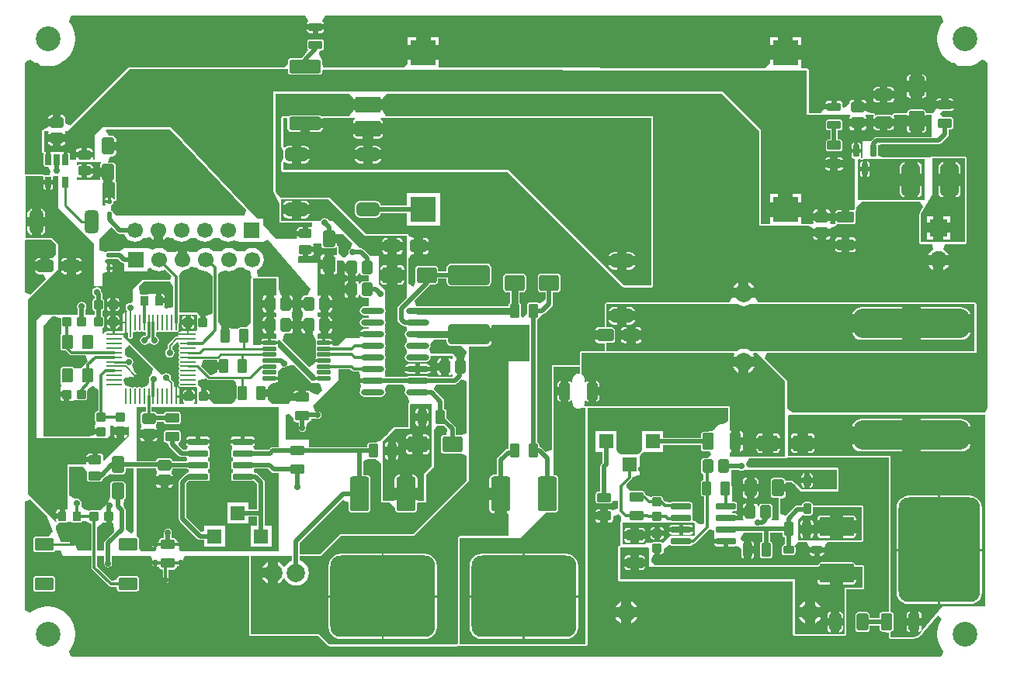
<source format=gtl>
G04 Layer_Physical_Order=1*
G04 Layer_Color=255*
%FSLAX43Y43*%
%MOMM*%
G71*
G01*
G75*
G04:AMPARAMS|DCode=10|XSize=1.2mm|YSize=1.83mm|CornerRadius=0.15mm|HoleSize=0mm|Usage=FLASHONLY|Rotation=0.000|XOffset=0mm|YOffset=0mm|HoleType=Round|Shape=RoundedRectangle|*
%AMROUNDEDRECTD10*
21,1,1.200,1.530,0,0,0.0*
21,1,0.900,1.830,0,0,0.0*
1,1,0.300,0.450,-0.765*
1,1,0.300,-0.450,-0.765*
1,1,0.300,-0.450,0.765*
1,1,0.300,0.450,0.765*
%
%ADD10ROUNDEDRECTD10*%
G04:AMPARAMS|DCode=11|XSize=1.45mm|YSize=3.43mm|CornerRadius=0.181mm|HoleSize=0mm|Usage=FLASHONLY|Rotation=270.000|XOffset=0mm|YOffset=0mm|HoleType=Round|Shape=RoundedRectangle|*
%AMROUNDEDRECTD11*
21,1,1.450,3.067,0,0,270.0*
21,1,1.087,3.430,0,0,270.0*
1,1,0.362,-1.534,-0.544*
1,1,0.362,-1.534,0.544*
1,1,0.362,1.534,0.544*
1,1,0.362,1.534,-0.544*
%
%ADD11ROUNDEDRECTD11*%
G04:AMPARAMS|DCode=12|XSize=0.91mm|YSize=1.46mm|CornerRadius=0.114mm|HoleSize=0mm|Usage=FLASHONLY|Rotation=270.000|XOffset=0mm|YOffset=0mm|HoleType=Round|Shape=RoundedRectangle|*
%AMROUNDEDRECTD12*
21,1,0.910,1.232,0,0,270.0*
21,1,0.682,1.460,0,0,270.0*
1,1,0.228,-0.616,-0.341*
1,1,0.228,-0.616,0.341*
1,1,0.228,0.616,0.341*
1,1,0.228,0.616,-0.341*
%
%ADD12ROUNDEDRECTD12*%
G04:AMPARAMS|DCode=13|XSize=1.53mm|YSize=1.02mm|CornerRadius=0.128mm|HoleSize=0mm|Usage=FLASHONLY|Rotation=0.000|XOffset=0mm|YOffset=0mm|HoleType=Round|Shape=RoundedRectangle|*
%AMROUNDEDRECTD13*
21,1,1.530,0.765,0,0,0.0*
21,1,1.275,1.020,0,0,0.0*
1,1,0.255,0.637,-0.383*
1,1,0.255,-0.637,-0.383*
1,1,0.255,-0.637,0.383*
1,1,0.255,0.637,0.383*
%
%ADD13ROUNDEDRECTD13*%
G04:AMPARAMS|DCode=14|XSize=1.6mm|YSize=1.25mm|CornerRadius=0.156mm|HoleSize=0mm|Usage=FLASHONLY|Rotation=270.000|XOffset=0mm|YOffset=0mm|HoleType=Round|Shape=RoundedRectangle|*
%AMROUNDEDRECTD14*
21,1,1.600,0.938,0,0,270.0*
21,1,1.288,1.250,0,0,270.0*
1,1,0.313,-0.469,-0.644*
1,1,0.313,-0.469,0.644*
1,1,0.313,0.469,0.644*
1,1,0.313,0.469,-0.644*
%
%ADD14ROUNDEDRECTD14*%
G04:AMPARAMS|DCode=15|XSize=0.68mm|YSize=2.17mm|CornerRadius=0.085mm|HoleSize=0mm|Usage=FLASHONLY|Rotation=270.000|XOffset=0mm|YOffset=0mm|HoleType=Round|Shape=RoundedRectangle|*
%AMROUNDEDRECTD15*
21,1,0.680,2.000,0,0,270.0*
21,1,0.510,2.170,0,0,270.0*
1,1,0.170,-1.000,-0.255*
1,1,0.170,-1.000,0.255*
1,1,0.170,1.000,0.255*
1,1,0.170,1.000,-0.255*
%
%ADD15ROUNDEDRECTD15*%
G04:AMPARAMS|DCode=16|XSize=1.2mm|YSize=1.83mm|CornerRadius=0.15mm|HoleSize=0mm|Usage=FLASHONLY|Rotation=90.000|XOffset=0mm|YOffset=0mm|HoleType=Round|Shape=RoundedRectangle|*
%AMROUNDEDRECTD16*
21,1,1.200,1.530,0,0,90.0*
21,1,0.900,1.830,0,0,90.0*
1,1,0.300,0.765,0.450*
1,1,0.300,0.765,-0.450*
1,1,0.300,-0.765,-0.450*
1,1,0.300,-0.765,0.450*
%
%ADD16ROUNDEDRECTD16*%
G04:AMPARAMS|DCode=17|XSize=0.94mm|YSize=1.03mm|CornerRadius=0.117mm|HoleSize=0mm|Usage=FLASHONLY|Rotation=180.000|XOffset=0mm|YOffset=0mm|HoleType=Round|Shape=RoundedRectangle|*
%AMROUNDEDRECTD17*
21,1,0.940,0.795,0,0,180.0*
21,1,0.705,1.030,0,0,180.0*
1,1,0.235,-0.352,0.398*
1,1,0.235,0.352,0.398*
1,1,0.235,0.352,-0.398*
1,1,0.235,-0.352,-0.398*
%
%ADD17ROUNDEDRECTD17*%
G04:AMPARAMS|DCode=18|XSize=2.1mm|YSize=1.4mm|CornerRadius=0.175mm|HoleSize=0mm|Usage=FLASHONLY|Rotation=0.000|XOffset=0mm|YOffset=0mm|HoleType=Round|Shape=RoundedRectangle|*
%AMROUNDEDRECTD18*
21,1,2.100,1.050,0,0,0.0*
21,1,1.750,1.400,0,0,0.0*
1,1,0.350,0.875,-0.525*
1,1,0.350,-0.875,-0.525*
1,1,0.350,-0.875,0.525*
1,1,0.350,0.875,0.525*
%
%ADD18ROUNDEDRECTD18*%
%ADD19O,1.800X0.250*%
%ADD20O,0.250X1.800*%
G04:AMPARAMS|DCode=21|XSize=0.5mm|YSize=0.5mm|CornerRadius=0.063mm|HoleSize=0mm|Usage=FLASHONLY|Rotation=90.000|XOffset=0mm|YOffset=0mm|HoleType=Round|Shape=RoundedRectangle|*
%AMROUNDEDRECTD21*
21,1,0.500,0.375,0,0,90.0*
21,1,0.375,0.500,0,0,90.0*
1,1,0.125,0.188,0.188*
1,1,0.125,0.188,-0.188*
1,1,0.125,-0.188,-0.188*
1,1,0.125,-0.188,0.188*
%
%ADD21ROUNDEDRECTD21*%
G04:AMPARAMS|DCode=22|XSize=1.36mm|YSize=1.81mm|CornerRadius=0.17mm|HoleSize=0mm|Usage=FLASHONLY|Rotation=0.000|XOffset=0mm|YOffset=0mm|HoleType=Round|Shape=RoundedRectangle|*
%AMROUNDEDRECTD22*
21,1,1.360,1.470,0,0,0.0*
21,1,1.020,1.810,0,0,0.0*
1,1,0.340,0.510,-0.735*
1,1,0.340,-0.510,-0.735*
1,1,0.340,-0.510,0.735*
1,1,0.340,0.510,0.735*
%
%ADD22ROUNDEDRECTD22*%
G04:AMPARAMS|DCode=23|XSize=1.45mm|YSize=0.45mm|CornerRadius=0.056mm|HoleSize=0mm|Usage=FLASHONLY|Rotation=0.000|XOffset=0mm|YOffset=0mm|HoleType=Round|Shape=RoundedRectangle|*
%AMROUNDEDRECTD23*
21,1,1.450,0.338,0,0,0.0*
21,1,1.337,0.450,0,0,0.0*
1,1,0.113,0.669,-0.169*
1,1,0.113,-0.669,-0.169*
1,1,0.113,-0.669,0.169*
1,1,0.113,0.669,0.169*
%
%ADD23ROUNDEDRECTD23*%
G04:AMPARAMS|DCode=24|XSize=1.74mm|YSize=2.17mm|CornerRadius=0.217mm|HoleSize=0mm|Usage=FLASHONLY|Rotation=90.000|XOffset=0mm|YOffset=0mm|HoleType=Round|Shape=RoundedRectangle|*
%AMROUNDEDRECTD24*
21,1,1.740,1.735,0,0,90.0*
21,1,1.305,2.170,0,0,90.0*
1,1,0.435,0.868,0.652*
1,1,0.435,0.868,-0.652*
1,1,0.435,-0.868,-0.652*
1,1,0.435,-0.868,0.652*
%
%ADD24ROUNDEDRECTD24*%
%ADD25O,2.500X0.700*%
G04:AMPARAMS|DCode=26|XSize=0.61mm|YSize=1.26mm|CornerRadius=0.076mm|HoleSize=0mm|Usage=FLASHONLY|Rotation=0.000|XOffset=0mm|YOffset=0mm|HoleType=Round|Shape=RoundedRectangle|*
%AMROUNDEDRECTD26*
21,1,0.610,1.107,0,0,0.0*
21,1,0.458,1.260,0,0,0.0*
1,1,0.152,0.229,-0.554*
1,1,0.152,-0.229,-0.554*
1,1,0.152,-0.229,0.554*
1,1,0.152,0.229,0.554*
%
%ADD26ROUNDEDRECTD26*%
G04:AMPARAMS|DCode=27|XSize=2.5mm|YSize=1.5mm|CornerRadius=0.375mm|HoleSize=0mm|Usage=FLASHONLY|Rotation=270.000|XOffset=0mm|YOffset=0mm|HoleType=Round|Shape=RoundedRectangle|*
%AMROUNDEDRECTD27*
21,1,2.500,0.750,0,0,270.0*
21,1,1.750,1.500,0,0,270.0*
1,1,0.750,-0.375,-0.875*
1,1,0.750,-0.375,0.875*
1,1,0.750,0.375,0.875*
1,1,0.750,0.375,-0.875*
%
%ADD27ROUNDEDRECTD27*%
G04:AMPARAMS|DCode=28|XSize=0.94mm|YSize=1.03mm|CornerRadius=0.117mm|HoleSize=0mm|Usage=FLASHONLY|Rotation=90.000|XOffset=0mm|YOffset=0mm|HoleType=Round|Shape=RoundedRectangle|*
%AMROUNDEDRECTD28*
21,1,0.940,0.795,0,0,90.0*
21,1,0.705,1.030,0,0,90.0*
1,1,0.235,0.398,0.352*
1,1,0.235,0.398,-0.352*
1,1,0.235,-0.398,-0.352*
1,1,0.235,-0.398,0.352*
%
%ADD28ROUNDEDRECTD28*%
G04:AMPARAMS|DCode=29|XSize=0.87mm|YSize=1.2mm|CornerRadius=0.217mm|HoleSize=0mm|Usage=FLASHONLY|Rotation=90.000|XOffset=0mm|YOffset=0mm|HoleType=Round|Shape=RoundedRectangle|*
%AMROUNDEDRECTD29*
21,1,0.870,0.765,0,0,90.0*
21,1,0.435,1.200,0,0,90.0*
1,1,0.435,0.383,0.217*
1,1,0.435,0.383,-0.217*
1,1,0.435,-0.383,-0.217*
1,1,0.435,-0.383,0.217*
%
%ADD29ROUNDEDRECTD29*%
G04:AMPARAMS|DCode=30|XSize=1.53mm|YSize=1.02mm|CornerRadius=0.128mm|HoleSize=0mm|Usage=FLASHONLY|Rotation=90.000|XOffset=0mm|YOffset=0mm|HoleType=Round|Shape=RoundedRectangle|*
%AMROUNDEDRECTD30*
21,1,1.530,0.765,0,0,90.0*
21,1,1.275,1.020,0,0,90.0*
1,1,0.255,0.383,0.637*
1,1,0.255,0.383,-0.637*
1,1,0.255,-0.383,-0.637*
1,1,0.255,-0.383,0.637*
%
%ADD30ROUNDEDRECTD30*%
G04:AMPARAMS|DCode=31|XSize=1.21mm|YSize=1.46mm|CornerRadius=0.151mm|HoleSize=0mm|Usage=FLASHONLY|Rotation=180.000|XOffset=0mm|YOffset=0mm|HoleType=Round|Shape=RoundedRectangle|*
%AMROUNDEDRECTD31*
21,1,1.210,1.157,0,0,180.0*
21,1,0.907,1.460,0,0,180.0*
1,1,0.302,-0.454,0.579*
1,1,0.302,0.454,0.579*
1,1,0.302,0.454,-0.579*
1,1,0.302,-0.454,-0.579*
%
%ADD31ROUNDEDRECTD31*%
G04:AMPARAMS|DCode=32|XSize=1.28mm|YSize=1.87mm|CornerRadius=0.16mm|HoleSize=0mm|Usage=FLASHONLY|Rotation=180.000|XOffset=0mm|YOffset=0mm|HoleType=Round|Shape=RoundedRectangle|*
%AMROUNDEDRECTD32*
21,1,1.280,1.550,0,0,180.0*
21,1,0.960,1.870,0,0,180.0*
1,1,0.320,-0.480,0.775*
1,1,0.320,0.480,0.775*
1,1,0.320,0.480,-0.775*
1,1,0.320,-0.480,-0.775*
%
%ADD32ROUNDEDRECTD32*%
G04:AMPARAMS|DCode=33|XSize=11.43mm|YSize=8.89mm|CornerRadius=1.111mm|HoleSize=0mm|Usage=FLASHONLY|Rotation=270.000|XOffset=0mm|YOffset=0mm|HoleType=Round|Shape=RoundedRectangle|*
%AMROUNDEDRECTD33*
21,1,11.430,6.668,0,0,270.0*
21,1,9.207,8.890,0,0,270.0*
1,1,2.223,-3.334,-4.604*
1,1,2.223,-3.334,4.604*
1,1,2.223,3.334,4.604*
1,1,2.223,3.334,-4.604*
%
%ADD33ROUNDEDRECTD33*%
G04:AMPARAMS|DCode=34|XSize=2.08mm|YSize=3.81mm|CornerRadius=0.26mm|HoleSize=0mm|Usage=FLASHONLY|Rotation=270.000|XOffset=0mm|YOffset=0mm|HoleType=Round|Shape=RoundedRectangle|*
%AMROUNDEDRECTD34*
21,1,2.080,3.290,0,0,270.0*
21,1,1.560,3.810,0,0,270.0*
1,1,0.520,-1.645,-0.780*
1,1,0.520,-1.645,0.780*
1,1,0.520,1.645,0.780*
1,1,0.520,1.645,-0.780*
%
%ADD34ROUNDEDRECTD34*%
G04:AMPARAMS|DCode=35|XSize=12.5mm|YSize=3.15mm|CornerRadius=0.787mm|HoleSize=0mm|Usage=FLASHONLY|Rotation=0.000|XOffset=0mm|YOffset=0mm|HoleType=Round|Shape=RoundedRectangle|*
%AMROUNDEDRECTD35*
21,1,12.500,1.575,0,0,0.0*
21,1,10.925,3.150,0,0,0.0*
1,1,1.575,5.463,-0.787*
1,1,1.575,-5.463,-0.787*
1,1,1.575,-5.463,0.787*
1,1,1.575,5.463,0.787*
%
%ADD35ROUNDEDRECTD35*%
G04:AMPARAMS|DCode=36|XSize=1.36mm|YSize=1.81mm|CornerRadius=0.17mm|HoleSize=0mm|Usage=FLASHONLY|Rotation=270.000|XOffset=0mm|YOffset=0mm|HoleType=Round|Shape=RoundedRectangle|*
%AMROUNDEDRECTD36*
21,1,1.360,1.470,0,0,270.0*
21,1,1.020,1.810,0,0,270.0*
1,1,0.340,-0.735,-0.510*
1,1,0.340,-0.735,0.510*
1,1,0.340,0.735,0.510*
1,1,0.340,0.735,-0.510*
%
%ADD36ROUNDEDRECTD36*%
G04:AMPARAMS|DCode=37|XSize=2.5mm|YSize=1.5mm|CornerRadius=0.375mm|HoleSize=0mm|Usage=FLASHONLY|Rotation=0.000|XOffset=0mm|YOffset=0mm|HoleType=Round|Shape=RoundedRectangle|*
%AMROUNDEDRECTD37*
21,1,2.500,0.750,0,0,0.0*
21,1,1.750,1.500,0,0,0.0*
1,1,0.750,0.875,-0.375*
1,1,0.750,-0.875,-0.375*
1,1,0.750,-0.875,0.375*
1,1,0.750,0.875,0.375*
%
%ADD37ROUNDEDRECTD37*%
G04:AMPARAMS|DCode=38|XSize=0.61mm|YSize=1.35mm|CornerRadius=0.076mm|HoleSize=0mm|Usage=FLASHONLY|Rotation=0.000|XOffset=0mm|YOffset=0mm|HoleType=Round|Shape=RoundedRectangle|*
%AMROUNDEDRECTD38*
21,1,0.610,1.198,0,0,0.0*
21,1,0.458,1.350,0,0,0.0*
1,1,0.152,0.229,-0.599*
1,1,0.152,-0.229,-0.599*
1,1,0.152,-0.229,0.599*
1,1,0.152,0.229,0.599*
%
%ADD38ROUNDEDRECTD38*%
G04:AMPARAMS|DCode=39|XSize=1.74mm|YSize=2.17mm|CornerRadius=0.217mm|HoleSize=0mm|Usage=FLASHONLY|Rotation=180.000|XOffset=0mm|YOffset=0mm|HoleType=Round|Shape=RoundedRectangle|*
%AMROUNDEDRECTD39*
21,1,1.740,1.735,0,0,180.0*
21,1,1.305,2.170,0,0,180.0*
1,1,0.435,-0.652,0.868*
1,1,0.435,0.652,0.868*
1,1,0.435,0.652,-0.868*
1,1,0.435,-0.652,-0.868*
%
%ADD39ROUNDEDRECTD39*%
G04:AMPARAMS|DCode=40|XSize=1.95mm|YSize=3.4mm|CornerRadius=0.244mm|HoleSize=0mm|Usage=FLASHONLY|Rotation=180.000|XOffset=0mm|YOffset=0mm|HoleType=Round|Shape=RoundedRectangle|*
%AMROUNDEDRECTD40*
21,1,1.950,2.913,0,0,180.0*
21,1,1.462,3.400,0,0,180.0*
1,1,0.487,-0.731,1.456*
1,1,0.487,0.731,1.456*
1,1,0.487,0.731,-1.456*
1,1,0.487,-0.731,-1.456*
%
%ADD40ROUNDEDRECTD40*%
G04:AMPARAMS|DCode=41|XSize=1.21mm|YSize=1.46mm|CornerRadius=0.151mm|HoleSize=0mm|Usage=FLASHONLY|Rotation=270.000|XOffset=0mm|YOffset=0mm|HoleType=Round|Shape=RoundedRectangle|*
%AMROUNDEDRECTD41*
21,1,1.210,1.157,0,0,270.0*
21,1,0.907,1.460,0,0,270.0*
1,1,0.302,-0.579,-0.454*
1,1,0.302,-0.579,0.454*
1,1,0.302,0.579,0.454*
1,1,0.302,0.579,-0.454*
%
%ADD41ROUNDEDRECTD41*%
G04:AMPARAMS|DCode=42|XSize=1.28mm|YSize=1.87mm|CornerRadius=0.16mm|HoleSize=0mm|Usage=FLASHONLY|Rotation=270.000|XOffset=0mm|YOffset=0mm|HoleType=Round|Shape=RoundedRectangle|*
%AMROUNDEDRECTD42*
21,1,1.280,1.550,0,0,270.0*
21,1,0.960,1.870,0,0,270.0*
1,1,0.320,-0.775,-0.480*
1,1,0.320,-0.775,0.480*
1,1,0.320,0.775,0.480*
1,1,0.320,0.775,-0.480*
%
%ADD42ROUNDEDRECTD42*%
G04:AMPARAMS|DCode=43|XSize=11.43mm|YSize=8.89mm|CornerRadius=1.111mm|HoleSize=0mm|Usage=FLASHONLY|Rotation=180.000|XOffset=0mm|YOffset=0mm|HoleType=Round|Shape=RoundedRectangle|*
%AMROUNDEDRECTD43*
21,1,11.430,6.668,0,0,180.0*
21,1,9.207,8.890,0,0,180.0*
1,1,2.223,-4.604,3.334*
1,1,2.223,4.604,3.334*
1,1,2.223,4.604,-3.334*
1,1,2.223,-4.604,-3.334*
%
%ADD43ROUNDEDRECTD43*%
G04:AMPARAMS|DCode=44|XSize=2.08mm|YSize=3.81mm|CornerRadius=0.26mm|HoleSize=0mm|Usage=FLASHONLY|Rotation=180.000|XOffset=0mm|YOffset=0mm|HoleType=Round|Shape=RoundedRectangle|*
%AMROUNDEDRECTD44*
21,1,2.080,3.290,0,0,180.0*
21,1,1.560,3.810,0,0,180.0*
1,1,0.520,-0.780,1.645*
1,1,0.520,0.780,1.645*
1,1,0.520,0.780,-1.645*
1,1,0.520,-0.780,-1.645*
%
%ADD44ROUNDEDRECTD44*%
G04:AMPARAMS|DCode=45|XSize=2.15mm|YSize=4.53mm|CornerRadius=0.269mm|HoleSize=0mm|Usage=FLASHONLY|Rotation=270.000|XOffset=0mm|YOffset=0mm|HoleType=Round|Shape=RoundedRectangle|*
%AMROUNDEDRECTD45*
21,1,2.150,3.993,0,0,270.0*
21,1,1.613,4.530,0,0,270.0*
1,1,0.537,-1.996,-0.806*
1,1,0.537,-1.996,0.806*
1,1,0.537,1.996,0.806*
1,1,0.537,1.996,-0.806*
%
%ADD45ROUNDEDRECTD45*%
G04:AMPARAMS|DCode=46|XSize=0.92mm|YSize=1.08mm|CornerRadius=0.115mm|HoleSize=0mm|Usage=FLASHONLY|Rotation=180.000|XOffset=0mm|YOffset=0mm|HoleType=Round|Shape=RoundedRectangle|*
%AMROUNDEDRECTD46*
21,1,0.920,0.850,0,0,180.0*
21,1,0.690,1.080,0,0,180.0*
1,1,0.230,-0.345,0.425*
1,1,0.230,0.345,0.425*
1,1,0.230,0.345,-0.425*
1,1,0.230,-0.345,-0.425*
%
%ADD46ROUNDEDRECTD46*%
G04:AMPARAMS|DCode=47|XSize=1mm|YSize=1.4mm|CornerRadius=0.125mm|HoleSize=0mm|Usage=FLASHONLY|Rotation=270.000|XOffset=0mm|YOffset=0mm|HoleType=Round|Shape=RoundedRectangle|*
%AMROUNDEDRECTD47*
21,1,1.000,1.150,0,0,270.0*
21,1,0.750,1.400,0,0,270.0*
1,1,0.250,-0.575,-0.375*
1,1,0.250,-0.575,0.375*
1,1,0.250,0.575,0.375*
1,1,0.250,0.575,-0.375*
%
%ADD47ROUNDEDRECTD47*%
G04:AMPARAMS|DCode=48|XSize=1.05mm|YSize=1.07mm|CornerRadius=0.131mm|HoleSize=0mm|Usage=FLASHONLY|Rotation=90.000|XOffset=0mm|YOffset=0mm|HoleType=Round|Shape=RoundedRectangle|*
%AMROUNDEDRECTD48*
21,1,1.050,0.807,0,0,90.0*
21,1,0.787,1.070,0,0,90.0*
1,1,0.263,0.404,0.394*
1,1,0.263,0.404,-0.394*
1,1,0.263,-0.404,-0.394*
1,1,0.263,-0.404,0.394*
%
%ADD48ROUNDEDRECTD48*%
G04:AMPARAMS|DCode=49|XSize=1.76mm|YSize=2.82mm|CornerRadius=0.22mm|HoleSize=0mm|Usage=FLASHONLY|Rotation=270.000|XOffset=0mm|YOffset=0mm|HoleType=Round|Shape=RoundedRectangle|*
%AMROUNDEDRECTD49*
21,1,1.760,2.380,0,0,270.0*
21,1,1.320,2.820,0,0,270.0*
1,1,0.440,-1.190,-0.660*
1,1,0.440,-1.190,0.660*
1,1,0.440,1.190,0.660*
1,1,0.440,1.190,-0.660*
%
%ADD49ROUNDEDRECTD49*%
G04:AMPARAMS|DCode=50|XSize=0.87mm|YSize=1.2mm|CornerRadius=0.217mm|HoleSize=0mm|Usage=FLASHONLY|Rotation=0.000|XOffset=0mm|YOffset=0mm|HoleType=Round|Shape=RoundedRectangle|*
%AMROUNDEDRECTD50*
21,1,0.870,0.765,0,0,0.0*
21,1,0.435,1.200,0,0,0.0*
1,1,0.435,0.217,-0.383*
1,1,0.435,-0.217,-0.383*
1,1,0.435,-0.217,0.383*
1,1,0.435,0.217,0.383*
%
%ADD50ROUNDEDRECTD50*%
%ADD51C,0.200*%
%ADD52C,0.500*%
%ADD53C,0.300*%
%ADD54C,0.254*%
%ADD55C,0.750*%
%ADD56C,1.700*%
%ADD57R,1.700X1.700*%
%ADD58C,2.700*%
%ADD59R,2.800X2.800*%
%ADD60R,1.500X1.500*%
%ADD61C,2.000*%
%ADD62R,1.900X1.900*%
%ADD63C,1.900*%
%ADD64C,0.700*%
G36*
X66558Y78485D02*
X66564Y78476D01*
X66861Y78062D01*
X66944Y77902D01*
Y75816D01*
X66880Y75735D01*
X66166Y75513D01*
X65937Y75676D01*
X65925Y75722D01*
X65928Y75748D01*
X65998Y75852D01*
X66022Y75975D01*
Y76100D01*
X65356D01*
Y76400D01*
X65056D01*
Y77146D01*
X65011D01*
X64798Y77125D01*
X64639Y77116D01*
X64335Y77104D01*
X64035Y77095D01*
X63411Y77095D01*
X63306Y77157D01*
X63202Y77978D01*
X63679Y78491D01*
X66558Y78485D01*
D02*
G37*
G36*
X78395Y60415D02*
X77758D01*
X77757Y60415D01*
X77601Y60384D01*
X77469Y60296D01*
X77316Y60143D01*
X75808D01*
X75634Y60423D01*
X75650Y60506D01*
X75707Y60545D01*
X75770Y60639D01*
X75792Y60750D01*
Y60775D01*
X74502D01*
X73211D01*
Y60750D01*
X73233Y60639D01*
X73296Y60545D01*
X73354Y60506D01*
X73381Y60366D01*
X73364Y60181D01*
X73332Y60159D01*
X73280Y60082D01*
X73262Y59990D01*
Y59480D01*
X73280Y59388D01*
X73332Y59311D01*
X73410Y59259D01*
X73439Y59253D01*
Y58947D01*
X73410Y58941D01*
X73332Y58889D01*
X73280Y58812D01*
X73262Y58720D01*
Y58210D01*
X73280Y58118D01*
X73332Y58041D01*
X73410Y57989D01*
X73439Y57983D01*
Y57677D01*
X73410Y57671D01*
X73332Y57619D01*
X73280Y57542D01*
X73262Y57450D01*
Y56940D01*
X73280Y56848D01*
X73332Y56771D01*
X73410Y56719D01*
X73502Y56700D01*
X75502D01*
X75593Y56719D01*
X75671Y56771D01*
X75693Y56773D01*
X76082Y56384D01*
Y53628D01*
X75100D01*
Y54370D01*
X72800D01*
Y52070D01*
X75100D01*
Y52812D01*
X76082D01*
Y51830D01*
X75340D01*
Y49530D01*
X77640D01*
Y51830D01*
X76898D01*
Y53300D01*
X76898Y53300D01*
X76898Y53300D01*
Y56553D01*
X76898Y56553D01*
X76867Y56709D01*
X76778Y56841D01*
X76136Y57483D01*
X76004Y57572D01*
X75848Y57603D01*
X75848Y57603D01*
X75787D01*
X75690Y57821D01*
X75701Y57932D01*
X75701Y57933D01*
X75834Y58057D01*
X77251D01*
X77604Y57704D01*
X77737Y57616D01*
X77893Y57585D01*
X77893Y57585D01*
X78395D01*
Y49050D01*
X67706Y49050D01*
X67530Y49350D01*
X67588Y49452D01*
X67725D01*
X67842Y49475D01*
X67941Y49541D01*
X68007Y49640D01*
X68031Y49757D01*
X68007Y49875D01*
X67941Y49974D01*
X67842Y50040D01*
X67725Y50063D01*
X67304D01*
Y50140D01*
X67278Y50268D01*
X67206Y50376D01*
X67098Y50449D01*
X66970Y50474D01*
X66740D01*
Y51100D01*
X66740Y51100D01*
X66709Y51256D01*
X66621Y51388D01*
X66621Y51388D01*
X66488Y51477D01*
X66332Y51508D01*
X66176Y51477D01*
X66044Y51388D01*
X65956Y51256D01*
X65924Y51100D01*
X65924Y51100D01*
Y50474D01*
X65695D01*
X65567Y50449D01*
X65459Y50376D01*
X65386Y50268D01*
X65361Y50140D01*
Y50063D01*
X64940D01*
X64823Y50040D01*
X64724Y49974D01*
X64657Y49875D01*
X64634Y49757D01*
X64657Y49640D01*
X64724Y49541D01*
X64823Y49475D01*
X64940Y49452D01*
X65077D01*
X65134Y49350D01*
X64959Y49050D01*
X63441D01*
X63345Y49124D01*
X63181Y49350D01*
Y50300D01*
X63156Y50427D01*
X63084Y50534D01*
X62977Y50606D01*
X62930Y50615D01*
X62930Y58067D01*
X65064D01*
Y58016D01*
X65087Y57899D01*
X65133Y57830D01*
X65152Y57781D01*
X65119Y57493D01*
X65112Y57478D01*
X65040Y57371D01*
X65013Y57234D01*
Y57210D01*
X65950D01*
X66887D01*
Y57234D01*
X66860Y57371D01*
X66788Y57478D01*
X66781Y57493D01*
X66748Y57781D01*
X66767Y57830D01*
X66813Y57899D01*
X66836Y58016D01*
Y58057D01*
X68461D01*
X68472Y58041D01*
X68550Y57989D01*
X68579Y57983D01*
Y57677D01*
X68550Y57671D01*
X68472Y57619D01*
X68448Y57584D01*
X68389Y57572D01*
X68257Y57483D01*
X67659Y56886D01*
X67571Y56754D01*
X67540Y56598D01*
X67540Y56597D01*
Y52577D01*
X67540Y52577D01*
X67571Y52421D01*
X67659Y52289D01*
X69557Y50392D01*
X69557Y50392D01*
X69689Y50303D01*
X69845Y50272D01*
X69845Y50272D01*
X70260D01*
Y49530D01*
X72560D01*
Y51830D01*
X70260D01*
Y51218D01*
X69960Y51142D01*
X68355Y52746D01*
Y56429D01*
X68630Y56703D01*
X68642Y56700D01*
X70642D01*
X70733Y56719D01*
X70811Y56771D01*
X70863Y56848D01*
X70881Y56940D01*
Y57450D01*
X70863Y57542D01*
X70811Y57619D01*
X70733Y57671D01*
X70705Y57677D01*
Y57983D01*
X70733Y57989D01*
X70811Y58041D01*
X70863Y58118D01*
X70881Y58210D01*
Y58720D01*
X70863Y58812D01*
X70811Y58889D01*
X70733Y58941D01*
X70705Y58947D01*
Y59253D01*
X70733Y59259D01*
X70811Y59311D01*
X70863Y59388D01*
X70881Y59480D01*
Y59990D01*
X70863Y60082D01*
X70811Y60159D01*
X70779Y60181D01*
X70763Y60366D01*
X70790Y60506D01*
X70847Y60545D01*
X70910Y60639D01*
X70932Y60750D01*
Y60775D01*
X69642D01*
X68351D01*
Y60750D01*
X68373Y60639D01*
X68436Y60545D01*
X68494Y60506D01*
X68510Y60423D01*
X68336Y60143D01*
X68000D01*
X67527Y60615D01*
X67543Y60746D01*
X67609Y60958D01*
X67656Y60990D01*
X67717Y61082D01*
X67738Y61190D01*
Y61955D01*
X67717Y62063D01*
X67656Y62155D01*
X67564Y62216D01*
X67456Y62238D01*
X66181D01*
X66072Y62216D01*
X65980Y62155D01*
X65919Y62063D01*
X65898Y61955D01*
Y61190D01*
X65919Y61082D01*
X65980Y60990D01*
X66072Y60929D01*
X66181Y60907D01*
X66183D01*
X66410Y60748D01*
X66441Y60592D01*
X66530Y60460D01*
X67543Y59447D01*
X67543Y59447D01*
X67675Y59358D01*
X67831Y59327D01*
X67831Y59327D01*
X68356D01*
X68453Y59109D01*
X68443Y58998D01*
X68443Y58997D01*
X68309Y58873D01*
X66836D01*
Y58924D01*
X66813Y59041D01*
X66746Y59141D01*
X66646Y59208D01*
X66529Y59231D01*
X65371D01*
X65254Y59208D01*
X65154Y59141D01*
X65087Y59041D01*
X65064Y58924D01*
Y58883D01*
X62930D01*
X62930Y64750D01*
X63944D01*
Y64306D01*
X63671D01*
X63554Y64283D01*
X63454Y64216D01*
X63387Y64116D01*
X63364Y63999D01*
Y63091D01*
X63387Y62974D01*
X63433Y62905D01*
X63452Y62856D01*
X63419Y62568D01*
X63412Y62553D01*
X63340Y62446D01*
X63313Y62309D01*
Y62285D01*
X64250D01*
X65187D01*
Y62309D01*
X65160Y62446D01*
X65088Y62553D01*
X65081Y62568D01*
X65048Y62856D01*
X65067Y62905D01*
X65113Y62974D01*
X65136Y63091D01*
Y63180D01*
X65903D01*
X65919Y63097D01*
X65980Y63005D01*
X66072Y62944D01*
X66181Y62922D01*
X67456D01*
X67564Y62944D01*
X67656Y63005D01*
X67717Y63097D01*
X67738Y63205D01*
Y63970D01*
X67717Y64078D01*
X67656Y64170D01*
X67564Y64231D01*
X67456Y64253D01*
X66181D01*
X66072Y64231D01*
X65980Y64170D01*
X65919Y64078D01*
X65903Y63995D01*
X65136D01*
Y63999D01*
X65113Y64116D01*
X65046Y64216D01*
X64946Y64283D01*
X64829Y64306D01*
X64556D01*
Y64750D01*
X78395D01*
Y60415D01*
D02*
G37*
G36*
X141975Y50250D02*
X135176Y50250D01*
X135086Y50340D01*
X135086Y52517D01*
X135586Y53017D01*
X135593Y53017D01*
X135714Y52935D01*
X135857Y52907D01*
X136292D01*
X136436Y52935D01*
X136557Y53017D01*
X136639Y53138D01*
X136667Y53282D01*
Y53854D01*
X141975Y53854D01*
X141975Y50250D01*
D02*
G37*
G36*
X57994Y51970D02*
Y49125D01*
X56514D01*
X56262Y49666D01*
X56236Y49722D01*
X56216Y49825D01*
X56261Y49892D01*
X56282Y50000D01*
X56261Y50108D01*
X56200Y50200D01*
X56108Y50261D01*
X56108Y50261D01*
X56000Y50282D01*
X56000Y50282D01*
X55892Y50261D01*
X55800Y50200D01*
X55658Y50057D01*
X55580Y50057D01*
X54651D01*
X54637Y50093D01*
X54108Y51408D01*
X54107Y51440D01*
X54107Y51511D01*
X54127Y51779D01*
X54144Y51809D01*
X54553Y52180D01*
X55168D01*
X55271Y52200D01*
X55495Y52259D01*
X55752D01*
X55975Y52200D01*
X56078Y52180D01*
X56768D01*
X56871Y52200D01*
X56959Y52259D01*
X56994Y52311D01*
X57346Y52359D01*
X57364Y52360D01*
X57994Y51970D01*
D02*
G37*
G36*
X127446Y64671D02*
X127446Y63316D01*
X127353Y63196D01*
X126998Y62960D01*
X126846Y62918D01*
X126750Y62931D01*
X126580Y62908D01*
X126422Y62843D01*
X126286Y62739D01*
X126196Y62625D01*
X126034Y62442D01*
X125903Y62300D01*
X125667Y62182D01*
X125398Y62119D01*
X125216Y62096D01*
X124800D01*
X124683Y62073D01*
X124584Y62006D01*
X124517Y61907D01*
X124494Y61790D01*
Y61428D01*
X120375D01*
Y62170D01*
X118075D01*
Y60131D01*
X117913Y59792D01*
X117575Y59630D01*
X115796D01*
X115457Y59792D01*
X115295Y60131D01*
Y62170D01*
X112995D01*
Y59870D01*
X113737D01*
Y58694D01*
X113637Y58593D01*
X113548Y58461D01*
X113517Y58305D01*
X113517Y58305D01*
Y55573D01*
X113287D01*
X113179Y55551D01*
X113087Y55490D01*
X113026Y55398D01*
X113005Y55290D01*
Y54525D01*
X113026Y54417D01*
X113087Y54325D01*
X113179Y54264D01*
X113287Y54242D01*
X114562D01*
X114671Y54264D01*
X114763Y54325D01*
X114824Y54417D01*
X114845Y54525D01*
X115444Y54522D01*
Y53812D01*
X115425Y53729D01*
X114871Y53477D01*
X114812Y53505D01*
X114799Y53511D01*
X114690Y53583D01*
X114690Y53583D01*
X114562Y53609D01*
X114562Y53609D01*
X114520Y53609D01*
X114355D01*
Y52893D01*
Y52176D01*
X114562D01*
X114690Y52201D01*
X114799Y52274D01*
X114871Y52382D01*
X114896Y52510D01*
X114896Y52876D01*
X115496Y53117D01*
X115796Y52861D01*
X115802Y52715D01*
X115753Y52305D01*
X115709Y52239D01*
X115693Y52161D01*
X115693Y49812D01*
X115663Y49703D01*
X115572Y49638D01*
X115572D01*
X115506Y49594D01*
X115462Y49528D01*
X115446Y49450D01*
X115446Y45950D01*
X115462Y45872D01*
X115506Y45806D01*
X115572Y45762D01*
X115650Y45746D01*
X134521Y45746D01*
X134521Y40000D01*
X134537Y39922D01*
X134581Y39856D01*
X134647Y39812D01*
X134725Y39796D01*
X139813Y39796D01*
X140125Y39796D01*
X140125Y39796D01*
X140203Y39812D01*
X140269Y39856D01*
X140313Y39922D01*
X140329Y40000D01*
X140329Y40000D01*
X140329Y40312D01*
X140329Y44846D01*
X141763D01*
X142075Y44846D01*
X142075Y44846D01*
X142153Y44862D01*
X142219Y44906D01*
X142263Y44972D01*
X142279Y45050D01*
X142279Y45050D01*
X142279Y45362D01*
X142279Y47331D01*
X142263Y47409D01*
X142219Y47475D01*
X142153Y47520D01*
X142075Y47535D01*
X141389D01*
X141333Y47524D01*
X141313D01*
X141306Y47560D01*
X141216Y47696D01*
X141080Y47786D01*
X140920Y47818D01*
X137630D01*
X137470Y47786D01*
X137334Y47696D01*
X137244Y47560D01*
X137237Y47524D01*
X137217D01*
X137161Y47535D01*
X119453D01*
X119029Y47959D01*
Y48186D01*
X119302Y48728D01*
X119400D01*
Y49404D01*
X120000D01*
Y48728D01*
X120098D01*
X120221Y48752D01*
X120326Y48822D01*
X120397Y48927D01*
X120421Y49051D01*
Y49249D01*
X120432Y49280D01*
X121021Y49723D01*
X121151Y49696D01*
X121228Y49644D01*
X121320Y49625D01*
X123320D01*
X123412Y49644D01*
X123489Y49696D01*
X123541Y49773D01*
X123620Y49814D01*
X123737Y49837D01*
X123836Y49904D01*
X125340Y51408D01*
X125447Y51403D01*
X125940Y51275D01*
X125940Y51135D01*
X125943Y50856D01*
X125912Y50486D01*
X125889Y50375D01*
Y50350D01*
X127180D01*
Y50120D01*
X127410D01*
Y49574D01*
X128180D01*
X128251Y49589D01*
X128315Y49587D01*
X128690Y49427D01*
X128851Y49304D01*
Y48537D01*
X128876Y48410D01*
X128949Y48301D01*
X129057Y48229D01*
X129137Y48213D01*
Y49175D01*
Y50137D01*
X129071Y50124D01*
X129057Y50121D01*
X128906Y50175D01*
X128779Y50442D01*
X129148Y51042D01*
X131175D01*
Y50090D01*
X131092Y50074D01*
X131000Y50013D01*
X130939Y49921D01*
X130917Y49812D01*
Y48537D01*
X130939Y48429D01*
X131000Y48337D01*
X131092Y48276D01*
X131200Y48255D01*
X131965D01*
X132073Y48276D01*
X132165Y48337D01*
X132226Y48429D01*
X132248Y48537D01*
Y49812D01*
X132226Y49921D01*
X132165Y50013D01*
X132073Y50074D01*
X131990Y50090D01*
Y51042D01*
X133352D01*
Y50812D01*
X133374Y50704D01*
X133435Y50612D01*
X133527Y50551D01*
X133617Y50533D01*
Y49762D01*
X133499Y49739D01*
X133378Y49657D01*
X133296Y49536D01*
X133268Y49393D01*
Y48958D01*
X133296Y48814D01*
X133378Y48693D01*
X133499Y48611D01*
X133643Y48583D01*
X134408D01*
X134551Y48611D01*
X134672Y48693D01*
X134754Y48814D01*
X134782Y48958D01*
Y49393D01*
X134754Y49536D01*
X134672Y49657D01*
X134677Y49663D01*
X134757Y49739D01*
X135176Y50046D01*
X135361Y50046D01*
X135971D01*
X136096Y49885D01*
X136312Y49475D01*
X137125D01*
X137938D01*
X138154Y49885D01*
X138279Y50046D01*
X141975Y50046D01*
X142053Y50062D01*
X142119Y50106D01*
X142163Y50172D01*
X142179Y50250D01*
X142179Y53542D01*
X142179Y53854D01*
X142179Y53854D01*
X142163Y53932D01*
X142119Y53998D01*
X142053Y54042D01*
X141975Y54058D01*
X141975Y54058D01*
X141663Y54058D01*
X136667Y54058D01*
X136665Y54057D01*
X136639Y54190D01*
X136557Y54312D01*
X136436Y54393D01*
X136292Y54421D01*
X135857D01*
X135714Y54393D01*
X135593Y54312D01*
X135511Y54190D01*
X135483Y54047D01*
Y54033D01*
X135025D01*
X134869Y54002D01*
X134737Y53913D01*
X134737Y53913D01*
X133737Y52913D01*
X133702Y52914D01*
X133137Y53081D01*
Y54807D01*
X133358D01*
X133498Y54835D01*
X133618Y54914D01*
X133697Y55034D01*
X133725Y55174D01*
Y55519D01*
X132878D01*
Y56379D01*
X133725D01*
Y56570D01*
X134371Y56570D01*
X134688Y56254D01*
X134705Y56242D01*
X134707Y56240D01*
X134718Y56223D01*
X135311Y55631D01*
X135311Y55631D01*
X135377Y55587D01*
X135455Y55571D01*
X138996Y55571D01*
X139308Y55571D01*
X139308Y55571D01*
X139386Y55587D01*
X139452Y55631D01*
X139496Y55697D01*
X139512Y55775D01*
X139512Y55775D01*
X139512Y56087D01*
X139512Y57950D01*
X139496Y58028D01*
X139452Y58094D01*
X139386Y58138D01*
X139308Y58154D01*
X129862Y58154D01*
X129486Y58262D01*
X129375Y58583D01*
X129753Y59171D01*
X133650D01*
X133728Y59187D01*
X133794Y59231D01*
X133846Y59294D01*
X133922Y59262D01*
X134000Y59246D01*
X144971Y59246D01*
X144971Y42396D01*
X144275D01*
X144158Y42373D01*
X144059Y42306D01*
X143992Y42207D01*
X143969Y42090D01*
Y41733D01*
X142893D01*
Y42076D01*
X142869Y42197D01*
X142801Y42299D01*
X142698Y42368D01*
X142577Y42392D01*
X141617D01*
X141496Y42368D01*
X141393Y42299D01*
X141325Y42197D01*
X141301Y42076D01*
Y40526D01*
X141325Y40405D01*
X141393Y40303D01*
X141496Y40234D01*
X141617Y40210D01*
X142577D01*
X142698Y40234D01*
X142801Y40303D01*
X142869Y40405D01*
X142893Y40526D01*
Y40917D01*
X143969D01*
Y40560D01*
X143992Y40443D01*
X144059Y40344D01*
X144158Y40277D01*
X144275Y40254D01*
X144424D01*
X144971Y40127D01*
Y39650D01*
X144987Y39572D01*
X145031Y39506D01*
X145097Y39462D01*
X145175Y39446D01*
X147422Y39446D01*
X147571Y39446D01*
X147593Y39450D01*
X147616Y39451D01*
X147906Y39516D01*
X147927Y39525D01*
X147949Y39531D01*
X148218Y39658D01*
X148236Y39672D01*
X148256Y39682D01*
X148491Y39865D01*
X148506Y39882D01*
X148523Y39896D01*
X148618Y40012D01*
X148794Y40227D01*
X148796Y40230D01*
X148799Y40232D01*
X150272Y42027D01*
X150750Y41670D01*
X150554Y41330D01*
X150403Y40966D01*
X150301Y40587D01*
X150250Y40197D01*
Y39803D01*
X150301Y39413D01*
X150403Y39034D01*
X150554Y38670D01*
X150750Y38330D01*
X150927Y38100D01*
X150853Y37804D01*
X150659Y37500D01*
X55841D01*
X55647Y37804D01*
X55573Y38100D01*
X55750Y38330D01*
X55946Y38670D01*
X56097Y39034D01*
X56199Y39413D01*
X56250Y39803D01*
Y40197D01*
X56199Y40587D01*
X56097Y40966D01*
X55946Y41330D01*
X55750Y41670D01*
X55510Y41982D01*
X55232Y42260D01*
X54920Y42500D01*
X54580Y42696D01*
X54216Y42847D01*
X53837Y42949D01*
X53447Y43000D01*
X53053D01*
X52663Y42949D01*
X52284Y42847D01*
X51920Y42696D01*
X51580Y42500D01*
X51350Y42323D01*
X51054Y42397D01*
X50750Y42591D01*
Y54463D01*
X51350Y54712D01*
X53125Y52937D01*
X53817Y51210D01*
X53815Y51197D01*
X53402Y50631D01*
X52000D01*
X51873Y50606D01*
X51766Y50534D01*
X51694Y50427D01*
X51669Y50300D01*
Y49250D01*
X51694Y49123D01*
X51766Y49016D01*
X51873Y48944D01*
X52000Y48919D01*
X53750D01*
X53877Y48944D01*
X53984Y49016D01*
X54025Y49076D01*
X54260Y49114D01*
X54663Y49097D01*
X54902Y48500D01*
X57994D01*
Y47275D01*
X57994Y47275D01*
X58017Y47158D01*
X58084Y47059D01*
X59884Y45259D01*
X59884Y45259D01*
X59983Y45192D01*
X60100Y45169D01*
X60100Y45169D01*
X60769D01*
Y44950D01*
X60794Y44823D01*
X60866Y44716D01*
X60973Y44644D01*
X61100Y44619D01*
X62850D01*
X62977Y44644D01*
X63084Y44716D01*
X63156Y44823D01*
X63181Y44950D01*
Y46000D01*
X63156Y46127D01*
X63084Y46234D01*
X62977Y46306D01*
X62850Y46331D01*
X61100D01*
X60973Y46306D01*
X60866Y46234D01*
X60794Y46127D01*
X60769Y46000D01*
Y45921D01*
X60169Y45839D01*
X58606Y47402D01*
Y48500D01*
X59417D01*
Y47675D01*
X59448Y47519D01*
X59537Y47387D01*
X59669Y47298D01*
X59825Y47267D01*
X59981Y47298D01*
X60113Y47387D01*
X60202Y47519D01*
X60233Y47675D01*
Y48500D01*
X62250D01*
X64454Y48500D01*
X64617Y48173D01*
X64684Y47900D01*
X64657Y47860D01*
X64634Y47742D01*
X64634Y47742D01*
X64657Y47625D01*
X64657Y47625D01*
X64657Y47625D01*
X64724Y47526D01*
X64724Y47526D01*
X64724Y47526D01*
X64823Y47460D01*
X64823Y47460D01*
X64940Y47437D01*
X64940Y47437D01*
X64940D01*
X65361Y47360D01*
X65386Y47232D01*
X65459Y47124D01*
X65567Y47051D01*
X65695Y47026D01*
X65805D01*
Y46031D01*
X65805Y45875D01*
X65828Y45758D01*
X65895Y45659D01*
X65994Y45592D01*
X66111Y45569D01*
X66228Y45592D01*
X66228Y45592D01*
X66327Y45659D01*
X66327D01*
X66393Y45758D01*
X66393Y45758D01*
X66417Y45875D01*
X66417Y45875D01*
X66417Y46031D01*
X66417Y46031D01*
X66417Y46114D01*
Y47026D01*
X66970D01*
X67098Y47051D01*
X67206Y47124D01*
X67278Y47232D01*
X67304Y47360D01*
X67380Y47437D01*
X67725Y47437D01*
X67842Y47460D01*
X67842Y47460D01*
X67941Y47526D01*
X67941Y47526D01*
X68007Y47625D01*
X68031Y47742D01*
X68031Y47742D01*
X68007Y47860D01*
X68007Y47860D01*
X67980Y47900D01*
X68048Y48173D01*
X68211Y48500D01*
X75171Y48500D01*
X75171Y40000D01*
X75187Y39922D01*
X75231Y39856D01*
X75297Y39812D01*
X75375Y39796D01*
X82740Y39796D01*
X83831Y38706D01*
X83831Y38706D01*
X83897Y38662D01*
X83975Y38646D01*
X97854Y38646D01*
X97859Y38647D01*
X97863Y38646D01*
X97898Y38655D01*
X97932Y38662D01*
X97936Y38664D01*
X97940Y38665D01*
X97971Y38687D01*
X97999Y38706D01*
X98031Y38731D01*
X98097Y38687D01*
X98175Y38671D01*
X111584Y38671D01*
X111896Y38671D01*
X111896Y38671D01*
X111974Y38687D01*
X112040Y38731D01*
X112084Y38797D01*
X112100Y38875D01*
X112100Y38875D01*
X112100Y39187D01*
X112100Y64671D01*
X127446Y64671D01*
D02*
G37*
G36*
X154325Y70875D02*
X130620Y70875D01*
X130600Y70879D01*
X130213D01*
X130193Y70875D01*
X129944D01*
X129849Y70948D01*
X129508Y71089D01*
X129143Y71137D01*
X128778Y71089D01*
X128437Y70948D01*
X128342Y70875D01*
X128093D01*
X128073Y70879D01*
X114200Y70879D01*
Y71789D01*
X114772D01*
X114897Y71814D01*
X115003Y71884D01*
X115073Y71990D01*
X115098Y72115D01*
Y73135D01*
X115073Y73260D01*
X115003Y73366D01*
X114897Y73436D01*
X114772Y73461D01*
X114200D01*
Y76000D01*
X128442Y76000D01*
X128778Y75861D01*
X129143Y75813D01*
X129508Y75861D01*
X129844Y76000D01*
X154325Y76000D01*
X154325Y70875D01*
D02*
G37*
G36*
X79445Y101655D02*
Y101439D01*
X79471Y101310D01*
X79544Y101200D01*
X79654Y101127D01*
X79783Y101101D01*
X82850D01*
X82980Y101127D01*
X83089Y101200D01*
X83162Y101310D01*
X83188Y101439D01*
Y101559D01*
X83278Y101648D01*
X136025Y101550D01*
X136025Y96665D01*
X140732Y96665D01*
X140770Y96538D01*
X140754Y96527D01*
X140676Y96410D01*
X140649Y96273D01*
Y96250D01*
X141586D01*
X142523D01*
Y96273D01*
X142496Y96410D01*
X142418Y96527D01*
X142401Y96538D01*
X142440Y96665D01*
X143263D01*
X143331Y96538D01*
X143298Y96488D01*
X143270Y96348D01*
Y96298D01*
X144412D01*
X145554D01*
Y96348D01*
X145526Y96488D01*
X145493Y96538D01*
X145561Y96665D01*
X146908Y96665D01*
Y96635D01*
X147986D01*
X149064D01*
Y96665D01*
X149673D01*
X149673Y94365D01*
X149583Y94275D01*
X143637D01*
X143637Y94275D01*
X143481Y94244D01*
X143349Y94156D01*
X143349Y94156D01*
X143043Y93850D01*
X142075D01*
Y91989D01*
X141983Y91978D01*
X141891Y92076D01*
X141891Y92077D01*
X141910Y92176D01*
Y92545D01*
X140890D01*
Y92176D01*
X140911Y92068D01*
X140972Y91977D01*
X141063Y91916D01*
X141171Y91895D01*
X141250D01*
X141250Y86357D01*
X141123Y86287D01*
X141015Y86309D01*
X140680D01*
Y85502D01*
X140250D01*
Y85072D01*
X139128D01*
Y85052D01*
X139155Y84915D01*
X139164Y84902D01*
X139096Y84775D01*
X138595D01*
X138527Y84902D01*
X138560Y84951D01*
X138587Y85088D01*
Y85112D01*
X137650D01*
Y85542D01*
D01*
Y85112D01*
X136713D01*
Y85088D01*
X136740Y84951D01*
X136773Y84902D01*
X136705Y84775D01*
X135400D01*
Y85550D01*
X133700D01*
X132000D01*
Y84775D01*
X131050D01*
X131050Y95000D01*
X126850Y99200D01*
X77850Y99200D01*
X77850Y88350D01*
X78481Y86933D01*
X78481Y85111D01*
X78497Y85033D01*
X78541Y84967D01*
X78607Y84923D01*
X78685Y84907D01*
X79383D01*
X79386Y84900D01*
X82050D01*
Y84531D01*
X81923Y84427D01*
X81900Y84431D01*
X81625D01*
Y83725D01*
X81325D01*
Y83425D01*
X80419D01*
Y83350D01*
X80428Y83302D01*
X80335Y83175D01*
X78063Y83175D01*
X76698Y84634D01*
Y85350D01*
X76029D01*
X66700Y95325D01*
X59200D01*
X58375Y94500D01*
Y91775D01*
X58240D01*
X58147Y91902D01*
X58156Y91950D01*
Y92025D01*
X57250D01*
X56344D01*
Y91950D01*
X56353Y91902D01*
X56260Y91775D01*
X55685D01*
Y92354D01*
X55664Y92462D01*
X55603Y92553D01*
X55512Y92614D01*
X55405Y92635D01*
Y91800D01*
X54945D01*
Y92635D01*
X54838Y92614D01*
X54818Y92600D01*
X53632D01*
X53612Y92614D01*
X53505Y92635D01*
Y91800D01*
X53045D01*
Y92635D01*
X52952Y92617D01*
X52926Y92622D01*
X52825Y92691D01*
Y94900D01*
X53266D01*
X53334Y94773D01*
X53315Y94746D01*
X53288Y94609D01*
Y94585D01*
X54225D01*
X55162D01*
Y94609D01*
X55135Y94746D01*
X55116Y94773D01*
X55184Y94900D01*
X55400D01*
X62188Y101688D01*
X79445Y101655D01*
D02*
G37*
G36*
X69466Y80041D02*
X69541Y80007D01*
X69558Y79983D01*
X69820Y79783D01*
X70124Y79657D01*
X70450Y79614D01*
X70519Y79623D01*
X71090Y79250D01*
X71219Y79083D01*
Y75103D01*
X71162Y75051D01*
X71045Y74979D01*
X70519Y74743D01*
X70503Y74746D01*
X70450D01*
Y74025D01*
X69850D01*
Y74746D01*
X69798D01*
X69704Y74823D01*
Y74875D01*
X69688Y74953D01*
X69644Y75019D01*
X69578Y75063D01*
X69500Y75079D01*
X67556D01*
Y78995D01*
X67556Y78995D01*
X67543Y79057D01*
X67556Y79154D01*
X67756Y79518D01*
X67948Y79720D01*
X68210Y79755D01*
X68490Y79870D01*
X68691Y80025D01*
X68776Y80063D01*
X69466Y80041D01*
D02*
G37*
G36*
X95150Y58316D02*
X94300Y57466D01*
Y54550D01*
X93563D01*
Y54585D01*
X92314D01*
X91065D01*
Y54550D01*
X89774D01*
X89774Y61049D01*
X91125Y62400D01*
X92732Y62400D01*
Y65033D01*
X92794Y65150D01*
X95150D01*
Y58316D01*
D02*
G37*
G36*
X70604Y67800D02*
X70696Y67739D01*
X70804Y67718D01*
X73555D01*
X73741Y67401D01*
X73849Y67021D01*
X73827Y66912D01*
Y65800D01*
X73573Y65347D01*
X73491Y65253D01*
X73294Y65100D01*
X71501Y65100D01*
X71431Y65135D01*
X70926Y65527D01*
Y65625D01*
X70250D01*
Y65925D01*
X69950D01*
Y66773D01*
X69626Y67198D01*
X69585Y67609D01*
X69731Y67769D01*
X70524Y67881D01*
X70604Y67800D01*
D02*
G37*
G36*
X74908Y86250D02*
X74669Y85700D01*
X60700Y85700D01*
X60309Y86138D01*
X60291Y86166D01*
X60220Y86213D01*
X60138Y86229D01*
Y86821D01*
X60220Y86837D01*
X60291Y86884D01*
X60338Y86955D01*
X60354Y87037D01*
Y87038D01*
X60418Y87245D01*
X60418Y87245D01*
X60545Y87258D01*
X60574Y87267D01*
X60603Y87273D01*
X60611Y87278D01*
X60621Y87281D01*
X60644Y87300D01*
X60669Y87317D01*
X60675Y87325D01*
X60683Y87332D01*
X60697Y87358D01*
X60713Y87383D01*
X60713D01*
X60715Y87393D01*
X60720Y87402D01*
X60720D01*
X60723Y87432D01*
X60729Y87461D01*
X60729Y87461D01*
X60729Y87708D01*
X60729Y89231D01*
X60726Y89246D01*
X60727Y89261D01*
X60718Y89284D01*
X60713Y89309D01*
X60705Y89321D01*
X60700Y89335D01*
X60683Y89354D01*
X60669Y89375D01*
X60636Y89565D01*
X60661Y89690D01*
Y91160D01*
X60636Y91285D01*
X60566Y91391D01*
X60460Y91461D01*
X60335Y91486D01*
X59865D01*
X59800Y91563D01*
X60063Y92127D01*
X60118Y92163D01*
X60335D01*
X60479Y92191D01*
X60602Y92273D01*
X60684Y92396D01*
X60712Y92540D01*
Y92775D01*
X59825D01*
Y93775D01*
X60712D01*
Y94010D01*
X60684Y94154D01*
X60602Y94277D01*
X60479Y94359D01*
X60335Y94387D01*
X59882D01*
X59862Y94399D01*
X59590Y94987D01*
X59704Y95121D01*
X66611D01*
X74908Y86250D01*
D02*
G37*
G36*
X96839Y62327D02*
X96685Y61727D01*
X96488D01*
X96344Y61699D01*
X96223Y61617D01*
X96141Y61496D01*
X96113Y61353D01*
Y60048D01*
X96141Y59904D01*
X96223Y59783D01*
X96344Y59701D01*
X96488Y59673D01*
X98223D01*
X98346Y59697D01*
X98368Y59700D01*
X98820Y59521D01*
X98946Y59422D01*
Y56759D01*
X93091Y50904D01*
X85191Y50904D01*
X85191Y50904D01*
X85113Y50888D01*
X85047Y50844D01*
X82906Y48704D01*
X80726Y48704D01*
Y49940D01*
X85436Y54650D01*
X86036Y54401D01*
Y53640D01*
X86067Y53480D01*
X86158Y53344D01*
X86294Y53254D01*
X86454Y53222D01*
X88014D01*
X88174Y53254D01*
X88309Y53344D01*
X88400Y53480D01*
X88432Y53640D01*
Y56930D01*
X88400Y57090D01*
X88309Y57226D01*
X88174Y57316D01*
X88014Y57348D01*
X87641D01*
Y58858D01*
X87909Y59015D01*
X88241Y59108D01*
X88252Y59101D01*
X88360Y59080D01*
X88970D01*
X89428Y58793D01*
X89466Y58757D01*
X89570Y58604D01*
X89570Y54862D01*
X89570Y54550D01*
X89570Y54550D01*
X89585Y54472D01*
X89629Y54406D01*
X89696Y54362D01*
X89774Y54346D01*
X89774Y54346D01*
X90085Y54346D01*
X90533D01*
X91116Y53767D01*
Y53640D01*
X91147Y53480D01*
X91238Y53344D01*
X91374Y53254D01*
X91534Y53222D01*
X93094D01*
X93254Y53254D01*
X93389Y53344D01*
X93480Y53480D01*
X93512Y53640D01*
Y54304D01*
X93563Y54346D01*
X94300D01*
X94378Y54362D01*
X94444Y54406D01*
X94488Y54472D01*
X94504Y54550D01*
Y57382D01*
X95294Y58172D01*
X95338Y58238D01*
X95354Y58316D01*
Y62243D01*
X95367Y62272D01*
X95700Y62740D01*
X95954Y62740D01*
X96426D01*
X96839Y62327D01*
D02*
G37*
G36*
X123760Y52161D02*
X123850Y52071D01*
X123850Y50783D01*
X123762Y50695D01*
X121099Y50695D01*
X120379Y49975D01*
X120252D01*
X120202Y50008D01*
X120098Y50029D01*
X119302D01*
X119198Y50008D01*
X119148Y49975D01*
X118465D01*
X118302Y49812D01*
X115897Y49812D01*
X115897Y52161D01*
X123760Y52161D01*
D02*
G37*
G36*
X74693Y79941D02*
X74900Y79783D01*
X75204Y79657D01*
X75323Y79641D01*
X75450Y78923D01*
X75437Y78903D01*
X75421Y78825D01*
Y74039D01*
X75339Y73900D01*
X74965Y73470D01*
X74200D01*
X74092Y73449D01*
X74000Y73388D01*
X73967Y73339D01*
X73677Y73303D01*
X73542Y73307D01*
X73236Y73350D01*
X73186Y73424D01*
X73078Y73496D01*
X72997Y73512D01*
Y72550D01*
X72137D01*
Y73602D01*
X71831Y74123D01*
Y79307D01*
X72032Y79488D01*
X72531Y79712D01*
X72664Y79657D01*
X72990Y79614D01*
X73316Y79657D01*
X73620Y79783D01*
X73827Y79941D01*
X73912Y79983D01*
X74608D01*
X74693Y79941D01*
D02*
G37*
G36*
X141823Y91850D02*
X141834Y91838D01*
X141847Y91829D01*
X141857Y91817D01*
X141879Y91806D01*
X141899Y91792D01*
X141914Y91788D01*
X141929Y91781D01*
X141953Y91779D01*
X141976Y91774D01*
X141992Y91777D01*
X142008Y91775D01*
X142100Y91787D01*
X142126Y91796D01*
X142153Y91801D01*
X142164Y91808D01*
X142176Y91812D01*
X142196Y91830D01*
X142219Y91845D01*
X142222Y91850D01*
X148850Y91850D01*
X148850Y87425D01*
X141600Y87425D01*
X141600Y91760D01*
X141690Y91850D01*
X141823Y91850D01*
D02*
G37*
G36*
X57177Y58210D02*
X57513Y57674D01*
X57520Y57626D01*
Y56900D01*
X57541Y56793D01*
X57602Y56702D01*
X57693Y56641D01*
X57800Y56620D01*
X58950D01*
X59057Y56641D01*
X59148Y56702D01*
X59209Y56793D01*
X59230Y56900D01*
Y56931D01*
X59313Y56987D01*
X59510Y57183D01*
X60134Y57509D01*
X60240Y57439D01*
X60365Y57414D01*
X61385D01*
X61510Y57439D01*
X61616Y57509D01*
X61686Y57615D01*
X61711Y57740D01*
Y58067D01*
X62590D01*
X62590Y51117D01*
X62308Y50992D01*
X62088Y51117D01*
X61733Y51502D01*
Y53525D01*
X61733Y53525D01*
X61702Y53681D01*
X61613Y53813D01*
X61613Y53813D01*
X61545Y53882D01*
X61532Y54134D01*
X61616Y54659D01*
X61686Y54765D01*
X61711Y54890D01*
Y56360D01*
X61686Y56485D01*
X61616Y56591D01*
X61510Y56661D01*
X61385Y56686D01*
X60365D01*
X60240Y56661D01*
X60134Y56591D01*
X60064Y56485D01*
X60039Y56360D01*
Y55075D01*
X60035Y55012D01*
X59939Y54693D01*
X59860Y54537D01*
X59763Y54375D01*
X59647Y54224D01*
X59612Y54188D01*
X59523Y54056D01*
X59523Y54056D01*
X59518Y54030D01*
X59492Y53900D01*
X58942Y53538D01*
X58901Y53535D01*
X58653Y53545D01*
X58570Y53545D01*
X57947D01*
X57843Y53524D01*
X57755Y53465D01*
X57119Y53706D01*
X56902Y53916D01*
X56930Y54252D01*
X56935Y54275D01*
X56896Y54470D01*
X56896Y54470D01*
X56896Y54470D01*
X56785Y54635D01*
X56620Y54746D01*
X56620Y54746D01*
X56425Y54785D01*
X56425Y54785D01*
X56304Y54761D01*
X56145Y54796D01*
X55604Y55110D01*
X55604Y58296D01*
X57108D01*
X57177Y58210D01*
D02*
G37*
G36*
X52706Y89975D02*
X52765Y89904D01*
Y89580D01*
X53785D01*
Y89848D01*
X53883Y89975D01*
X54375D01*
Y86525D01*
X58250Y82650D01*
Y80539D01*
X58250Y80539D01*
X58250Y78025D01*
X59195Y78025D01*
Y79343D01*
X59270Y79403D01*
X59585Y79527D01*
X59595Y79525D01*
X59688Y79506D01*
X59710D01*
Y79961D01*
Y80417D01*
X59688D01*
X59381Y80672D01*
X59448Y80762D01*
X59688Y80957D01*
X59857D01*
X59875Y80954D01*
X60906D01*
X61273Y80587D01*
X61273Y80587D01*
X61405Y80498D01*
X61561Y80467D01*
X61580Y80087D01*
Y79625D01*
X64080D01*
Y79846D01*
X64478Y79983D01*
X64740Y79783D01*
X65044Y79657D01*
X65370Y79614D01*
X65696Y79657D01*
X66000Y79783D01*
X66017Y79796D01*
X66724Y79088D01*
X66558Y78689D01*
X63567Y78695D01*
X62550Y77679D01*
Y76375D01*
X62320Y76145D01*
X62237Y76161D01*
X62042Y76122D01*
X61913Y76036D01*
X61877Y76012D01*
X61766Y75846D01*
X61727Y75651D01*
X61766Y75456D01*
X61877Y75291D01*
X61898Y75276D01*
X61896Y75225D01*
X61850Y75191D01*
Y74025D01*
Y72939D01*
X61855Y72940D01*
X61982Y72873D01*
Y72513D01*
X62002Y72415D01*
X62057Y72333D01*
X62070Y72320D01*
X62152Y72265D01*
X62250Y72245D01*
X62348Y72265D01*
X62430Y72320D01*
X62486Y72402D01*
X62505Y72500D01*
Y72930D01*
X62632Y72998D01*
X62643Y72991D01*
X62750Y72970D01*
X62857Y72991D01*
X62948Y73052D01*
X63052D01*
X63143Y72991D01*
X63250Y72970D01*
X63357Y72991D01*
X63448Y73052D01*
X63552D01*
X63643Y72991D01*
X63750Y72970D01*
X63817Y72983D01*
X63944Y72908D01*
Y72677D01*
X63835Y72583D01*
X63825Y72585D01*
X63630Y72546D01*
X63465Y72435D01*
X63354Y72270D01*
X63315Y72075D01*
X63354Y71880D01*
X63465Y71715D01*
X63630Y71604D01*
X63825Y71565D01*
X64020Y71604D01*
X64185Y71715D01*
X64264Y71832D01*
X64406D01*
X64484Y71715D01*
X64650Y71604D01*
X64845Y71565D01*
X65040Y71604D01*
X65205Y71715D01*
X65316Y71880D01*
X65355Y72075D01*
X65316Y72270D01*
X65205Y72435D01*
X65056Y72535D01*
Y72908D01*
X65183Y72983D01*
X65250Y72970D01*
X65357Y72991D01*
X65414Y73029D01*
X65500Y73043D01*
X65586Y73029D01*
X65643Y72991D01*
X65750Y72970D01*
X65857Y72991D01*
X65914Y73029D01*
X66000Y73043D01*
X66086Y73029D01*
X66143Y72991D01*
X66250Y72970D01*
X66357Y72991D01*
X66414Y73029D01*
X66500Y73043D01*
X66586Y73029D01*
X66643Y72991D01*
X66750Y72970D01*
X66857Y72991D01*
X66914Y73029D01*
X67000Y73043D01*
X67086Y73029D01*
X67143Y72991D01*
X67250Y72970D01*
X67357Y72991D01*
X67448Y73052D01*
X67509Y73143D01*
X67530Y73250D01*
Y73905D01*
X67533Y73908D01*
X67556Y74025D01*
Y74875D01*
X69500D01*
Y73140D01*
X69373Y73047D01*
X69325Y73056D01*
X68650D01*
Y72725D01*
X68550D01*
Y72625D01*
X67464D01*
X67467Y72607D01*
X67467Y72595D01*
X67395Y72480D01*
X67274D01*
X67177Y72461D01*
X67094Y72405D01*
X66365Y71676D01*
X66309Y71593D01*
X66290Y71495D01*
Y71131D01*
X66184Y71060D01*
X66074Y70895D01*
X66035Y70700D01*
X66074Y70505D01*
X66184Y70340D01*
X66350Y70229D01*
X66545Y70190D01*
X66740Y70229D01*
X66905Y70340D01*
X67016Y70505D01*
X67055Y70700D01*
X67016Y70895D01*
X66905Y71060D01*
X66800Y71131D01*
Y71390D01*
X67341Y71931D01*
X67429Y71922D01*
X67442Y71909D01*
X67510Y71801D01*
X67495Y71725D01*
X67516Y71618D01*
X67554Y71561D01*
X67568Y71475D01*
X67554Y71389D01*
X67516Y71332D01*
X67495Y71225D01*
X67516Y71118D01*
X67577Y71027D01*
Y70923D01*
X67516Y70832D01*
X67495Y70725D01*
X67516Y70618D01*
X67554Y70561D01*
X67568Y70475D01*
X67554Y70389D01*
X67516Y70332D01*
X67495Y70225D01*
X67516Y70118D01*
X67554Y70061D01*
X67568Y69975D01*
X67554Y69889D01*
X67516Y69832D01*
X67495Y69725D01*
X67516Y69618D01*
X67577Y69527D01*
Y69423D01*
X67516Y69332D01*
X67495Y69225D01*
X67516Y69118D01*
X67554Y69061D01*
X67568Y68975D01*
X67554Y68889D01*
X67516Y68832D01*
X67495Y68725D01*
X67516Y68618D01*
X67577Y68527D01*
Y68423D01*
X67516Y68332D01*
X67495Y68225D01*
X67516Y68118D01*
X67554Y68061D01*
X67568Y67975D01*
X67554Y67889D01*
X67516Y67832D01*
X67495Y67725D01*
X67516Y67618D01*
X67554Y67561D01*
X67568Y67475D01*
X67554Y67389D01*
X67516Y67332D01*
X67495Y67225D01*
X67516Y67118D01*
X67577Y67027D01*
X67668Y66966D01*
X67775Y66945D01*
X69325D01*
X69373Y66954D01*
X69500Y66870D01*
Y65150D01*
X69238D01*
X69199Y65277D01*
X69231Y65299D01*
X69302Y65404D01*
X69326Y65527D01*
Y65625D01*
X68650D01*
X67974D01*
Y65527D01*
X67998Y65404D01*
X68069Y65299D01*
X68101Y65277D01*
X68062Y65150D01*
X67581D01*
X67581Y65150D01*
Y65825D01*
X67250D01*
Y65925D01*
X67150D01*
Y67011D01*
X67132Y67008D01*
X67120Y67008D01*
X67005Y67080D01*
Y67415D01*
X66985Y67513D01*
X66930Y67596D01*
X66664Y67861D01*
X66689Y67986D01*
X66650Y68181D01*
X66540Y68346D01*
X66375Y68457D01*
X66179Y68496D01*
X65984Y68457D01*
X65819Y68346D01*
X65808Y68330D01*
X65682Y68318D01*
X61479Y72521D01*
X61531Y72598D01*
X61536Y72625D01*
X60450D01*
Y72725D01*
X60350D01*
Y73056D01*
X59675D01*
X59548Y73031D01*
X59441Y72959D01*
X59369Y72852D01*
X59357Y72792D01*
X59236Y72709D01*
X59220Y72706D01*
X59195Y72716D01*
Y73430D01*
X59232Y73438D01*
X59320Y73497D01*
X59379Y73585D01*
X59400Y73690D01*
Y74485D01*
X59379Y74589D01*
X59320Y74677D01*
X59232Y74737D01*
X59195Y74744D01*
Y74850D01*
X59183D01*
Y75307D01*
X59232Y75317D01*
X59320Y75376D01*
X59379Y75464D01*
X59400Y75569D01*
Y76364D01*
X59379Y76468D01*
X59320Y76557D01*
X59232Y76616D01*
X59183Y76626D01*
Y77154D01*
X59183Y77154D01*
X59152Y77310D01*
X59073Y77427D01*
X59050Y77545D01*
X58939Y77710D01*
X58774Y77821D01*
X58579Y77860D01*
X58384Y77821D01*
X58250Y77732D01*
X58218Y77710D01*
X58108Y77545D01*
X58069Y77350D01*
X58108Y77155D01*
X58218Y76990D01*
X58250Y76968D01*
X58367Y76890D01*
Y76626D01*
X58318Y76616D01*
X58250Y76570D01*
D01*
X58229Y76557D01*
X58170Y76468D01*
X58157Y76400D01*
X58150Y76364D01*
Y75569D01*
X58170Y75464D01*
X58229Y75376D01*
X58318Y75317D01*
X58367Y75307D01*
Y74850D01*
X57339Y74850D01*
Y75437D01*
X57421Y75560D01*
X57460Y75755D01*
X57421Y75951D01*
X57310Y76116D01*
X57145Y76226D01*
X56950Y76265D01*
X56755Y76226D01*
X56590Y76116D01*
X56479Y75951D01*
X56440Y75755D01*
X56479Y75560D01*
X56523Y75494D01*
D01*
Y74850D01*
Y74850D01*
X52625D01*
X52025Y74250D01*
X52025Y61375D01*
X54225Y61375D01*
D01*
X59700D01*
X60039Y61714D01*
X60039Y62775D01*
X60381D01*
X60447Y62680D01*
X60456Y62648D01*
X60441Y62570D01*
X61175D01*
X61909D01*
X61907Y62581D01*
X62006Y62675D01*
X62021Y62679D01*
X62050Y62669D01*
X62050Y61550D01*
X59399Y58899D01*
X59281Y58947D01*
Y59400D01*
X59256Y59527D01*
X59184Y59634D01*
X59077Y59706D01*
X58950Y59731D01*
X58675D01*
Y59025D01*
X58375D01*
Y58725D01*
X57469D01*
Y58650D01*
X57473Y58627D01*
X57369Y58500D01*
X55400D01*
X55400Y53677D01*
X55322Y53619D01*
X55273Y53600D01*
X55168Y53621D01*
X55123D01*
Y52875D01*
X54823D01*
Y52575D01*
X54157D01*
Y52450D01*
X54176Y52354D01*
X54091Y52287D01*
X54071Y52279D01*
X51050Y55300D01*
X51050Y76500D01*
X54375Y79825D01*
Y82600D01*
X53709Y83266D01*
X50800D01*
X50800Y89975D01*
X52706Y89975D01*
D02*
G37*
G36*
X105775Y69800D02*
X103500Y69800D01*
X103500Y60800D01*
X103477Y60765D01*
X103451Y60638D01*
Y60223D01*
X103316Y60196D01*
X103183Y60108D01*
X103183Y60108D01*
X102347Y59271D01*
X102258Y59139D01*
X102227Y58983D01*
X102227Y58982D01*
Y57399D01*
X101855D01*
X101676Y57363D01*
X101523Y57262D01*
X101422Y57109D01*
X101386Y56930D01*
Y55985D01*
X102635D01*
Y55285D01*
X103335D01*
Y53171D01*
X103373D01*
X103500Y53079D01*
Y50688D01*
X98175Y50688D01*
X98097Y50673D01*
X98031Y50629D01*
X97987Y50562D01*
X97971Y50484D01*
X97971Y38977D01*
X97854Y38850D01*
X83975Y38850D01*
X82875Y39950D01*
Y40000D01*
X75375Y40000D01*
X75375Y48500D01*
X79910D01*
Y48046D01*
X79612Y47923D01*
X79320Y47698D01*
X79095Y47406D01*
X79075Y47357D01*
X78943Y47370D01*
X78745Y47627D01*
X78474Y47836D01*
X78368Y47879D01*
Y46700D01*
Y45521D01*
X78474Y45564D01*
X78745Y45773D01*
X78943Y46030D01*
X79075Y46043D01*
X79095Y45994D01*
X79320Y45702D01*
X79612Y45477D01*
X79953Y45336D01*
X80318Y45288D01*
X80684Y45336D01*
X81024Y45477D01*
X81317Y45702D01*
X81541Y45994D01*
X81682Y46335D01*
X81730Y46700D01*
X81682Y47065D01*
X81541Y47406D01*
X81317Y47698D01*
X81024Y47923D01*
X80726Y48046D01*
Y48500D01*
X82991Y48500D01*
X85191Y50700D01*
X93175Y50700D01*
X99150Y56675D01*
X99150Y71416D01*
X101171D01*
X101354Y71452D01*
X101509Y71556D01*
X101613Y71711D01*
X101649Y71894D01*
Y72000D01*
X99175D01*
Y73400D01*
X101649D01*
Y73506D01*
X101621Y73648D01*
X101697Y73775D01*
X105775Y73775D01*
Y69800D01*
D02*
G37*
G36*
X86419Y68724D02*
X86419Y68724D01*
X86518Y68657D01*
X86635Y68634D01*
X86635Y68634D01*
X87148D01*
X87319Y68213D01*
X87355Y68045D01*
X87319Y67977D01*
X87267Y67900D01*
X88675D01*
Y67440D01*
X87267D01*
X87306Y67382D01*
X87335Y67329D01*
X87366Y67108D01*
X87329Y66633D01*
X87304Y66595D01*
X87304Y66595D01*
X87265Y66400D01*
X87265Y66400D01*
X87304Y66205D01*
X87415Y66040D01*
X87415Y66040D01*
X87442Y66021D01*
X87580Y65929D01*
X87580Y65929D01*
X87613Y65922D01*
X87775Y65890D01*
X89575D01*
X89770Y65929D01*
X89770Y65929D01*
X89908Y66021D01*
X89936Y66040D01*
X89936Y66040D01*
X90046Y66205D01*
X90085Y66400D01*
X90085Y66400D01*
X90078Y66433D01*
X90046Y66595D01*
X90046Y66595D01*
X90021Y66633D01*
X90013Y66703D01*
X90112Y67030D01*
X90265Y67262D01*
X91985D01*
X92138Y67030D01*
X92237Y66703D01*
X92229Y66633D01*
X92204Y66595D01*
X92204Y66595D01*
X92165Y66400D01*
X92165Y66400D01*
X92204Y66205D01*
X92315Y66040D01*
X92315Y66040D01*
X92342Y66021D01*
X92480Y65929D01*
X92480Y65929D01*
X92678Y65366D01*
X92664Y65307D01*
X92658Y65300D01*
X92650Y65294D01*
X92633Y65269D01*
X92614Y65246D01*
X92551Y65128D01*
X92549Y65119D01*
X92543Y65111D01*
X92537Y65081D01*
X92529Y65052D01*
X92529Y65052D01*
X92530Y65042D01*
X92528Y65033D01*
Y62604D01*
X91125Y62604D01*
X91047Y62588D01*
X90981Y62544D01*
X90981Y62544D01*
X89694Y61258D01*
X89561Y61154D01*
X89561Y61154D01*
X89561Y61154D01*
X89418Y61073D01*
X89332Y61028D01*
X89097Y60936D01*
X89030Y60920D01*
X88970Y60920D01*
X88360D01*
X88252Y60899D01*
X88160Y60838D01*
X88099Y60746D01*
X88077Y60638D01*
Y60408D01*
X87234D01*
X87231Y60407D01*
X87191Y60415D01*
X81725D01*
Y61200D01*
X79179D01*
Y63891D01*
X79506Y64013D01*
X80029Y63589D01*
Y63460D01*
X80054Y63332D01*
X80126Y63224D01*
X80235Y63152D01*
X80363Y63126D01*
X80592D01*
X80592Y62475D01*
X80592Y62475D01*
X80592Y62475D01*
X80592Y62475D01*
X80623Y62319D01*
X80623Y62319D01*
X80712Y62187D01*
X80712Y62187D01*
X80844Y62098D01*
X81000Y62067D01*
X81000Y62067D01*
X81156Y62098D01*
X81156Y62098D01*
X81156Y62098D01*
X81288Y62187D01*
X81288Y62187D01*
X81377Y62319D01*
X81377Y62319D01*
X81408Y62475D01*
X81408Y62475D01*
X81408Y62475D01*
X81408Y62526D01*
X81572Y63126D01*
X81637D01*
X81765Y63152D01*
X81874Y63224D01*
X81946Y63332D01*
X81971Y63460D01*
Y63495D01*
X82679D01*
X82835Y63526D01*
X82967Y63615D01*
X83056Y63747D01*
X83087Y63903D01*
X83056Y64059D01*
X82967Y64191D01*
X82835Y64280D01*
X82679Y64311D01*
X82409D01*
X82161Y64911D01*
X84975Y67725D01*
Y68894D01*
X86248D01*
X86419Y68724D01*
D02*
G37*
G36*
X60200Y52154D02*
X60217D01*
X60253Y52154D01*
X60392Y52072D01*
X60521Y51236D01*
X60497Y51188D01*
X59537Y50227D01*
X59448Y50094D01*
X59417Y49938D01*
X59417Y49938D01*
Y49125D01*
X58606D01*
Y51640D01*
X59306Y52187D01*
X59412Y52179D01*
X59530Y52157D01*
X59548Y52154D01*
X59600D01*
Y52875D01*
X60200D01*
Y52154D01*
D02*
G37*
G36*
X59080Y91448D02*
X59048Y91427D01*
X58966Y91304D01*
X58938Y91160D01*
Y90925D01*
X59825D01*
Y90425D01*
X60325D01*
Y89313D01*
X60335D01*
X60398Y89325D01*
X60525Y89231D01*
X60525Y87461D01*
X60398Y87448D01*
X60385Y87515D01*
X60327Y87602D01*
X60240Y87660D01*
X60138Y87680D01*
X60115D01*
Y87225D01*
X59950D01*
Y87060D01*
X59495D01*
Y87037D01*
X59515Y86935D01*
X59554Y86877D01*
X59519Y86777D01*
X59498Y86750D01*
X59183D01*
Y89239D01*
X59281Y89320D01*
X59315Y89313D01*
X59325D01*
Y89925D01*
X58938D01*
Y89690D01*
X58946Y89648D01*
X58866Y89550D01*
X56375Y89550D01*
Y89857D01*
X56502Y89924D01*
X56548Y89894D01*
X56675Y89869D01*
X56950D01*
Y90575D01*
Y91281D01*
X56675D01*
X56548Y91256D01*
X56502Y91226D01*
X56375Y91294D01*
Y91575D01*
X58205Y91575D01*
X58209Y91573D01*
X58225Y91574D01*
X58240Y91571D01*
X58375D01*
X58395Y91575D01*
X59042D01*
X59080Y91448D01*
D02*
G37*
G36*
X54171Y82516D02*
Y81536D01*
X54100Y81423D01*
X53710Y81062D01*
X53475D01*
Y80175D01*
X52975D01*
Y79675D01*
X51863D01*
Y79665D01*
X51891Y79521D01*
X51973Y79398D01*
X52096Y79316D01*
X52240Y79288D01*
X52765D01*
X52995Y78733D01*
X51350Y77088D01*
X50750Y77337D01*
Y83021D01*
X50800Y83062D01*
X53625D01*
X54171Y82516D01*
D02*
G37*
G36*
X78200Y77013D02*
X78073Y76945D01*
X78072Y76946D01*
X77935Y76973D01*
X77911D01*
Y76036D01*
Y75099D01*
X77935D01*
X78072Y75126D01*
X78073Y75127D01*
X78200Y75059D01*
Y74702D01*
X78073Y74634D01*
X78072Y74635D01*
X77935Y74662D01*
X77911D01*
Y73725D01*
Y72788D01*
X77935D01*
X78072Y72815D01*
X78073Y72816D01*
X78200Y72748D01*
Y72297D01*
X78119Y72230D01*
X77615D01*
Y71965D01*
X78380D01*
Y71969D01*
X78364Y72048D01*
X78384Y72088D01*
X78467Y72114D01*
X78545Y72105D01*
X81850Y68800D01*
X82425Y68225D01*
X82426Y68098D01*
X82420Y68069D01*
Y68065D01*
X83350D01*
Y67735D01*
X82420D01*
Y67731D01*
X82312Y67625D01*
X82075D01*
X78365Y71335D01*
X78304Y71447D01*
X78360Y71531D01*
X78380Y71631D01*
Y71635D01*
X76516D01*
X76513Y71624D01*
X76413Y71520D01*
X75625D01*
Y78825D01*
X78200D01*
Y77013D01*
D02*
G37*
G36*
X124494Y60260D02*
X124517Y60143D01*
X124584Y60044D01*
X124683Y59977D01*
X124800Y59954D01*
X125385D01*
X125559Y59653D01*
X125266Y59211D01*
X124781D01*
X124664Y59188D01*
X124564Y59121D01*
X124497Y59021D01*
X124474Y58904D01*
Y57746D01*
X124497Y57629D01*
X124564Y57529D01*
X124664Y57462D01*
X124781Y57439D01*
X124766Y56845D01*
X124735D01*
X124627Y56824D01*
X124535Y56763D01*
X124474Y56671D01*
X124452Y56562D01*
Y55287D01*
X124474Y55179D01*
X124535Y55087D01*
X124627Y55026D01*
X124735Y55005D01*
X124837D01*
Y52096D01*
X124654Y51961D01*
X124340Y52018D01*
X124163Y52095D01*
X123994Y52215D01*
X123904Y52305D01*
X123838Y52349D01*
X123838Y52349D01*
X123837Y52350D01*
X123837Y52350D01*
X123560Y52405D01*
Y52886D01*
X123560Y52915D01*
X123560Y52915D01*
X123557Y52927D01*
X123541Y53069D01*
X123538Y53295D01*
X123541Y53521D01*
X123557Y53663D01*
X123560Y53675D01*
X123560Y53675D01*
X123560Y53704D01*
Y54185D01*
X123541Y54277D01*
X123489Y54354D01*
X123412Y54406D01*
X123320Y54425D01*
X121320D01*
X121228Y54406D01*
X121151Y54354D01*
X120587Y54420D01*
X120370Y54637D01*
Y54778D01*
X120349Y54882D01*
X120290Y54970D01*
X120202Y55029D01*
X120098Y55050D01*
X119302D01*
X119198Y55029D01*
X119110Y54970D01*
X118559Y55149D01*
X118460Y55215D01*
X118370Y55233D01*
Y55315D01*
X118349Y55423D01*
X118288Y55515D01*
X118196Y55576D01*
X118088Y55598D01*
X116812D01*
X116446Y55942D01*
X116358Y56066D01*
X116320Y56301D01*
X116901Y56883D01*
X116968Y56983D01*
X116991Y57100D01*
X117504Y57330D01*
X117835D01*
Y59369D01*
X117997Y59708D01*
X118336Y59870D01*
X120375D01*
Y60612D01*
X124494D01*
Y60260D01*
D02*
G37*
G36*
X118825Y49360D02*
X118825Y47331D01*
X137161D01*
Y47320D01*
X139275D01*
X141389D01*
Y47331D01*
X142075D01*
X142075Y45050D01*
X140125Y45050D01*
X140125Y40000D01*
X134725Y40000D01*
X134725Y45950D01*
X115650Y45950D01*
X115650Y49450D01*
X118735Y49450D01*
X118825Y49360D01*
D02*
G37*
G36*
X83065Y82449D02*
X83090Y82324D01*
X83161Y82218D01*
X83267Y82147D01*
X83392Y82122D01*
X84412D01*
X84536Y82147D01*
X84642Y82218D01*
X84648Y82226D01*
X84775Y82188D01*
X84775Y81412D01*
X84752Y81393D01*
X84648Y81356D01*
X84556Y81417D01*
X84412Y81446D01*
X84402D01*
Y80334D01*
Y79221D01*
X84412D01*
X84556Y79250D01*
X84678Y79332D01*
X84760Y79454D01*
X84789Y79599D01*
Y80775D01*
X85493D01*
X85597Y80648D01*
X85593Y80629D01*
Y80480D01*
X86405D01*
Y80050D01*
X86835D01*
Y79113D01*
X86859D01*
X86996Y79140D01*
X87112Y79218D01*
X87190Y79334D01*
X87211Y79440D01*
X87340D01*
X87357Y79354D01*
X87424Y79254D01*
X87524Y79187D01*
X87641Y79164D01*
X88250D01*
Y78511D01*
X87641D01*
X87524Y78488D01*
X87424Y78421D01*
X87357Y78321D01*
X87340Y78235D01*
X87211D01*
X87190Y78341D01*
X87112Y78457D01*
X86996Y78535D01*
X86859Y78562D01*
X86835D01*
Y77625D01*
Y76688D01*
X86859D01*
X86996Y76715D01*
X87112Y76793D01*
X87190Y76909D01*
X87211Y77015D01*
X87340D01*
X87357Y76929D01*
X87424Y76829D01*
X87524Y76762D01*
X87641Y76739D01*
X88250D01*
Y75800D01*
X87775D01*
X87580Y75761D01*
X87415Y75650D01*
X87304Y75485D01*
X87265Y75290D01*
X87304Y75095D01*
X87415Y74930D01*
X87580Y74819D01*
X87775Y74780D01*
X88250D01*
Y74530D01*
X87775D01*
X87580Y74491D01*
X87415Y74380D01*
X87304Y74215D01*
X87265Y74020D01*
X87304Y73825D01*
X87415Y73660D01*
X87580Y73549D01*
X87775Y73510D01*
X88250D01*
Y73311D01*
X87775D01*
X87560Y73268D01*
X87378Y73147D01*
X87267Y72980D01*
X88675D01*
Y72520D01*
X87267D01*
X87329Y72427D01*
X87261Y72300D01*
X85700Y72300D01*
X84900Y71500D01*
X84380D01*
X84279Y71627D01*
X84280Y71631D01*
Y71635D01*
X83350D01*
Y71800D01*
X83185D01*
Y72230D01*
X82681D01*
X82675Y72235D01*
Y72766D01*
X82802Y72834D01*
X82830Y72815D01*
X82967Y72788D01*
X82991D01*
Y73725D01*
Y74662D01*
X82967D01*
X82830Y74635D01*
X82802Y74616D01*
X82675Y74684D01*
Y75077D01*
X82802Y75145D01*
X82830Y75126D01*
X82967Y75099D01*
X82991D01*
Y76036D01*
Y76973D01*
X82967D01*
X82830Y76946D01*
X82802Y76927D01*
X82675Y76995D01*
Y80525D01*
X80537D01*
Y81211D01*
X80664Y81286D01*
X80750Y81269D01*
X81025D01*
Y81975D01*
X81325D01*
Y82275D01*
X82231D01*
Y82350D01*
X82206Y82477D01*
X82192Y82498D01*
X82260Y82625D01*
X83065D01*
Y82449D01*
D02*
G37*
G36*
X139308Y57950D02*
X139308Y55775D01*
X135455Y55775D01*
X134863Y56367D01*
X134850Y56385D01*
X134832Y56398D01*
X134456Y56774D01*
X133664Y56774D01*
X133650Y56845D01*
X133581Y56947D01*
X133479Y57016D01*
X133358Y57040D01*
X132398D01*
X132277Y57016D01*
X132174Y56947D01*
X132106Y56845D01*
X132082Y56724D01*
Y55174D01*
X132106Y55053D01*
X132174Y54951D01*
X132277Y54882D01*
X132398Y54858D01*
X132933D01*
Y52393D01*
X132236D01*
X132197Y52520D01*
X132211Y52529D01*
X132278Y52629D01*
X132301Y52746D01*
Y53904D01*
X132278Y54021D01*
X132211Y54121D01*
X132111Y54188D01*
X131994Y54211D01*
X131086D01*
X130969Y54188D01*
X130869Y54121D01*
X130802Y54021D01*
X130785Y53935D01*
X130656D01*
X130635Y54041D01*
X130557Y54157D01*
X130441Y54235D01*
X130304Y54262D01*
X130280D01*
Y53325D01*
X129850D01*
Y52895D01*
X129038D01*
Y52746D01*
X129065Y52609D01*
X129125Y52520D01*
X129092Y52425D01*
X129069Y52393D01*
X128480D01*
X128471Y52405D01*
Y52430D01*
X127180D01*
Y52890D01*
X128471D01*
Y52915D01*
X128448Y53026D01*
X128385Y53120D01*
X128291Y53183D01*
X128180Y53206D01*
X127859D01*
X127858Y53345D01*
X127947Y53435D01*
X128180D01*
X128272Y53454D01*
X128349Y53506D01*
X128401Y53583D01*
X128420Y53675D01*
Y54185D01*
X128401Y54277D01*
X128349Y54354D01*
X128272Y54406D01*
X128180Y54425D01*
X127848D01*
X127819Y57827D01*
X127908Y57917D01*
X128577D01*
X128680Y57849D01*
X128875Y57810D01*
X129070Y57849D01*
X129222Y57950D01*
X139308Y57950D01*
D02*
G37*
G36*
X71701Y69887D02*
Y69680D01*
X72418D01*
Y68820D01*
X71701D01*
Y68613D01*
X71084Y68282D01*
X70921D01*
X69961Y69243D01*
X70211Y69921D01*
X70276Y69943D01*
X71656D01*
X71701Y69887D01*
D02*
G37*
G36*
X111258Y68472D02*
X111183Y68406D01*
X111116Y68415D01*
X110946Y68392D01*
X110788Y68327D01*
X110652Y68223D01*
X110548Y68087D01*
X110483Y67929D01*
X110460Y67759D01*
Y67494D01*
X110360Y67463D01*
X110318Y67526D01*
X110202Y67604D01*
X110066Y67631D01*
X110046D01*
Y66509D01*
Y65387D01*
X110066D01*
X110202Y65414D01*
X110318Y65492D01*
X110360Y65555D01*
X110460Y65524D01*
Y65259D01*
X110483Y65089D01*
X110548Y64931D01*
X110652Y64795D01*
X110788Y64691D01*
X110946Y64626D01*
X111116Y64603D01*
X111286Y64626D01*
X111444Y64691D01*
X111515Y64746D01*
X111568Y64756D01*
X111649Y64731D01*
X111649Y64731D01*
X111664Y64721D01*
X111676Y64708D01*
X111697Y64699D01*
X111715Y64687D01*
X111733Y64683D01*
X111749Y64676D01*
X111771Y64675D01*
X111793Y64671D01*
X111896D01*
X111896Y38875D01*
X98175Y38875D01*
X98175Y50484D01*
X104790Y50484D01*
X107528Y53222D01*
X108495D01*
X108655Y53254D01*
X108791Y53344D01*
X108881Y53480D01*
X108913Y53640D01*
Y56930D01*
X108881Y57090D01*
X108791Y57226D01*
X108655Y57316D01*
X108495Y57348D01*
X108400D01*
Y69175D01*
X111258Y69175D01*
Y68472D01*
D02*
G37*
G36*
X80100Y69312D02*
X81931Y67481D01*
X81997Y67437D01*
X82075Y67421D01*
X82312D01*
X82350Y67429D01*
X82388Y67436D01*
X82389Y67436D01*
X82390Y67437D01*
X82711Y67396D01*
X82913Y67352D01*
X83156Y66656D01*
X82671Y66171D01*
X82359Y66202D01*
X81976Y66356D01*
X81919Y66409D01*
X81874Y66476D01*
X81765Y66549D01*
X81637Y66574D01*
X81430D01*
Y65857D01*
X81000D01*
Y65427D01*
X79739D01*
X79526Y65154D01*
X79441Y65100D01*
X77767D01*
X77588Y65229D01*
X77224Y65637D01*
X77224Y65800D01*
Y65845D01*
X76507D01*
Y66705D01*
X77224D01*
Y66770D01*
X77224Y66912D01*
X77572Y67330D01*
X77582Y67337D01*
X78219Y67490D01*
X78304Y67547D01*
Y67547D01*
X78360Y67631D01*
X78360Y67631D01*
Y67631D01*
X78380Y67731D01*
X78380Y67731D01*
Y67735D01*
X77450D01*
Y68065D01*
X78380D01*
Y68069D01*
X78380Y68069D01*
X78360Y68169D01*
Y68169D01*
X78320Y68228D01*
X78314Y68306D01*
X78329Y68381D01*
Y68694D01*
X78652Y69004D01*
X78799Y69093D01*
X78836Y69104D01*
X79023Y69131D01*
X79023Y69131D01*
X79023Y69131D01*
X79179Y69162D01*
X79179Y69162D01*
X79312Y69251D01*
X79888Y69333D01*
X80100Y69312D01*
D02*
G37*
G36*
X60799Y83801D02*
X60931Y83712D01*
X61087Y83681D01*
X61087Y83681D01*
X61569D01*
X61657Y83470D01*
X61857Y83208D01*
X62118Y83008D01*
X62422Y82882D01*
X62748Y82839D01*
X63075Y82882D01*
X63379Y83008D01*
X63640Y83208D01*
X63658Y83232D01*
X63732Y83266D01*
X64422Y83288D01*
X64507Y83250D01*
X64708Y83095D01*
X64788Y83062D01*
Y84100D01*
X65788D01*
Y83062D01*
X65868Y83095D01*
X66070Y83250D01*
X66155Y83288D01*
X66845Y83266D01*
X66919Y83232D01*
X66937Y83208D01*
X67198Y83008D01*
X67502Y82882D01*
X67828Y82839D01*
X68155Y82882D01*
X68459Y83008D01*
X68665Y83166D01*
X68750Y83208D01*
X69447D01*
X69532Y83166D01*
X69738Y83008D01*
X70042Y82882D01*
X70368Y82839D01*
X70695Y82882D01*
X70999Y83008D01*
X71205Y83166D01*
X71290Y83208D01*
X71987D01*
X72072Y83166D01*
X72278Y83008D01*
X72582Y82882D01*
X72908Y82839D01*
X73235Y82882D01*
X73539Y83008D01*
X74198Y82850D01*
Y82850D01*
X76698D01*
Y82850D01*
X77223Y83047D01*
X81906Y77673D01*
X81588Y76973D01*
X81277D01*
X81140Y76946D01*
X81024Y76868D01*
X80946Y76752D01*
X80919Y76615D01*
Y76466D01*
X81731D01*
Y75606D01*
X80919D01*
Y75457D01*
X80946Y75320D01*
X80964Y75294D01*
X81024Y75069D01*
Y74692D01*
X80964Y74467D01*
X80946Y74441D01*
X80919Y74304D01*
Y74155D01*
X81731D01*
Y73725D01*
X82161D01*
Y72695D01*
X82450Y72250D01*
X82487Y72157D01*
X82492Y72149D01*
X82495Y72139D01*
X82505Y72127D01*
X82507Y72080D01*
X82487Y72049D01*
Y72049D01*
X82471Y71969D01*
Y71631D01*
X82487Y71551D01*
X82528Y71475D01*
X82487Y71399D01*
X82471Y71319D01*
Y70981D01*
X82487Y70901D01*
Y70901D01*
X82533Y70833D01*
X82531Y70815D01*
X82487Y70749D01*
X82471Y70669D01*
Y70331D01*
X82486Y70256D01*
X82480Y70178D01*
X82440Y70119D01*
X82420Y70019D01*
Y70015D01*
X83350D01*
Y69685D01*
X82420D01*
Y69681D01*
X82440Y69581D01*
X81858Y69192D01*
X81771Y69167D01*
X78850Y72088D01*
X79052Y72706D01*
X79124Y72788D01*
X79625D01*
X79762Y72815D01*
X79878Y72893D01*
X79956Y73009D01*
X79983Y73146D01*
Y73295D01*
X79171D01*
Y74155D01*
X79983D01*
Y74304D01*
X79956Y74441D01*
X79938Y74467D01*
X79878Y74692D01*
Y75069D01*
X79938Y75294D01*
X79956Y75320D01*
X79983Y75457D01*
Y75606D01*
X79171D01*
Y76036D01*
X78741D01*
Y76993D01*
X78706Y76995D01*
X78404Y77606D01*
Y78825D01*
X78388Y78903D01*
X78344Y78969D01*
X78278Y79013D01*
X78200Y79029D01*
X76169D01*
X76030Y79729D01*
X76160Y79783D01*
X76422Y79983D01*
X76622Y80245D01*
X76748Y80549D01*
X76791Y80875D01*
X76748Y81201D01*
X76622Y81505D01*
X76422Y81767D01*
X76160Y81967D01*
X75856Y82093D01*
X75530Y82136D01*
X75204Y82093D01*
X74900Y81967D01*
X74693Y81809D01*
X74608Y81767D01*
X73912D01*
X73827Y81809D01*
X73620Y81967D01*
X73316Y82093D01*
X72990Y82136D01*
X72664Y82093D01*
X72360Y81967D01*
X72153Y81809D01*
X72068Y81767D01*
X71372D01*
X71287Y81809D01*
X71080Y81967D01*
X70776Y82093D01*
X70450Y82136D01*
X70124Y82093D01*
X69820Y81967D01*
X69558Y81767D01*
X69541Y81743D01*
X69466Y81709D01*
X68776Y81687D01*
X68691Y81725D01*
X68490Y81880D01*
X68410Y81913D01*
Y80875D01*
X67410D01*
Y81913D01*
X67330Y81880D01*
X67129Y81725D01*
X67044Y81687D01*
X66354Y81709D01*
X66279Y81743D01*
X66262Y81767D01*
X66000Y81967D01*
X65696Y82093D01*
X65370Y82136D01*
X65044Y82093D01*
X64740Y81967D01*
X64080Y82125D01*
Y82125D01*
X61580D01*
Y82125D01*
X61075Y81769D01*
X61075Y81769D01*
X59972D01*
X59875Y81769D01*
X59875Y81769D01*
X59857Y81766D01*
X59688Y81766D01*
Y81766D01*
X59605Y81749D01*
X59550Y81713D01*
X58850Y81842D01*
X58850Y81842D01*
Y83175D01*
X60137Y84462D01*
X60799Y83801D01*
D02*
G37*
G36*
X96752Y71894D02*
X96784Y71730D01*
X96877Y71592D01*
X97015Y71499D01*
X97179Y71467D01*
X98367D01*
X98946Y70867D01*
Y70674D01*
X98699Y70112D01*
X98675D01*
Y69175D01*
X97815D01*
Y70112D01*
X97791D01*
X97588Y70453D01*
X97588Y70453D01*
X97544Y70519D01*
X97544Y70519D01*
X97478Y70563D01*
X97400Y70579D01*
X97400Y70579D01*
X97400Y70579D01*
X95106Y70579D01*
X94976Y70733D01*
X94957Y70784D01*
X94862Y71135D01*
X94890Y71201D01*
X94946Y71285D01*
X94985Y71480D01*
X94968Y71565D01*
X95180Y71966D01*
X95340Y72165D01*
X96752D01*
Y71894D01*
D02*
G37*
G36*
X54706Y74448D02*
Y73652D01*
X54727Y73548D01*
X54751Y73394D01*
X54738Y72889D01*
X54698Y72740D01*
X54668Y72695D01*
X54644Y72575D01*
Y71288D01*
X54668Y71168D01*
X54735Y71067D01*
X54837Y70999D01*
X54956Y70975D01*
X55181D01*
X55209Y70934D01*
X55634Y70509D01*
X55634Y70509D01*
X55733Y70442D01*
X55850Y70419D01*
X57308D01*
X57575Y69772D01*
X57418Y69615D01*
X57352Y69516D01*
X57328Y69399D01*
X57037Y69164D01*
X56935Y69096D01*
X56889Y69027D01*
X56660Y68995D01*
X56390D01*
X56161Y69027D01*
X56115Y69096D01*
X56013Y69164D01*
X55894Y69187D01*
X54956D01*
X54837Y69164D01*
X54735Y69096D01*
X54668Y68995D01*
X54644Y68875D01*
Y67588D01*
X54662Y67496D01*
X54667Y67474D01*
X54676Y67376D01*
X54702Y67082D01*
X54669Y66774D01*
X54660Y66692D01*
X54651Y66646D01*
X54636Y66573D01*
Y66475D01*
X55312D01*
Y66175D01*
X55612D01*
Y65454D01*
X55665D01*
X55682Y65457D01*
X55801Y65479D01*
X56311Y65515D01*
X56560Y65505D01*
X56642Y65505D01*
X57265D01*
X57369Y65526D01*
X57458Y65585D01*
X57517Y65673D01*
X57538Y65777D01*
Y66368D01*
X57636Y66762D01*
X58088Y67083D01*
X58158Y67097D01*
X58769Y66679D01*
Y64325D01*
X58678D01*
X58573Y64304D01*
X58485Y64245D01*
X58426Y64157D01*
X58405Y64052D01*
Y63348D01*
X58426Y63243D01*
X58470Y63073D01*
X58378Y62576D01*
X58354Y62452D01*
Y62400D01*
X59075D01*
Y61800D01*
X58354D01*
Y61748D01*
X57674Y61579D01*
X54225D01*
X52750Y61579D01*
Y73650D01*
X53225Y74125D01*
X53746Y74646D01*
X54032D01*
X54706Y74448D01*
D02*
G37*
G36*
X62181Y71531D02*
X64713Y68998D01*
X64610Y68504D01*
X64485Y68237D01*
X64400Y68180D01*
X64289Y68015D01*
X64250Y67820D01*
X64285Y67647D01*
X64282Y67592D01*
X64196Y67201D01*
X63750Y66980D01*
X63643Y66959D01*
X63552Y66898D01*
X63448D01*
X63357Y66959D01*
X63250Y66980D01*
X63143Y66959D01*
X63052Y66898D01*
X62948D01*
X62857Y66959D01*
X62750Y66980D01*
X62643Y66959D01*
X62552Y66898D01*
X62448D01*
X62357Y66959D01*
X62250Y66980D01*
X62143Y66959D01*
X61722Y67134D01*
X61686Y67161D01*
X61659Y67197D01*
X61484Y67618D01*
X61484Y67618D01*
X61505Y67725D01*
X61484Y67832D01*
X61484Y67832D01*
X61484Y67832D01*
X61646Y68020D01*
X62524Y68078D01*
X62782Y67820D01*
X62864Y67765D01*
X62962Y67745D01*
X63000D01*
X63098Y67765D01*
X63180Y67820D01*
X63236Y67902D01*
X63255Y68000D01*
X63236Y68098D01*
X63180Y68180D01*
X63098Y68236D01*
X63084Y68238D01*
X62669Y68654D01*
X62435Y69340D01*
X62546Y69505D01*
X62585Y69700D01*
X62585Y69700D01*
X62585Y69700D01*
X62546Y69895D01*
X62546Y69895D01*
X62435Y70060D01*
X62270Y70171D01*
X62270Y70171D01*
X62270Y70171D01*
X62075Y70210D01*
X62042Y70211D01*
X61767Y70411D01*
X61667Y70517D01*
X61673Y71142D01*
X62107Y71540D01*
X62181Y71531D01*
D02*
G37*
G36*
X155500Y43000D02*
X153447Y43000D01*
X153447Y43000D01*
X153053D01*
X150806Y43000D01*
X148641Y40361D01*
X148640Y40361D01*
X148637Y40356D01*
X148460Y40141D01*
X148366Y40026D01*
X148131Y39842D01*
X147862Y39715D01*
X147571Y39650D01*
X147422Y39650D01*
X147422Y39650D01*
X147422Y39650D01*
X145175Y39650D01*
Y40127D01*
X145175Y40254D01*
X145292Y40277D01*
X145391Y40344D01*
X145458Y40443D01*
X145481Y40560D01*
Y42090D01*
X145458Y42207D01*
X145391Y42306D01*
X145292Y42373D01*
X145175Y42396D01*
X145175Y59450D01*
X134000Y59450D01*
X134000Y63860D01*
X134090Y63950D01*
X155500Y63950D01*
X155500Y43000D01*
D02*
G37*
G36*
X153250Y91925D02*
X153250Y82775D01*
X148475Y82775D01*
X148475Y85821D01*
X149700Y88019D01*
X149700Y91925D01*
X153250Y91925D01*
D02*
G37*
G36*
X150853Y107196D02*
X150927Y106900D01*
X150750Y106670D01*
X150554Y106330D01*
X150403Y105966D01*
X150301Y105587D01*
X150250Y105197D01*
Y104803D01*
X150301Y104413D01*
X150403Y104034D01*
X150554Y103670D01*
X150750Y103330D01*
X150990Y103018D01*
X151268Y102740D01*
X151580Y102500D01*
X151920Y102304D01*
X152284Y102153D01*
X152663Y102051D01*
X153053Y102000D01*
X153447D01*
X153837Y102051D01*
X154216Y102153D01*
X154580Y102304D01*
X154920Y102500D01*
X155150Y102677D01*
X155446Y102603D01*
X155750Y102409D01*
Y64690D01*
X155500Y64154D01*
X155188Y64154D01*
X134454Y64154D01*
X133883Y64632D01*
X133854Y64700D01*
Y67625D01*
X133838Y67703D01*
X133794Y67769D01*
X133794Y67769D01*
X131447Y70117D01*
X131676Y70671D01*
X154013Y70671D01*
X154325Y70671D01*
X154325Y70671D01*
X154403Y70687D01*
X154469Y70731D01*
X154513Y70797D01*
X154529Y70875D01*
X154529Y70875D01*
X154529Y71187D01*
X154529Y76000D01*
X154513Y76078D01*
X154469Y76144D01*
X154403Y76188D01*
X154325Y76204D01*
X130754Y76204D01*
X130657Y76279D01*
X130445Y76675D01*
X129143D01*
X127841D01*
X127629Y76279D01*
X127532Y76204D01*
X114200Y76204D01*
X114122Y76188D01*
X114056Y76144D01*
X114012Y76078D01*
X113996Y76000D01*
Y73512D01*
X113302D01*
X113158Y73484D01*
X113035Y73402D01*
X112953Y73279D01*
X112925Y73135D01*
Y73125D01*
X114037D01*
Y72125D01*
X112925D01*
Y72115D01*
X112953Y71971D01*
X113035Y71848D01*
X113158Y71766D01*
X113302Y71738D01*
X113996D01*
Y70879D01*
X111462D01*
X111384Y70863D01*
X111317Y70819D01*
X111273Y70753D01*
X111258Y70675D01*
Y69379D01*
X108400Y69379D01*
X108322Y69363D01*
X108256Y69319D01*
X108212Y69253D01*
X108196Y69175D01*
Y60109D01*
X107596Y59861D01*
X107168Y60288D01*
X107036Y60377D01*
X106880Y60408D01*
X106853Y60603D01*
X106848Y60638D01*
X106826Y60746D01*
X106765Y60838D01*
X106673Y60899D01*
X106590Y60915D01*
Y74385D01*
X106673Y74401D01*
X106765Y74462D01*
X106826Y74554D01*
X107173Y74892D01*
X107329Y74923D01*
X107461Y75012D01*
X108218Y75769D01*
X108307Y75901D01*
X108338Y76057D01*
Y77314D01*
X108797D01*
X108941Y77342D01*
X109062Y77423D01*
X109144Y77545D01*
X109172Y77688D01*
Y78993D01*
X109144Y79137D01*
X109062Y79258D01*
X108941Y79339D01*
X108797Y79368D01*
X107062D01*
X106919Y79339D01*
X106798Y79258D01*
X106716Y79137D01*
X106688Y78993D01*
Y77688D01*
X106716Y77545D01*
X106798Y77423D01*
X106919Y77342D01*
X107062Y77314D01*
X107522D01*
Y76572D01*
X106966Y76121D01*
X106765Y76138D01*
X106673Y76199D01*
X106565Y76220D01*
X105800D01*
X105692Y76199D01*
X105600Y76138D01*
X105539Y76046D01*
X105517Y75938D01*
Y75020D01*
X105109Y74550D01*
X104833Y74662D01*
Y75938D01*
X104811Y76046D01*
X104750Y76138D01*
X104703Y76169D01*
Y77314D01*
X105037D01*
X105181Y77342D01*
X105302Y77423D01*
X105384Y77545D01*
X105412Y77688D01*
Y78993D01*
X105384Y79137D01*
X105302Y79258D01*
X105181Y79339D01*
X105037Y79368D01*
X103302D01*
X103159Y79339D01*
X103038Y79258D01*
X102956Y79137D01*
X102928Y78993D01*
Y77688D01*
X102956Y77545D01*
X103038Y77423D01*
X103159Y77342D01*
X103302Y77314D01*
X103632D01*
Y76169D01*
X103585Y76138D01*
X103524Y76046D01*
X103502Y75938D01*
Y75825D01*
X93575D01*
X93482Y75807D01*
X93431Y75843D01*
X93227Y76400D01*
X94868Y78042D01*
X94868Y78042D01*
X94956Y78173D01*
X95448D01*
X95591Y78201D01*
X95712Y78283D01*
X95794Y78404D01*
X95822Y78548D01*
Y78792D01*
X96752D01*
Y78394D01*
X96784Y78230D01*
X96877Y78092D01*
X97015Y77999D01*
X97179Y77967D01*
X101171D01*
X101335Y77999D01*
X101473Y78092D01*
X101566Y78230D01*
X101598Y78394D01*
Y80006D01*
X101566Y80170D01*
X101473Y80308D01*
X101335Y80401D01*
X101171Y80433D01*
X97179D01*
X97015Y80401D01*
X96877Y80308D01*
X96784Y80170D01*
X96752Y80006D01*
Y79608D01*
X95822D01*
Y79853D01*
X95794Y79996D01*
X95712Y80117D01*
X95591Y80199D01*
X95448Y80227D01*
X93713D01*
X93569Y80199D01*
X93448Y80117D01*
X93366Y79996D01*
X93338Y79853D01*
Y78548D01*
X93366Y78404D01*
X93152Y77923D01*
X92604Y78226D01*
X92604Y80953D01*
X92940Y81463D01*
X93175D01*
Y82350D01*
Y83249D01*
X92732Y83424D01*
X92588Y83553D01*
X92544Y83619D01*
X92478Y83663D01*
X92400Y83679D01*
X87906Y83679D01*
X83980Y87605D01*
X83914Y87649D01*
X83836Y87665D01*
X78997Y87665D01*
X78685Y87665D01*
X78238Y88034D01*
X78193Y88082D01*
X78054Y88393D01*
X78054Y98996D01*
X86098Y98996D01*
X86225Y98892D01*
X86532Y98450D01*
X86532Y98396D01*
Y98390D01*
X88150D01*
X89768D01*
Y98396D01*
X89785Y98475D01*
X90075Y98892D01*
X90202Y98996D01*
X126766Y98996D01*
X130846Y94916D01*
X130846Y85087D01*
X130846Y84775D01*
X130846Y84775D01*
X130862Y84697D01*
X130906Y84631D01*
X130972Y84587D01*
X131050Y84571D01*
X131050Y84571D01*
X131300Y84571D01*
X131900Y84550D01*
Y84550D01*
X135500D01*
Y84571D01*
X136159D01*
X136709Y84308D01*
X136709Y84282D01*
X137650D01*
Y83852D01*
D01*
Y84282D01*
X138591D01*
X138591Y84308D01*
X139035Y84539D01*
X139126Y84577D01*
X139156Y84580D01*
X139165Y84585D01*
X139174Y84587D01*
X139199Y84603D01*
X139226Y84617D01*
X139232Y84625D01*
X139241Y84631D01*
X139257Y84656D01*
X139276Y84679D01*
X139318Y84757D01*
X139368Y84769D01*
X139485Y84746D01*
X141015D01*
X141132Y84769D01*
X141231Y84836D01*
X141298Y84935D01*
X141321Y85052D01*
Y85952D01*
X141298Y86069D01*
X141321Y86163D01*
X141348Y86178D01*
X141370Y86197D01*
X141394Y86213D01*
X141400Y86222D01*
X141409Y86229D01*
X141422Y86255D01*
X141438Y86279D01*
X141441Y86290D01*
X141446Y86300D01*
X141448Y86329D01*
X141454Y86357D01*
Y86638D01*
X141468Y86694D01*
X142054Y87221D01*
X148335Y87221D01*
X148687Y86621D01*
X148297Y85921D01*
X148293Y85909D01*
X148287Y85899D01*
X148281Y85872D01*
X148272Y85845D01*
X148273Y85833D01*
X148271Y85821D01*
X148271Y83087D01*
X148271Y82775D01*
X148271Y82775D01*
X148287Y82697D01*
X148331Y82631D01*
X148397Y82587D01*
X148475Y82571D01*
X148475Y82571D01*
X148787Y82571D01*
X149696Y82571D01*
X149815Y81971D01*
X149745Y81942D01*
X149483Y81742D01*
X149283Y81480D01*
X149250Y81400D01*
X150375D01*
X151500D01*
X151467Y81480D01*
X151267Y81742D01*
X151005Y81942D01*
X150935Y81971D01*
X151054Y82571D01*
X153250Y82571D01*
X153328Y82587D01*
X153394Y82631D01*
X153438Y82697D01*
X153454Y82775D01*
X153454Y91925D01*
X153438Y92003D01*
X153394Y92069D01*
X153328Y92113D01*
X153250Y92129D01*
X150012Y92129D01*
X149700Y92129D01*
X149700Y92129D01*
X149622Y92113D01*
X149594Y92095D01*
X149472Y92058D01*
X149391Y92047D01*
X149069Y92030D01*
X148928Y92038D01*
X148928Y92038D01*
X148908Y92042D01*
X148850Y92054D01*
X144347Y92054D01*
X143759Y92176D01*
Y93374D01*
X144342Y93460D01*
X150358D01*
X150358Y93460D01*
X150514Y93491D01*
X150646Y93579D01*
X151374Y94307D01*
X151374Y94307D01*
X151463Y94439D01*
X151494Y94595D01*
Y95117D01*
X151723D01*
X151832Y95138D01*
X151924Y95200D01*
X151985Y95291D01*
X152006Y95400D01*
Y96165D01*
X151985Y96273D01*
X151924Y96365D01*
X151832Y96426D01*
X151723Y96448D01*
X150841D01*
X150605Y96796D01*
X150837Y97081D01*
X151723D01*
X151851Y97106D01*
X151960Y97179D01*
X152032Y97287D01*
X152048Y97367D01*
X150106D01*
X150103Y97353D01*
X150085Y97255D01*
X149950Y97075D01*
X149907Y97026D01*
X149726Y96882D01*
X149673Y96869D01*
X149364Y96869D01*
X149064D01*
X149056Y96867D01*
X149013Y96902D01*
X148985Y97046D01*
X148903Y97167D01*
X148782Y97248D01*
X148638Y97277D01*
X147333D01*
X147190Y97248D01*
X147069Y97167D01*
X146987Y97046D01*
X146959Y96902D01*
X146359Y96869D01*
X145561Y96869D01*
X145531Y96863D01*
X145502Y96860D01*
X145493Y96855D01*
X145483Y96853D01*
X145458Y96836D01*
X145432Y96822D01*
X145425Y96814D01*
X145417Y96809D01*
X145400Y96784D01*
X145381Y96761D01*
X145358Y96717D01*
X145308Y96640D01*
X145187Y96664D01*
X143637D01*
X143516Y96640D01*
X143466Y96717D01*
X143443Y96761D01*
X143424Y96784D01*
X143407Y96809D01*
X143399Y96814D01*
X143392Y96822D01*
X143366Y96836D01*
X143341Y96853D01*
X143331Y96855D01*
X143322Y96860D01*
X143292Y96863D01*
X143263Y96869D01*
X143097D01*
X142523Y97056D01*
Y97080D01*
X141586D01*
Y97510D01*
X141156D01*
Y98322D01*
X141007D01*
X140870Y98294D01*
X140754Y98217D01*
X140676Y98100D01*
X140649Y97963D01*
Y97928D01*
X140260Y97545D01*
X140049Y97486D01*
X139936Y97564D01*
Y97901D01*
X139912Y98023D01*
X139843Y98127D01*
X139739Y98196D01*
X139616Y98221D01*
X139300D01*
Y97560D01*
X139000D01*
Y97260D01*
X137905D01*
X137650Y96923D01*
X137582Y96874D01*
X137568Y96869D01*
X136229D01*
X136229Y101550D01*
X136229Y101550D01*
Y101550D01*
X136221Y101589D01*
X136214Y101628D01*
X136213Y101628D01*
X136213Y101628D01*
X136191Y101661D01*
X136169Y101694D01*
X136169Y101694D01*
X136169Y101694D01*
X136136Y101716D01*
X136103Y101738D01*
X136103Y101738D01*
X136103Y101738D01*
X136103Y101738D01*
X136064Y101746D01*
X136025Y101754D01*
X136025Y101754D01*
X135983Y101754D01*
X135400Y101795D01*
X135400Y102355D01*
Y102695D01*
X133700D01*
X132000D01*
Y102361D01*
X131413Y101763D01*
X95900Y101829D01*
Y102695D01*
X94200D01*
Y103495D01*
D01*
Y102695D01*
X92500D01*
Y102260D01*
X92075Y101836D01*
X83278Y101852D01*
X83188Y102436D01*
Y102526D01*
X83162Y102656D01*
X83089Y102765D01*
X83053Y102789D01*
X82903Y103119D01*
X82850Y103315D01*
X82850Y103464D01*
X83039Y103729D01*
X83058D01*
X83161Y103749D01*
X83248Y103807D01*
X83306Y103895D01*
X83327Y103998D01*
Y104680D01*
X83306Y104783D01*
X83248Y104870D01*
X83161Y104929D01*
X83058Y104949D01*
X81825D01*
X81722Y104929D01*
X81635Y104870D01*
X81577Y104783D01*
X81556Y104680D01*
Y103998D01*
X81577Y103895D01*
X81635Y103807D01*
X81302Y103308D01*
X81028Y103035D01*
X80940Y102902D01*
X80932Y102864D01*
X79783D01*
X79654Y102838D01*
X79544Y102765D01*
X79471Y102656D01*
X79445Y102526D01*
Y102284D01*
X79020Y101860D01*
X62188Y101891D01*
X62188Y101891D01*
X62188Y101891D01*
X62148Y101884D01*
X62110Y101876D01*
X62110Y101876D01*
X62109Y101876D01*
X62077Y101854D01*
X62044Y101832D01*
X62043Y101832D01*
X62043Y101832D01*
X55762Y95550D01*
X55162Y95799D01*
Y96299D01*
X55135Y96436D01*
X55057Y96552D01*
X54941Y96630D01*
X54804Y96657D01*
X54655D01*
Y95845D01*
X54225D01*
Y95415D01*
X53278D01*
X53277Y95401D01*
X53097Y95283D01*
X52758Y95091D01*
X52747Y95088D01*
X52681Y95044D01*
X52637Y94978D01*
X52621Y94900D01*
Y92691D01*
X52625Y92672D01*
X52625Y92652D01*
X52633Y92633D01*
X52637Y92613D01*
X52647Y92597D01*
X52655Y92579D01*
X52669Y92564D01*
X52681Y92547D01*
X52698Y92535D01*
X52711Y92522D01*
X52812Y92454D01*
X52824Y92449D01*
X52833Y92442D01*
X52816Y92354D01*
Y91246D01*
X52833Y91158D01*
X52883Y91083D01*
X52958Y91033D01*
X53046Y91016D01*
X53253D01*
X53566Y90535D01*
X53414Y90177D01*
X53343Y90134D01*
X53046D01*
X52958Y90117D01*
X52850Y90119D01*
X52825Y90136D01*
X52802Y90155D01*
X52793Y90158D01*
X52784Y90163D01*
X52755Y90169D01*
X52726Y90178D01*
X52716Y90177D01*
X52706Y90179D01*
X50800Y90179D01*
X50750Y90220D01*
Y102409D01*
X51054Y102603D01*
X51350Y102677D01*
X51580Y102500D01*
X51920Y102304D01*
X52284Y102153D01*
X52663Y102051D01*
X53053Y102000D01*
X53447D01*
X53837Y102051D01*
X54216Y102153D01*
X54580Y102304D01*
X54920Y102500D01*
X55232Y102740D01*
X55510Y103018D01*
X55750Y103330D01*
X55946Y103670D01*
X56097Y104034D01*
X56199Y104413D01*
X56250Y104803D01*
Y105197D01*
X56199Y105587D01*
X56097Y105966D01*
X55946Y106330D01*
X55750Y106670D01*
X55573Y106900D01*
X55647Y107196D01*
X55841Y107500D01*
X81336D01*
X81671Y106944D01*
X81665Y106900D01*
X81599Y106856D01*
X81530Y106753D01*
X81505Y106630D01*
Y106589D01*
X82442D01*
X83378D01*
Y106630D01*
X83353Y106753D01*
X83284Y106856D01*
X83219Y106900D01*
X83212Y106944D01*
X83548Y107500D01*
X150659D01*
X150853Y107196D01*
D02*
G37*
G36*
X86469Y82662D02*
X86331Y82156D01*
X86252Y82030D01*
X86174Y81978D01*
X86086Y81846D01*
X86055Y81690D01*
X86079Y81569D01*
X85707Y81104D01*
X85445Y81088D01*
X84979Y81538D01*
X84979Y82188D01*
X84977Y82198D01*
X84978Y82208D01*
X84969Y82237D01*
X84963Y82266D01*
X84958Y82274D01*
X84955Y82284D01*
X84936Y82307D01*
X84919Y82332D01*
X84911Y82338D01*
X84904Y82346D01*
X84878Y82360D01*
X84853Y82376D01*
X84789Y82449D01*
Y82684D01*
X83902D01*
Y83684D01*
X85249D01*
X85389Y83742D01*
X86469Y82662D01*
D02*
G37*
G36*
X133650Y67625D02*
Y59375D01*
X127650D01*
Y59804D01*
X127777Y59908D01*
X127800Y59903D01*
X127820D01*
Y61025D01*
Y62147D01*
X127800D01*
X127777Y62142D01*
X127650Y62247D01*
X127650Y64875D01*
X111793Y64875D01*
X111713Y65002D01*
X111749Y65089D01*
X111771Y65259D01*
Y65476D01*
X111898Y65514D01*
X111914Y65492D01*
X112029Y65414D01*
X112166Y65387D01*
X112186D01*
Y66509D01*
Y67631D01*
X112166D01*
X112029Y67604D01*
X111914Y67526D01*
X111898Y67504D01*
X111771Y67542D01*
Y67759D01*
X111749Y67929D01*
X111684Y68087D01*
X111579Y68223D01*
X111462Y68313D01*
Y70675D01*
X128073Y70675D01*
X128136Y70548D01*
X128007Y70381D01*
X127964Y70275D01*
X129143D01*
X130322D01*
X130279Y70381D01*
X130150Y70548D01*
X130213Y70675D01*
X130600D01*
X133650Y67625D01*
D02*
G37*
G36*
X87822Y83475D02*
X92400Y83475D01*
X92400Y76727D01*
X91487Y75813D01*
X91398Y75681D01*
X91367Y75525D01*
X91367Y75525D01*
Y74350D01*
X91367Y74350D01*
X91398Y74194D01*
X91487Y74062D01*
X91817Y73732D01*
X91817Y73732D01*
X91949Y73643D01*
X92105Y73612D01*
X92105Y73612D01*
X92277D01*
X92400Y73491D01*
Y73168D01*
X92315Y73110D01*
X92204Y72945D01*
X92165Y72750D01*
X92204Y72555D01*
X92315Y72390D01*
X92400Y72332D01*
Y71898D01*
X92315Y71840D01*
X92204Y71675D01*
X92165Y71480D01*
X92204Y71285D01*
X92315Y71120D01*
X92400Y71062D01*
Y70628D01*
X92315Y70570D01*
X92204Y70405D01*
X92165Y70210D01*
X92204Y70015D01*
X92315Y69850D01*
X92480Y69739D01*
X92675Y69700D01*
X94475D01*
X94670Y69739D01*
X94835Y69850D01*
X94946Y70015D01*
X94985Y70210D01*
X94972Y70277D01*
X95052Y70375D01*
X97400Y70375D01*
X97400Y70029D01*
X97273Y69991D01*
X97262Y70007D01*
X97146Y70085D01*
X97009Y70112D01*
X96985D01*
Y69175D01*
Y68238D01*
X97009D01*
X97146Y68265D01*
X97262Y68343D01*
X97273Y68359D01*
X97400Y68321D01*
Y68078D01*
X94765D01*
X94670Y68141D01*
X94475Y68180D01*
X92675D01*
X92480Y68141D01*
X92385Y68078D01*
X90027D01*
Y68717D01*
X90046Y68745D01*
X90085Y68940D01*
X90046Y69135D01*
X90027Y69163D01*
Y69987D01*
X90046Y70015D01*
X90085Y70210D01*
X90046Y70405D01*
X90027Y70433D01*
Y71257D01*
X90046Y71285D01*
X90085Y71480D01*
X90046Y71675D01*
X90027Y71703D01*
Y72527D01*
X90046Y72555D01*
X90085Y72750D01*
X90046Y72945D01*
X90027Y72973D01*
Y73797D01*
X90046Y73825D01*
X90085Y74020D01*
X90046Y74215D01*
X90027Y74243D01*
Y75067D01*
X90046Y75095D01*
X90085Y75290D01*
X90046Y75485D01*
X90027Y75513D01*
Y77525D01*
X89325Y78228D01*
X89325Y81286D01*
X88388Y81286D01*
X88383Y81293D01*
X87698Y81978D01*
X87566Y82067D01*
X87410Y82098D01*
X87410Y82098D01*
X87321D01*
X84308Y85111D01*
X83908D01*
X83810Y85258D01*
X83645Y85368D01*
X83450Y85407D01*
X83255Y85368D01*
X83090Y85258D01*
X82992Y85111D01*
X78685Y85111D01*
X78685Y87461D01*
X83836Y87461D01*
X87822Y83475D01*
D02*
G37*
G36*
X98623Y67775D02*
X98946Y67604D01*
Y61978D01*
X98820Y61879D01*
X98368Y61700D01*
X98346Y61703D01*
X98223Y61727D01*
X97763D01*
Y62388D01*
X97732Y62544D01*
X97643Y62676D01*
X97643Y62676D01*
X96748Y63571D01*
Y64298D01*
X96726Y64406D01*
X96665Y64498D01*
X96573Y64559D01*
X96490Y64575D01*
Y65391D01*
X96459Y65547D01*
X96371Y65680D01*
X96371Y65680D01*
X95388Y66662D01*
X95395Y66774D01*
X95583Y67262D01*
X97620D01*
X97620Y67262D01*
X97776Y67293D01*
X97908Y67382D01*
X98346Y67819D01*
X98623Y67775D01*
D02*
G37*
%LPC*%
G36*
X65656Y77146D02*
Y76700D01*
X66022D01*
Y76825D01*
X65998Y76948D01*
X65928Y77052D01*
X65824Y77122D01*
X65701Y77146D01*
X65656D01*
D02*
G37*
G36*
X75502Y61551D02*
X74732D01*
Y61235D01*
X75792D01*
Y61260D01*
X75770Y61371D01*
X75707Y61465D01*
X75613Y61528D01*
X75502Y61551D01*
D02*
G37*
G36*
X69412D02*
X68642D01*
X68531Y61528D01*
X68436Y61465D01*
X68373Y61371D01*
X68351Y61260D01*
Y61235D01*
X69412D01*
Y61551D01*
D02*
G37*
G36*
X74272D02*
X73502D01*
X73391Y61528D01*
X73296Y61465D01*
X73233Y61371D01*
X73211Y61260D01*
Y61235D01*
X74272D01*
Y61551D01*
D02*
G37*
G36*
X70642D02*
X69872D01*
Y61235D01*
X70932D01*
Y61260D01*
X70910Y61371D01*
X70847Y61465D01*
X70753Y61528D01*
X70642Y61551D01*
D02*
G37*
G36*
X65187Y61425D02*
X64680D01*
Y61043D01*
X64829D01*
X64966Y61070D01*
X65082Y61148D01*
X65160Y61264D01*
X65187Y61401D01*
Y61425D01*
D02*
G37*
G36*
X63820D02*
X63313D01*
Y61401D01*
X63340Y61264D01*
X63418Y61148D01*
X63534Y61070D01*
X63671Y61043D01*
X63820D01*
Y61425D01*
D02*
G37*
G36*
X65520Y56350D02*
X65013D01*
Y56326D01*
X65040Y56189D01*
X65118Y56073D01*
X65234Y55995D01*
X65371Y55968D01*
X65520D01*
Y56350D01*
D02*
G37*
G36*
X66887D02*
X66380D01*
Y55968D01*
X66529D01*
X66666Y55995D01*
X66782Y56073D01*
X66860Y56189D01*
X66887Y56326D01*
Y56350D01*
D02*
G37*
G36*
X138575Y52949D02*
X137630D01*
X137451Y52913D01*
X137298Y52812D01*
X137197Y52659D01*
X137161Y52480D01*
Y52400D01*
X138575D01*
Y52949D01*
D02*
G37*
G36*
X140920D02*
X139975D01*
Y52400D01*
X141389D01*
Y52480D01*
X141353Y52659D01*
X141252Y52812D01*
X141099Y52913D01*
X140920Y52949D01*
D02*
G37*
G36*
X136462Y52412D02*
Y51880D01*
X136749D01*
Y52088D01*
X136723Y52215D01*
X136651Y52324D01*
X136543Y52396D01*
X136462Y52412D01*
D02*
G37*
G36*
X138575Y51000D02*
X137161D01*
Y50920D01*
X137197Y50741D01*
X137298Y50588D01*
X137451Y50487D01*
X137630Y50451D01*
X138575D01*
Y51000D01*
D02*
G37*
G36*
X135603Y51020D02*
X135316D01*
Y50812D01*
X135342Y50685D01*
X135414Y50576D01*
X135522Y50504D01*
X135603Y50488D01*
Y51020D01*
D02*
G37*
G36*
X141389Y51000D02*
X139975D01*
Y50451D01*
X140920D01*
X141099Y50487D01*
X141252Y50588D01*
X141353Y50741D01*
X141389Y50920D01*
Y51000D01*
D02*
G37*
G36*
X136749Y51020D02*
X136462D01*
Y50488D01*
X136543Y50504D01*
X136651Y50576D01*
X136723Y50685D01*
X136749Y50812D01*
Y51020D01*
D02*
G37*
G36*
X135603Y52412D02*
X135522Y52396D01*
X135414Y52324D01*
X135342Y52215D01*
X135316Y52088D01*
Y51880D01*
X135603D01*
Y52412D01*
D02*
G37*
G36*
X53750Y46331D02*
X52000D01*
X51873Y46306D01*
X51766Y46234D01*
X51694Y46127D01*
X51669Y46000D01*
Y44950D01*
X51694Y44823D01*
X51766Y44716D01*
X51873Y44644D01*
X52000Y44619D01*
X53750D01*
X53877Y44644D01*
X53984Y44716D01*
X54056Y44823D01*
X54081Y44950D01*
Y46000D01*
X54056Y46127D01*
X53984Y46234D01*
X53877Y46306D01*
X53750Y46331D01*
D02*
G37*
G36*
X136825Y48875D02*
X136333D01*
X136349Y48795D01*
X136441Y48657D01*
X136580Y48564D01*
X136742Y48532D01*
X136825D01*
Y48875D01*
D02*
G37*
G36*
X130284Y48745D02*
X129997D01*
Y48213D01*
X130078Y48229D01*
X130186Y48301D01*
X130258Y48410D01*
X130284Y48537D01*
Y48745D01*
D02*
G37*
G36*
X137917Y48875D02*
X137425D01*
Y48532D01*
X137508D01*
X137670Y48564D01*
X137809Y48657D01*
X137901Y48795D01*
X137917Y48875D01*
D02*
G37*
G36*
X116900Y43529D02*
Y42900D01*
X117529D01*
X117486Y43006D01*
X117277Y43277D01*
X117006Y43486D01*
X116900Y43529D01*
D02*
G37*
G36*
X115800Y41800D02*
X115171D01*
X115214Y41694D01*
X115423Y41423D01*
X115694Y41214D01*
X115800Y41171D01*
Y41800D01*
D02*
G37*
G36*
Y43529D02*
X115694Y43486D01*
X115423Y43277D01*
X115214Y43006D01*
X115171Y42900D01*
X115800D01*
Y43529D01*
D02*
G37*
G36*
X117529Y41800D02*
X116900D01*
Y41171D01*
X117006Y41214D01*
X117277Y41423D01*
X117486Y41694D01*
X117529Y41800D01*
D02*
G37*
G36*
X113495Y53609D02*
X113287D01*
X113160Y53583D01*
X113051Y53511D01*
X112979Y53403D01*
X112963Y53322D01*
X113495D01*
Y53609D01*
D02*
G37*
G36*
Y52463D02*
X112963D01*
X112979Y52382D01*
X113051Y52274D01*
X113160Y52201D01*
X113287Y52176D01*
X113495D01*
Y52463D01*
D02*
G37*
G36*
X129997Y50137D02*
Y49605D01*
X130284D01*
Y49812D01*
X130258Y49940D01*
X130186Y50049D01*
X130078Y50121D01*
X129997Y50137D01*
D02*
G37*
G36*
X126950Y49890D02*
X125889D01*
Y49865D01*
X125912Y49754D01*
X125975Y49660D01*
X126069Y49597D01*
X126180Y49574D01*
X126950D01*
Y49890D01*
D02*
G37*
G36*
X116387Y72125D02*
X115775D01*
Y72115D01*
X115803Y71971D01*
X115885Y71848D01*
X116008Y71766D01*
X116152Y71738D01*
X116387D01*
Y72125D01*
D02*
G37*
G36*
X116730Y75711D02*
X116355D01*
Y75250D01*
X117292D01*
X117272Y75349D01*
X117145Y75540D01*
X116955Y75667D01*
X116730Y75711D01*
D02*
G37*
G36*
X115355D02*
X114980D01*
X114756Y75667D01*
X114566Y75540D01*
X114439Y75349D01*
X114419Y75250D01*
X115355D01*
Y75711D01*
D02*
G37*
G36*
X153856Y72900D02*
X148425D01*
Y72116D01*
X152887D01*
X153145Y72150D01*
X153386Y72250D01*
X153592Y72408D01*
X153750Y72614D01*
X153850Y72855D01*
X153856Y72900D01*
D02*
G37*
G36*
X117292Y74250D02*
X116355D01*
Y73789D01*
X116730D01*
X116955Y73833D01*
X117145Y73960D01*
X117272Y74151D01*
X117292Y74250D01*
D02*
G37*
G36*
X115355D02*
X114419D01*
X114439Y74151D01*
X114566Y73960D01*
X114756Y73833D01*
X114980Y73789D01*
X115355D01*
Y74250D01*
D02*
G37*
G36*
X117622Y73512D02*
X117387D01*
Y73125D01*
X117999D01*
Y73135D01*
X117970Y73279D01*
X117889Y73402D01*
X117766Y73484D01*
X117622Y73512D01*
D02*
G37*
G36*
X146425Y75684D02*
X141962D01*
X141705Y75650D01*
X141464Y75550D01*
X141258Y75392D01*
X141100Y75186D01*
X141000Y74945D01*
X140994Y74900D01*
X146425D01*
Y75684D01*
D02*
G37*
G36*
X152887D02*
X148425D01*
Y74900D01*
X153856D01*
X153850Y74945D01*
X153750Y75186D01*
X153592Y75392D01*
X153386Y75550D01*
X153145Y75650D01*
X152887Y75684D01*
D02*
G37*
G36*
X116387Y73512D02*
X116152D01*
X116008Y73484D01*
X115885Y73402D01*
X115803Y73279D01*
X115775Y73135D01*
Y73125D01*
X116387D01*
Y73512D01*
D02*
G37*
G36*
X117999Y72125D02*
X117387D01*
Y71738D01*
X117622D01*
X117766Y71766D01*
X117889Y71848D01*
X117970Y71971D01*
X117999Y72115D01*
Y72125D01*
D02*
G37*
G36*
X146425Y72900D02*
X140994D01*
X141000Y72855D01*
X141100Y72614D01*
X141258Y72408D01*
X141464Y72250D01*
X141705Y72150D01*
X141962Y72116D01*
X146425D01*
Y72900D01*
D02*
G37*
G36*
X135400Y88050D02*
X134500D01*
Y87150D01*
X135400D01*
Y88050D01*
D02*
G37*
G36*
X138570Y90912D02*
X138038D01*
X138054Y90832D01*
X138126Y90724D01*
X138235Y90651D01*
X138363Y90626D01*
X138570D01*
Y90912D01*
D02*
G37*
G36*
X139962D02*
X139430D01*
Y90626D01*
X139638D01*
X139765Y90651D01*
X139874Y90724D01*
X139946Y90832D01*
X139962Y90912D01*
D02*
G37*
G36*
X132900Y88050D02*
X132000D01*
Y87150D01*
X132900D01*
Y88050D01*
D02*
G37*
G36*
X81025Y84431D02*
X80750D01*
X80623Y84406D01*
X80516Y84334D01*
X80444Y84227D01*
X80419Y84100D01*
Y84025D01*
X81025D01*
Y84431D01*
D02*
G37*
G36*
X138229Y86354D02*
X138080D01*
Y85972D01*
X138587D01*
Y85996D01*
X138560Y86133D01*
X138482Y86249D01*
X138366Y86327D01*
X138229Y86354D01*
D02*
G37*
G36*
X137220D02*
X137071D01*
X136934Y86327D01*
X136818Y86249D01*
X136740Y86133D01*
X136713Y85996D01*
Y85972D01*
X137220D01*
Y86354D01*
D02*
G37*
G36*
X139820Y86309D02*
X139485D01*
X139348Y86282D01*
X139233Y86204D01*
X139155Y86089D01*
X139128Y85952D01*
Y85932D01*
X139820D01*
Y86309D01*
D02*
G37*
G36*
X139616Y96220D02*
X138384D01*
X138281Y96199D01*
X138194Y96141D01*
X138135Y96054D01*
X138115Y95951D01*
Y95268D01*
X138135Y95166D01*
X138194Y95078D01*
X138281Y95020D01*
X138384Y95000D01*
X138592D01*
Y94023D01*
X138363D01*
X138254Y94001D01*
X138163Y93940D01*
X138101Y93848D01*
X138080Y93740D01*
Y92975D01*
X138101Y92867D01*
X138163Y92775D01*
X138254Y92714D01*
X138363Y92692D01*
X139638D01*
X139746Y92714D01*
X139838Y92775D01*
X139899Y92867D01*
X139921Y92975D01*
Y93740D01*
X139899Y93848D01*
X139838Y93940D01*
X139746Y94001D01*
X139638Y94023D01*
X139408D01*
Y95000D01*
X139616D01*
X139719Y95020D01*
X139806Y95078D01*
X139865Y95166D01*
X139885Y95268D01*
Y95951D01*
X139865Y96054D01*
X139806Y96141D01*
X139719Y96199D01*
X139616Y96220D01*
D02*
G37*
G36*
X57825Y93031D02*
X57550D01*
Y92625D01*
X58156D01*
Y92700D01*
X58131Y92827D01*
X58059Y92934D01*
X57952Y93006D01*
X57825Y93031D01*
D02*
G37*
G36*
X141630Y93655D02*
Y93005D01*
X141910D01*
Y93374D01*
X141889Y93482D01*
X141828Y93573D01*
X141737Y93634D01*
X141630Y93655D01*
D02*
G37*
G36*
X141170D02*
X141063Y93634D01*
X140972Y93573D01*
X140911Y93482D01*
X140890Y93374D01*
Y93005D01*
X141170D01*
Y93655D01*
D02*
G37*
G36*
X56950Y93031D02*
X56675D01*
X56548Y93006D01*
X56441Y92934D01*
X56369Y92827D01*
X56344Y92700D01*
Y92625D01*
X56950D01*
Y93031D01*
D02*
G37*
G36*
X139638Y92059D02*
X139430D01*
Y91772D01*
X139962D01*
X139946Y91853D01*
X139874Y91961D01*
X139765Y92033D01*
X139638Y92059D01*
D02*
G37*
G36*
X138570D02*
X138363D01*
X138235Y92033D01*
X138126Y91961D01*
X138054Y91853D01*
X138038Y91772D01*
X138570D01*
Y92059D01*
D02*
G37*
G36*
X143982Y95438D02*
X143270D01*
Y95388D01*
X143298Y95247D01*
X143377Y95128D01*
X143497Y95049D01*
X143637Y95021D01*
X143982D01*
Y95438D01*
D02*
G37*
G36*
X142523Y95390D02*
X142016D01*
Y95008D01*
X142165D01*
X142302Y95035D01*
X142418Y95113D01*
X142496Y95229D01*
X142523Y95366D01*
Y95390D01*
D02*
G37*
G36*
X145554Y95438D02*
X144842D01*
Y95021D01*
X145187D01*
X145327Y95049D01*
X145447Y95128D01*
X145526Y95247D01*
X145554Y95388D01*
Y95438D01*
D02*
G37*
G36*
X141156Y95390D02*
X140649D01*
Y95366D01*
X140676Y95229D01*
X140754Y95113D01*
X140870Y95035D01*
X141007Y95008D01*
X141156D01*
Y95390D01*
D02*
G37*
G36*
X55162Y93725D02*
X54655D01*
Y93343D01*
X54804D01*
X54941Y93370D01*
X55057Y93448D01*
X55135Y93564D01*
X55162Y93701D01*
Y93725D01*
D02*
G37*
G36*
X53795D02*
X53288D01*
Y93701D01*
X53315Y93564D01*
X53393Y93448D01*
X53509Y93370D01*
X53646Y93343D01*
X53795D01*
Y93725D01*
D02*
G37*
G36*
X149064Y95435D02*
X148586D01*
Y94742D01*
X148638D01*
X148801Y94774D01*
X148939Y94866D01*
X149032Y95004D01*
X149064Y95167D01*
Y95435D01*
D02*
G37*
G36*
X147386D02*
X146908D01*
Y95167D01*
X146940Y95004D01*
X147032Y94866D01*
X147171Y94774D01*
X147333Y94742D01*
X147386D01*
Y95435D01*
D02*
G37*
G36*
X90328Y59570D02*
X90041D01*
Y59362D01*
X90067Y59235D01*
X90139Y59126D01*
X90247Y59054D01*
X90328Y59038D01*
Y59570D01*
D02*
G37*
G36*
X91474D02*
X91188D01*
Y59038D01*
X91268Y59054D01*
X91376Y59126D01*
X91449Y59235D01*
X91474Y59362D01*
Y59570D01*
D02*
G37*
G36*
X91188Y60962D02*
Y60430D01*
X91474D01*
Y60638D01*
X91449Y60765D01*
X91376Y60874D01*
X91268Y60946D01*
X91188Y60962D01*
D02*
G37*
G36*
X90328D02*
X90247Y60946D01*
X90139Y60874D01*
X90067Y60765D01*
X90041Y60638D01*
Y60430D01*
X90328D01*
Y60962D01*
D02*
G37*
G36*
X94888Y60100D02*
X94195D01*
Y59622D01*
X94463D01*
X94625Y59654D01*
X94763Y59746D01*
X94856Y59885D01*
X94888Y60048D01*
Y60100D01*
D02*
G37*
G36*
X92995D02*
X92302D01*
Y60048D01*
X92334Y59885D01*
X92426Y59746D01*
X92565Y59654D01*
X92728Y59622D01*
X92995D01*
Y60100D01*
D02*
G37*
G36*
Y61778D02*
X92728D01*
X92565Y61746D01*
X92426Y61653D01*
X92334Y61515D01*
X92302Y61353D01*
Y61300D01*
X92995D01*
Y61778D01*
D02*
G37*
G36*
X94463D02*
X94195D01*
Y61300D01*
X94888D01*
Y61353D01*
X94856Y61515D01*
X94763Y61653D01*
X94625Y61746D01*
X94463Y61778D01*
D02*
G37*
G36*
X94497Y64622D02*
Y64090D01*
X94784D01*
Y64298D01*
X94758Y64425D01*
X94686Y64534D01*
X94578Y64606D01*
X94497Y64622D01*
D02*
G37*
G36*
X93637D02*
X93557Y64606D01*
X93449Y64534D01*
X93377Y64425D01*
X93351Y64298D01*
Y64090D01*
X93637D01*
Y64622D01*
D02*
G37*
G36*
X94784Y63230D02*
X94497D01*
Y62698D01*
X94578Y62714D01*
X94686Y62786D01*
X94758Y62895D01*
X94784Y63022D01*
Y63230D01*
D02*
G37*
G36*
X93637D02*
X93351D01*
Y63022D01*
X93377Y62895D01*
X93449Y62786D01*
X93557Y62714D01*
X93637Y62698D01*
Y63230D01*
D02*
G37*
G36*
X93094Y57399D02*
X93014D01*
Y55985D01*
X93563D01*
Y56930D01*
X93527Y57109D01*
X93425Y57262D01*
X93273Y57363D01*
X93094Y57399D01*
D02*
G37*
G36*
X91614D02*
X91534D01*
X91354Y57363D01*
X91202Y57262D01*
X91100Y57109D01*
X91065Y56930D01*
Y55985D01*
X91614D01*
Y57399D01*
D02*
G37*
G36*
X70603Y66646D02*
X70550D01*
Y66225D01*
X70926D01*
Y66323D01*
X70902Y66446D01*
X70831Y66551D01*
X70726Y66622D01*
X70603Y66646D01*
D02*
G37*
G36*
X120421Y50704D02*
X120000D01*
Y50328D01*
X120098D01*
X120221Y50352D01*
X120326Y50422D01*
X120397Y50527D01*
X120421Y50651D01*
Y50704D01*
D02*
G37*
G36*
X119400D02*
X118979D01*
Y50651D01*
X119003Y50527D01*
X119074Y50422D01*
X119179Y50352D01*
X119302Y50328D01*
X119400D01*
Y50704D01*
D02*
G37*
G36*
X118372Y50345D02*
X117680D01*
Y49968D01*
X118015D01*
X118152Y49995D01*
X118267Y50073D01*
X118345Y50188D01*
X118372Y50325D01*
Y50345D01*
D02*
G37*
G36*
X116820D02*
X116128D01*
Y50325D01*
X116155Y50188D01*
X116233Y50073D01*
X116348Y49995D01*
X116485Y49968D01*
X116820D01*
Y50345D01*
D02*
G37*
G36*
X122090Y51936D02*
X121320D01*
X121209Y51913D01*
X121115Y51850D01*
X121052Y51756D01*
X121029Y51645D01*
Y51620D01*
X122090D01*
Y51936D01*
D02*
G37*
G36*
X120098Y51680D02*
X120000D01*
Y51304D01*
X120421D01*
Y51356D01*
X120397Y51480D01*
X120326Y51585D01*
X120221Y51655D01*
X120098Y51680D01*
D02*
G37*
G36*
X123320Y51936D02*
X122550D01*
Y51620D01*
X123611D01*
Y51645D01*
X123588Y51756D01*
X123525Y51850D01*
X123431Y51913D01*
X123320Y51936D01*
D02*
G37*
G36*
X119400Y51680D02*
X119302D01*
X119179Y51655D01*
X119074Y51585D01*
X119003Y51480D01*
X118979Y51356D01*
Y51304D01*
X119400D01*
Y51680D01*
D02*
G37*
G36*
X123611Y51160D02*
X122550D01*
Y50844D01*
X123320D01*
X123431Y50867D01*
X123525Y50930D01*
X123588Y51024D01*
X123611Y51135D01*
Y51160D01*
D02*
G37*
G36*
X122090D02*
X121029D01*
Y51135D01*
X121052Y51024D01*
X121115Y50930D01*
X121209Y50867D01*
X121320Y50844D01*
X122090D01*
Y51160D01*
D02*
G37*
G36*
X118015Y51582D02*
X117680D01*
Y51205D01*
X118372D01*
Y51225D01*
X118345Y51362D01*
X118267Y51477D01*
X118152Y51555D01*
X118015Y51582D01*
D02*
G37*
G36*
X116820D02*
X116485D01*
X116348Y51555D01*
X116233Y51477D01*
X116155Y51362D01*
X116128Y51225D01*
Y51205D01*
X116820D01*
Y51582D01*
D02*
G37*
G36*
X148567Y88900D02*
X148083D01*
Y87691D01*
X148115D01*
X148288Y87726D01*
X148435Y87824D01*
X148533Y87971D01*
X148567Y88144D01*
Y88900D01*
D02*
G37*
G36*
X146683D02*
X146200D01*
Y88144D01*
X146234Y87971D01*
X146332Y87824D01*
X146479Y87726D01*
X146652Y87691D01*
X146683D01*
Y88900D01*
D02*
G37*
G36*
X148115Y91509D02*
X148083D01*
Y90300D01*
X148567D01*
Y91056D01*
X148533Y91229D01*
X148435Y91376D01*
X148288Y91474D01*
X148115Y91509D01*
D02*
G37*
G36*
X142860Y90545D02*
X142580D01*
Y89895D01*
X142687Y89916D01*
X142778Y89977D01*
X142839Y90068D01*
X142860Y90176D01*
Y90545D01*
D02*
G37*
G36*
X142120D02*
X141840D01*
Y90176D01*
X141861Y90068D01*
X141922Y89977D01*
X142013Y89916D01*
X142120Y89895D01*
Y90545D01*
D02*
G37*
G36*
X146683Y91509D02*
X146652D01*
X146479Y91474D01*
X146332Y91376D01*
X146234Y91229D01*
X146200Y91056D01*
Y90300D01*
X146683D01*
Y91509D01*
D02*
G37*
G36*
X142580Y91655D02*
Y91005D01*
X142860D01*
Y91374D01*
X142839Y91482D01*
X142778Y91573D01*
X142687Y91634D01*
X142580Y91655D01*
D02*
G37*
G36*
X142120D02*
X142013Y91634D01*
X141922Y91573D01*
X141861Y91482D01*
X141840Y91374D01*
Y91005D01*
X142120D01*
Y91655D01*
D02*
G37*
G36*
X58075Y59731D02*
X57800D01*
X57673Y59706D01*
X57566Y59634D01*
X57494Y59527D01*
X57469Y59400D01*
Y59325D01*
X58075D01*
Y59731D01*
D02*
G37*
G36*
X68350Y66646D02*
X68298D01*
X68174Y66622D01*
X68069Y66551D01*
X67998Y66446D01*
X67974Y66323D01*
Y66225D01*
X68350D01*
Y66646D01*
D02*
G37*
G36*
X67350Y67011D02*
Y66025D01*
X67581D01*
Y66700D01*
X67556Y66827D01*
X67484Y66934D01*
X67377Y67006D01*
X67350Y67011D01*
D02*
G37*
G36*
X69003Y66646D02*
X68950D01*
Y66225D01*
X69326D01*
Y66323D01*
X69302Y66446D01*
X69231Y66551D01*
X69126Y66622D01*
X69003Y66646D01*
D02*
G37*
G36*
X60745Y61710D02*
X60441D01*
X60459Y61617D01*
X60532Y61507D01*
X60642Y61434D01*
X60745Y61414D01*
Y61710D01*
D02*
G37*
G36*
X61909D02*
X61605D01*
Y61414D01*
X61708Y61434D01*
X61818Y61507D01*
X61891Y61617D01*
X61909Y61710D01*
D02*
G37*
G36*
X54523Y53621D02*
X54478D01*
X54355Y53597D01*
X54352Y53595D01*
D01*
X54251Y53527D01*
X54181Y53423D01*
X54157Y53300D01*
Y53175D01*
X54523D01*
Y53621D01*
D02*
G37*
G36*
X53045Y89120D02*
X52765D01*
Y88796D01*
X52786Y88688D01*
X52847Y88597D01*
X52938Y88536D01*
X53045Y88515D01*
Y89120D01*
D02*
G37*
G36*
X53785D02*
X53505D01*
Y88515D01*
X53612Y88536D01*
X53703Y88597D01*
X53764Y88688D01*
X53785Y88796D01*
Y89120D01*
D02*
G37*
G36*
X52961Y84500D02*
X52500D01*
Y83564D01*
X52599Y83583D01*
X52790Y83710D01*
X52917Y83901D01*
X52961Y84125D01*
Y84500D01*
D02*
G37*
G36*
X51500D02*
X51039D01*
Y84125D01*
X51083Y83901D01*
X51210Y83710D01*
X51401Y83583D01*
X51500Y83564D01*
Y84500D01*
D02*
G37*
G36*
Y86436D02*
X51401Y86417D01*
X51210Y86290D01*
X51083Y86099D01*
X51039Y85875D01*
Y85500D01*
X51500D01*
Y86436D01*
D02*
G37*
G36*
X52500D02*
Y85500D01*
X52961D01*
Y85875D01*
X52917Y86099D01*
X52790Y86290D01*
X52599Y86417D01*
X52500Y86436D01*
D02*
G37*
G36*
X61051Y75666D02*
X60675D01*
Y75245D01*
X60727D01*
X60851Y75270D01*
X60956Y75340D01*
X61026Y75445D01*
X61051Y75569D01*
Y75666D01*
D02*
G37*
G36*
X60075D02*
X59699D01*
Y75569D01*
X59723Y75445D01*
X59793Y75340D01*
X59898Y75270D01*
X60022Y75245D01*
X60075D01*
Y75666D01*
D02*
G37*
G36*
X68450Y73056D02*
X67775D01*
X67648Y73031D01*
X67541Y72959D01*
X67469Y72852D01*
X67464Y72825D01*
X68450D01*
Y73056D01*
D02*
G37*
G36*
X61650Y73925D02*
X61419D01*
Y73250D01*
X61444Y73123D01*
X61445Y73122D01*
X61353Y73030D01*
D01*
X61352Y73031D01*
X61225Y73056D01*
X60550D01*
Y72825D01*
X61536D01*
X61531Y72852D01*
X61530Y72853D01*
X61622Y72945D01*
X61623Y72944D01*
X61650Y72939D01*
Y73925D01*
D02*
G37*
G36*
X60075Y76687D02*
X60022D01*
X59898Y76663D01*
X59793Y76593D01*
X59723Y76488D01*
X59699Y76364D01*
Y76266D01*
X60075D01*
Y76687D01*
D02*
G37*
G36*
X60727D02*
X60675D01*
Y76266D01*
X61051D01*
Y76364D01*
X61026Y76488D01*
X60956Y76593D01*
X60851Y76663D01*
X60727Y76687D01*
D02*
G37*
G36*
X61650Y75111D02*
X61623Y75106D01*
X61516Y75034D01*
X61444Y74927D01*
X61429Y74850D01*
D01*
X61419Y74800D01*
Y74125D01*
X61650D01*
Y75111D01*
D02*
G37*
G36*
X60075Y73787D02*
X59699D01*
Y73690D01*
X59723Y73566D01*
X59793Y73461D01*
X59898Y73391D01*
X60022Y73366D01*
X60075D01*
Y73787D01*
D02*
G37*
G36*
X69226Y73725D02*
X68850D01*
Y73304D01*
X68902D01*
X69026Y73328D01*
X69131Y73399D01*
X69202Y73504D01*
X69226Y73628D01*
Y73725D01*
D02*
G37*
G36*
X61051Y73787D02*
X60675D01*
Y73366D01*
X60727D01*
X60851Y73391D01*
X60956Y73461D01*
X61026Y73566D01*
X61051Y73690D01*
Y73787D01*
D02*
G37*
G36*
X68250Y74746D02*
X68198D01*
X68074Y74722D01*
X67969Y74651D01*
X67898Y74546D01*
X67874Y74423D01*
Y74325D01*
X68250D01*
Y74746D01*
D02*
G37*
G36*
X60075Y74808D02*
X60022D01*
X59898Y74784D01*
X59793Y74714D01*
X59723Y74608D01*
X59699Y74485D01*
Y74387D01*
X60075D01*
Y74808D01*
D02*
G37*
G36*
X68902Y74746D02*
X68850D01*
Y74325D01*
X69226D01*
Y74423D01*
X69202Y74546D01*
X69131Y74651D01*
X69026Y74722D01*
X68902Y74746D01*
D02*
G37*
G36*
X60727Y74808D02*
X60675D01*
Y74387D01*
X61051D01*
Y74485D01*
X61026Y74608D01*
X60956Y74714D01*
X60905Y74748D01*
X60851Y74784D01*
X60727Y74808D01*
D02*
G37*
G36*
X68250Y73725D02*
X67874D01*
Y73628D01*
X67898Y73504D01*
X67969Y73399D01*
X68074Y73328D01*
X68198Y73304D01*
X68250D01*
Y73725D01*
D02*
G37*
G36*
X55325Y81062D02*
X55090D01*
X54946Y81034D01*
X54823Y80952D01*
X54741Y80829D01*
X54713Y80685D01*
Y80675D01*
X55325D01*
Y81062D01*
D02*
G37*
G36*
X56560D02*
X56325D01*
Y80675D01*
X56937D01*
Y80685D01*
X56909Y80829D01*
X56827Y80952D01*
X56704Y81034D01*
X56560Y81062D01*
D02*
G37*
G36*
X60062Y80417D02*
X60040D01*
Y80126D01*
X60330D01*
Y80149D01*
X60310Y80251D01*
X60252Y80338D01*
X60165Y80396D01*
X60062Y80417D01*
D02*
G37*
G36*
X55325Y79675D02*
X54713D01*
Y79665D01*
X54741Y79521D01*
X54823Y79398D01*
X54946Y79316D01*
X55090Y79288D01*
X55325D01*
Y79675D01*
D02*
G37*
G36*
X56937D02*
X56325D01*
Y79288D01*
X56560D01*
X56704Y79316D01*
X56827Y79398D01*
X56909Y79521D01*
X56937Y79665D01*
Y79675D01*
D02*
G37*
G36*
X60330Y79796D02*
X60040D01*
Y79506D01*
X60062D01*
X60165Y79527D01*
X60252Y79585D01*
X60310Y79672D01*
X60330Y79774D01*
Y79796D01*
D02*
G37*
G36*
X94377Y48761D02*
X89899D01*
Y44230D01*
X95700D01*
Y47439D01*
X95655Y47781D01*
X95523Y48100D01*
X95313Y48374D01*
X95039Y48584D01*
X94720Y48716D01*
X94377Y48761D01*
D02*
G37*
G36*
X89649D02*
X85170D01*
X84828Y48716D01*
X84509Y48584D01*
X84242Y48380D01*
D01*
X84235Y48374D01*
X84025Y48100D01*
X83892Y47781D01*
X83847Y47439D01*
Y44230D01*
X89649D01*
Y48761D01*
D02*
G37*
G36*
X77268Y46150D02*
X76639D01*
X76683Y46044D01*
X76891Y45773D01*
X77163Y45564D01*
X77268Y45521D01*
Y46150D01*
D02*
G37*
G36*
Y47879D02*
X77163Y47836D01*
X76891Y47627D01*
X76683Y47356D01*
X76639Y47250D01*
X77268D01*
Y47879D01*
D02*
G37*
G36*
X95700Y43980D02*
X89899D01*
Y39449D01*
X94377D01*
X94720Y39494D01*
X95039Y39626D01*
X95313Y39836D01*
X95523Y40110D01*
X95655Y40429D01*
X95700Y40771D01*
Y43980D01*
D02*
G37*
G36*
X89649D02*
X83847D01*
Y40771D01*
X83892Y40429D01*
X84025Y40110D01*
X84235Y39836D01*
X84509Y39626D01*
X84828Y39494D01*
X85170Y39449D01*
X89649D01*
Y43980D01*
D02*
G37*
G36*
X101935Y54585D02*
X101386D01*
Y53640D01*
X101422Y53461D01*
X101523Y53308D01*
X101676Y53207D01*
X101855Y53171D01*
X101935D01*
Y54585D01*
D02*
G37*
G36*
X58156Y90275D02*
X57550D01*
Y89869D01*
X57825D01*
X57952Y89894D01*
X58059Y89966D01*
X58131Y90073D01*
X58156Y90200D01*
Y90275D01*
D02*
G37*
G36*
X59785Y87680D02*
X59763D01*
X59660Y87660D01*
X59573Y87602D01*
X59515Y87515D01*
X59495Y87412D01*
Y87390D01*
X59785D01*
Y87680D01*
D02*
G37*
G36*
X57825Y91281D02*
X57550D01*
Y90875D01*
X58156D01*
Y90950D01*
X58131Y91077D01*
X58059Y91184D01*
X57952Y91256D01*
X57825Y91281D01*
D02*
G37*
G36*
X52475Y81062D02*
X52240D01*
X52096Y81034D01*
X51973Y80952D01*
X51891Y80829D01*
X51863Y80685D01*
Y80675D01*
X52475D01*
Y81062D01*
D02*
G37*
G36*
X77051Y76973D02*
X77027D01*
X76890Y76946D01*
X76774Y76868D01*
X76696Y76752D01*
X76669Y76615D01*
Y76466D01*
X77051D01*
Y76973D01*
D02*
G37*
G36*
Y73295D02*
X76669D01*
Y73146D01*
X76696Y73009D01*
X76774Y72893D01*
X76890Y72815D01*
X77027Y72788D01*
X77051D01*
Y73295D01*
D02*
G37*
G36*
Y75606D02*
X76669D01*
Y75457D01*
X76696Y75320D01*
X76774Y75204D01*
X76890Y75126D01*
X77027Y75099D01*
X77051D01*
Y75606D01*
D02*
G37*
G36*
Y74662D02*
X77027D01*
X76890Y74635D01*
X76774Y74557D01*
X76696Y74441D01*
X76669Y74304D01*
Y74155D01*
X77051D01*
Y74662D01*
D02*
G37*
G36*
X77285Y72230D02*
X76781D01*
X76681Y72210D01*
X76597Y72154D01*
X76540Y72069D01*
X76520Y71969D01*
Y71965D01*
X77285D01*
Y72230D01*
D02*
G37*
G36*
X141389Y45920D02*
X139975D01*
Y45371D01*
X140920D01*
X141099Y45407D01*
X141252Y45508D01*
X141353Y45661D01*
X141389Y45840D01*
Y45920D01*
D02*
G37*
G36*
X138575D02*
X137161D01*
Y45840D01*
X137197Y45661D01*
X137298Y45508D01*
X137451Y45407D01*
X137630Y45371D01*
X138575D01*
Y45920D01*
D02*
G37*
G36*
X118015Y48582D02*
X117680D01*
Y48205D01*
X118372D01*
Y48225D01*
X118345Y48362D01*
X118267Y48477D01*
X118152Y48555D01*
X118015Y48582D01*
D02*
G37*
G36*
X118372Y47345D02*
X117680D01*
Y46968D01*
X118015D01*
X118152Y46995D01*
X118267Y47073D01*
X118345Y47188D01*
X118372Y47325D01*
Y47345D01*
D02*
G37*
G36*
X116820D02*
X116128D01*
Y47325D01*
X116155Y47188D01*
X116233Y47073D01*
X116348Y46995D01*
X116485Y46968D01*
X116820D01*
Y47345D01*
D02*
G37*
G36*
Y48582D02*
X116485D01*
X116348Y48555D01*
X116233Y48477D01*
X116155Y48362D01*
X116128Y48225D01*
Y48205D01*
X116820D01*
Y48582D01*
D02*
G37*
G36*
X139944Y40871D02*
X139527D01*
Y40159D01*
X139577D01*
X139717Y40187D01*
X139837Y40266D01*
X139916Y40386D01*
X139944Y40526D01*
Y40871D01*
D02*
G37*
G36*
X138667D02*
X138250D01*
Y40526D01*
X138278Y40386D01*
X138357Y40266D01*
X138477Y40187D01*
X138617Y40159D01*
X138667D01*
Y40871D01*
D02*
G37*
G36*
X135800Y41800D02*
X135171D01*
X135214Y41694D01*
X135423Y41423D01*
X135694Y41214D01*
X135800Y41171D01*
Y41800D01*
D02*
G37*
G36*
Y43529D02*
X135694Y43486D01*
X135423Y43277D01*
X135214Y43006D01*
X135171Y42900D01*
X135800D01*
Y43529D01*
D02*
G37*
G36*
X136900Y43529D02*
Y42900D01*
X137529D01*
X137486Y43006D01*
X137277Y43277D01*
X137006Y43486D01*
X136900Y43529D01*
D02*
G37*
G36*
X137529Y41800D02*
X136900D01*
Y41171D01*
X137006Y41214D01*
X137277Y41423D01*
X137486Y41694D01*
X137529Y41800D01*
D02*
G37*
G36*
X139577Y42443D02*
X139527D01*
Y41731D01*
X139944D01*
Y42076D01*
X139916Y42216D01*
X139837Y42336D01*
X139717Y42415D01*
X139577Y42443D01*
D02*
G37*
G36*
X138667D02*
X138617D01*
X138477Y42415D01*
X138357Y42336D01*
X138278Y42216D01*
X138250Y42076D01*
Y41731D01*
X138667D01*
Y42443D01*
D02*
G37*
G36*
X84233Y73295D02*
X83851D01*
Y72788D01*
X83875D01*
X84012Y72815D01*
X84128Y72893D01*
X84206Y73009D01*
X84233Y73146D01*
Y73295D01*
D02*
G37*
G36*
Y75606D02*
X83851D01*
Y75099D01*
X83875D01*
X84012Y75126D01*
X84128Y75204D01*
X84206Y75320D01*
X84233Y75457D01*
Y75606D01*
D02*
G37*
G36*
X83875Y76973D02*
X83851D01*
Y76466D01*
X84233D01*
Y76615D01*
X84206Y76752D01*
X84128Y76868D01*
X84012Y76946D01*
X83875Y76973D01*
D02*
G37*
G36*
X85975Y77195D02*
X85593D01*
Y77046D01*
X85620Y76909D01*
X85698Y76793D01*
X85814Y76715D01*
X85951Y76688D01*
X85975D01*
Y77195D01*
D02*
G37*
G36*
X83875Y74662D02*
X83851D01*
Y74155D01*
X84233D01*
Y74304D01*
X84206Y74441D01*
X84128Y74557D01*
X84012Y74635D01*
X83875Y74662D01*
D02*
G37*
G36*
X82231Y81675D02*
X81625D01*
Y81269D01*
X81900D01*
X82027Y81294D01*
X82134Y81366D01*
X82206Y81473D01*
X82231Y81600D01*
Y81675D01*
D02*
G37*
G36*
X83402Y81446D02*
X83392D01*
X83247Y81417D01*
X83125Y81335D01*
X83043Y81213D01*
X83014Y81069D01*
Y80834D01*
X83402D01*
Y81446D01*
D02*
G37*
G36*
Y79834D02*
X83014D01*
Y79599D01*
X83043Y79454D01*
X83125Y79332D01*
X83247Y79250D01*
X83392Y79221D01*
X83402D01*
Y79834D01*
D02*
G37*
G36*
X85975Y79620D02*
X85593D01*
Y79471D01*
X85620Y79334D01*
X85698Y79218D01*
X85814Y79140D01*
X85951Y79113D01*
X85975D01*
Y79620D01*
D02*
G37*
G36*
Y78562D02*
X85951D01*
X85814Y78535D01*
X85698Y78457D01*
X85620Y78341D01*
X85593Y78204D01*
Y78055D01*
X85975D01*
Y78562D01*
D02*
G37*
G36*
X84019Y72230D02*
X83515D01*
Y71965D01*
X84280D01*
Y71969D01*
X84260Y72069D01*
X84203Y72154D01*
X84119Y72210D01*
X84019Y72230D01*
D02*
G37*
G36*
X129420Y54262D02*
X129396D01*
X129259Y54235D01*
X129143Y54157D01*
X129065Y54041D01*
X129038Y53904D01*
Y53755D01*
X129420D01*
Y54262D01*
D02*
G37*
G36*
X130725Y55519D02*
X130308D01*
Y54807D01*
X130358D01*
X130498Y54835D01*
X130618Y54914D01*
X130697Y55034D01*
X130725Y55174D01*
Y55519D01*
D02*
G37*
G36*
X129448D02*
X129031D01*
Y55174D01*
X129059Y55034D01*
X129138Y54914D01*
X129258Y54835D01*
X129398Y54807D01*
X129448D01*
Y55519D01*
D02*
G37*
G36*
X130358Y57091D02*
X130308D01*
Y56379D01*
X130725D01*
Y56724D01*
X130697Y56864D01*
X130618Y56984D01*
X130498Y57063D01*
X130358Y57091D01*
D02*
G37*
G36*
X129448D02*
X129398D01*
X129258Y57063D01*
X129138Y56984D01*
X129059Y56864D01*
X129031Y56724D01*
Y56379D01*
X129448D01*
Y57091D01*
D02*
G37*
G36*
X136375Y57556D02*
Y57064D01*
X136718D01*
Y57147D01*
X136686Y57310D01*
X136594Y57448D01*
X136455Y57540D01*
X136375Y57556D01*
D02*
G37*
G36*
X135775D02*
X135695Y57540D01*
X135557Y57448D01*
X135464Y57310D01*
X135432Y57147D01*
Y57064D01*
X135775D01*
Y57556D01*
D02*
G37*
G36*
Y56464D02*
X135432D01*
Y56382D01*
X135464Y56219D01*
X135557Y56081D01*
X135695Y55988D01*
X135775Y55972D01*
Y56464D01*
D02*
G37*
G36*
X136718D02*
X136375D01*
Y55972D01*
X136455Y55988D01*
X136594Y56081D01*
X136686Y56219D01*
X136718Y56382D01*
Y56464D01*
D02*
G37*
G36*
X109186Y67631D02*
X109166D01*
X109029Y67604D01*
X108914Y67526D01*
X108836Y67411D01*
X108809Y67274D01*
Y66939D01*
X109186D01*
Y67631D01*
D02*
G37*
G36*
Y66079D02*
X108809D01*
Y65744D01*
X108836Y65607D01*
X108914Y65492D01*
X109029Y65414D01*
X109166Y65387D01*
X109186D01*
Y66079D01*
D02*
G37*
G36*
X109779Y48761D02*
X105300D01*
Y44230D01*
X111101D01*
Y47439D01*
X111056Y47781D01*
X110924Y48100D01*
X110714Y48374D01*
X110440Y48584D01*
X110121Y48716D01*
X109779Y48761D01*
D02*
G37*
G36*
X105050D02*
X100571D01*
X100229Y48716D01*
X99910Y48584D01*
X99636Y48374D01*
X99426Y48100D01*
X99294Y47781D01*
X99249Y47439D01*
Y44230D01*
X105050D01*
Y48761D01*
D02*
G37*
G36*
X111101Y43980D02*
X105300D01*
Y39449D01*
X109779D01*
X110121Y39494D01*
X110440Y39626D01*
X110714Y39836D01*
X110924Y40110D01*
X111056Y40429D01*
X111101Y40771D01*
Y43980D01*
D02*
G37*
G36*
X105050D02*
X99249D01*
Y40771D01*
X99294Y40429D01*
X99426Y40110D01*
X99636Y39836D01*
X99910Y39626D01*
X100229Y39494D01*
X100571Y39449D01*
X105050D01*
Y43980D01*
D02*
G37*
G36*
X80570Y66574D02*
X80363D01*
X80235Y66549D01*
X80126Y66476D01*
X80054Y66368D01*
X80038Y66287D01*
X80570D01*
Y66574D01*
D02*
G37*
G36*
X79601Y76973D02*
Y76466D01*
X79983D01*
Y76615D01*
X79956Y76752D01*
X79878Y76868D01*
X79762Y76946D01*
X79625Y76973D01*
X79601D01*
D02*
G37*
G36*
X81301Y73295D02*
X80919D01*
Y73146D01*
X80946Y73009D01*
X81024Y72893D01*
X81140Y72815D01*
X81277Y72788D01*
X81301D01*
Y73295D01*
D02*
G37*
G36*
X55012Y65875D02*
X54636D01*
Y65777D01*
X54661Y65654D01*
X54731Y65549D01*
X54836Y65478D01*
X54960Y65454D01*
X55012D01*
Y65875D01*
D02*
G37*
G36*
X146425Y60700D02*
X140994D01*
X141000Y60655D01*
X141100Y60414D01*
X141258Y60208D01*
X141464Y60050D01*
X141705Y59950D01*
X141962Y59916D01*
X146425D01*
Y60700D01*
D02*
G37*
G36*
X153856D02*
X148425D01*
Y59916D01*
X152887D01*
X153145Y59950D01*
X153386Y60050D01*
X153592Y60208D01*
X153750Y60414D01*
X153850Y60655D01*
X153856Y60700D01*
D02*
G37*
G36*
X134964Y60225D02*
X134271D01*
Y60173D01*
X134303Y60010D01*
X134396Y59871D01*
X134534Y59779D01*
X134697Y59747D01*
X134964D01*
Y60225D01*
D02*
G37*
G36*
X136857D02*
X136164D01*
Y59747D01*
X136432D01*
X136595Y59779D01*
X136733Y59871D01*
X136825Y60010D01*
X136857Y60173D01*
Y60225D01*
D02*
G37*
G36*
X134964Y61903D02*
X134697D01*
X134534Y61871D01*
X134396Y61778D01*
X134303Y61640D01*
X134271Y61478D01*
Y61425D01*
X134964D01*
Y61903D01*
D02*
G37*
G36*
X136432D02*
X136164D01*
Y61425D01*
X136857D01*
Y61478D01*
X136825Y61640D01*
X136733Y61778D01*
X136595Y61871D01*
X136432Y61903D01*
D02*
G37*
G36*
X152887Y63484D02*
X148425D01*
Y62700D01*
X153856D01*
X153850Y62745D01*
X153750Y62986D01*
X153592Y63192D01*
X153386Y63350D01*
X153145Y63450D01*
X152887Y63484D01*
D02*
G37*
G36*
X146425D02*
X141962D01*
X141705Y63450D01*
X141464Y63350D01*
X141258Y63192D01*
X141100Y62986D01*
X141000Y62745D01*
X140994Y62700D01*
X146425D01*
Y63484D01*
D02*
G37*
G36*
X155111Y49035D02*
X150580D01*
Y43234D01*
X153789D01*
X154131Y43279D01*
X154450Y43411D01*
X154724Y43621D01*
X154934Y43895D01*
X155066Y44214D01*
X155111Y44556D01*
Y49035D01*
D02*
G37*
G36*
X150330D02*
X145799D01*
Y44556D01*
X145844Y44214D01*
X145976Y43895D01*
X146186Y43621D01*
X146460Y43411D01*
X146779Y43279D01*
X147121Y43234D01*
X150330D01*
Y49035D01*
D02*
G37*
G36*
Y55086D02*
X147121D01*
X146779Y55041D01*
X146460Y54909D01*
X146186Y54699D01*
X145976Y54425D01*
X145844Y54106D01*
X145799Y53764D01*
Y49285D01*
X150330D01*
Y55086D01*
D02*
G37*
G36*
X147295Y40895D02*
X146918D01*
Y40560D01*
X146945Y40423D01*
X147023Y40308D01*
X147138Y40230D01*
X147275Y40203D01*
X147295D01*
Y40895D01*
D02*
G37*
G36*
X148532D02*
X148155D01*
Y40203D01*
X148175D01*
X148312Y40230D01*
X148427Y40308D01*
X148505Y40423D01*
X148532Y40560D01*
Y40895D01*
D02*
G37*
G36*
X148175Y42447D02*
X148155D01*
Y41755D01*
X148532D01*
Y42090D01*
X148505Y42227D01*
X148427Y42342D01*
X148312Y42420D01*
X148175Y42447D01*
D02*
G37*
G36*
X147295D02*
X147275D01*
X147138Y42420D01*
X147023Y42342D01*
X146945Y42227D01*
X146918Y42090D01*
Y41755D01*
X147295D01*
Y42447D01*
D02*
G37*
G36*
X153789Y55086D02*
X150580D01*
Y49285D01*
X155111D01*
Y53764D01*
X155066Y54106D01*
X154934Y54425D01*
X154724Y54699D01*
X154450Y54909D01*
X154131Y55041D01*
X153789Y55086D01*
D02*
G37*
G36*
X152767Y88900D02*
X152283D01*
Y87691D01*
X152315D01*
X152488Y87726D01*
X152635Y87824D01*
X152733Y87971D01*
X152767Y88144D01*
Y88900D01*
D02*
G37*
G36*
X150883D02*
X150400D01*
Y88144D01*
X150434Y87971D01*
X150532Y87824D01*
X150679Y87726D01*
X150852Y87691D01*
X150883D01*
Y88900D01*
D02*
G37*
G36*
X152315Y91509D02*
X152283D01*
Y90300D01*
X152767D01*
Y91056D01*
X152733Y91229D01*
X152635Y91376D01*
X152488Y91474D01*
X152315Y91509D01*
D02*
G37*
G36*
X150883D02*
X150852D01*
X150679Y91474D01*
X150532Y91376D01*
X150434Y91229D01*
X150400Y91056D01*
Y90300D01*
X150883D01*
Y91509D01*
D02*
G37*
G36*
X149825Y85600D02*
X149125D01*
Y84900D01*
X149825D01*
Y85600D01*
D02*
G37*
G36*
X151625D02*
X150925D01*
Y84900D01*
X151625D01*
Y85600D01*
D02*
G37*
G36*
X149825Y83800D02*
X149125D01*
Y83100D01*
X149825D01*
Y83800D01*
D02*
G37*
G36*
X151625D02*
X150925D01*
Y83100D01*
X151625D01*
Y83800D01*
D02*
G37*
G36*
X138587Y83422D02*
X138080D01*
Y83040D01*
X138229D01*
X138366Y83067D01*
X138482Y83145D01*
X138560Y83261D01*
X138587Y83398D01*
Y83422D01*
D02*
G37*
G36*
X96000Y88150D02*
X92400D01*
Y86758D01*
X89554D01*
X89520Y86930D01*
X89404Y87104D01*
X89230Y87220D01*
X89025Y87260D01*
X87275D01*
X87070Y87220D01*
X86896Y87104D01*
X86780Y86930D01*
X86740Y86725D01*
Y85975D01*
X86780Y85770D01*
X86896Y85596D01*
X87070Y85480D01*
X87275Y85440D01*
X89025D01*
X89230Y85480D01*
X89404Y85596D01*
X89520Y85770D01*
X89554Y85942D01*
X92400D01*
Y84550D01*
X96000D01*
Y88150D01*
D02*
G37*
G36*
X147386Y99195D02*
X146908D01*
Y98927D01*
X146940Y98764D01*
X147032Y98626D01*
X147171Y98534D01*
X147333Y98502D01*
X147386D01*
Y99195D01*
D02*
G37*
G36*
X151723Y98514D02*
X151516D01*
Y98227D01*
X152048D01*
X152032Y98307D01*
X151960Y98416D01*
X151851Y98488D01*
X151723Y98514D01*
D02*
G37*
G36*
X143982Y99715D02*
X143637D01*
X143497Y99687D01*
X143377Y99607D01*
X143298Y99488D01*
X143270Y99348D01*
Y99298D01*
X143982D01*
Y99715D01*
D02*
G37*
G36*
X149064Y99195D02*
X148586D01*
Y98502D01*
X148638D01*
X148801Y98534D01*
X148939Y98626D01*
X149032Y98764D01*
X149064Y98927D01*
Y99195D01*
D02*
G37*
G36*
X150656Y98514D02*
X150448D01*
X150321Y98488D01*
X150212Y98416D01*
X150140Y98307D01*
X150124Y98227D01*
X150656D01*
Y98514D01*
D02*
G37*
G36*
X142165Y98322D02*
X142016D01*
Y97940D01*
X142523D01*
Y97963D01*
X142496Y98100D01*
X142418Y98217D01*
X142302Y98294D01*
X142165Y98322D01*
D02*
G37*
G36*
X138700Y98221D02*
X138384D01*
X138261Y98196D01*
X138158Y98127D01*
X138088Y98023D01*
X138064Y97901D01*
Y97860D01*
X138700D01*
Y98221D01*
D02*
G37*
G36*
X145554Y98438D02*
X144842D01*
Y98021D01*
X145187D01*
X145327Y98049D01*
X145447Y98128D01*
X145526Y98247D01*
X145554Y98388D01*
Y98438D01*
D02*
G37*
G36*
X143982D02*
X143270D01*
Y98388D01*
X143298Y98247D01*
X143377Y98128D01*
X143497Y98049D01*
X143637Y98021D01*
X143982D01*
Y98438D01*
D02*
G37*
G36*
X95900Y105195D02*
X95000D01*
Y104295D01*
X95900D01*
Y105195D01*
D02*
G37*
G36*
X135400D02*
X134500D01*
Y104295D01*
X135400D01*
Y105195D01*
D02*
G37*
G36*
X83378Y105989D02*
X82742D01*
Y105628D01*
X83058D01*
X83180Y105652D01*
X83284Y105721D01*
X83353Y105825D01*
X83378Y105948D01*
Y105989D01*
D02*
G37*
G36*
X82142D02*
X81505D01*
Y105948D01*
X81530Y105825D01*
X81599Y105721D01*
X81703Y105652D01*
X81825Y105628D01*
X82142D01*
Y105989D01*
D02*
G37*
G36*
X132900Y105195D02*
X132000D01*
Y104295D01*
X132900D01*
Y105195D01*
D02*
G37*
G36*
X147386Y101088D02*
X147333D01*
X147171Y101055D01*
X147032Y100963D01*
X146940Y100825D01*
X146908Y100662D01*
Y100395D01*
X147386D01*
Y101088D01*
D02*
G37*
G36*
X145187Y99715D02*
X144842D01*
Y99298D01*
X145554D01*
Y99348D01*
X145526Y99488D01*
X145447Y99607D01*
X145327Y99687D01*
X145187Y99715D01*
D02*
G37*
G36*
X93400Y105195D02*
X92500D01*
Y104295D01*
X93400D01*
Y105195D01*
D02*
G37*
G36*
X148638Y101088D02*
X148586D01*
Y100395D01*
X149064D01*
Y100662D01*
X149032Y100825D01*
X148939Y100963D01*
X148801Y101055D01*
X148638Y101088D01*
D02*
G37*
G36*
X89768Y97190D02*
X88150D01*
X86532D01*
Y97154D01*
X86532Y97130D01*
X86247Y96673D01*
X86118Y96554D01*
X83283D01*
X83273Y96552D01*
X83263Y96553D01*
X83234Y96544D01*
X83205Y96538D01*
X83089Y96535D01*
X82980Y96608D01*
X82850Y96634D01*
X79783D01*
X79654Y96608D01*
X79544Y96535D01*
X79367Y96538D01*
X79338Y96544D01*
X79309Y96553D01*
X79299Y96552D01*
X79289Y96554D01*
X78925Y96554D01*
X78925Y96554D01*
X78847Y96538D01*
X78781Y96494D01*
X78737Y96428D01*
X78721Y96350D01*
X78721Y96350D01*
X78721Y96038D01*
X78721Y93165D01*
X78723Y93156D01*
X78722Y93145D01*
X78731Y93117D01*
X78737Y93087D01*
X78742Y93079D01*
X78745Y93069D01*
X78764Y93046D01*
X78781Y93021D01*
X78789Y93016D01*
X78796Y93008D01*
X78822Y92994D01*
X78847Y92977D01*
X78940Y92725D01*
Y91975D01*
X78847Y91723D01*
X78822Y91706D01*
X78796Y91692D01*
X78789Y91684D01*
X78781Y91679D01*
X78764Y91654D01*
X78745Y91631D01*
X78742Y91621D01*
X78737Y91613D01*
X78731Y91583D01*
X78722Y91555D01*
X78723Y91544D01*
X78721Y91535D01*
Y90650D01*
X78737Y90572D01*
X78781Y90506D01*
X78847Y90462D01*
X78925Y90446D01*
X103391Y90446D01*
X115931Y77906D01*
X115997Y77862D01*
X116075Y77846D01*
X118763D01*
X119075Y77846D01*
X119075Y77846D01*
X119153Y77862D01*
X119219Y77906D01*
X119263Y77972D01*
X119279Y78050D01*
X119279Y78050D01*
X119279Y78362D01*
X119279Y96350D01*
X119263Y96428D01*
X119219Y96494D01*
X119153Y96538D01*
X119075Y96554D01*
X90182Y96554D01*
X90053Y96673D01*
X89771Y97126D01*
X89768Y97154D01*
Y97190D01*
D02*
G37*
G36*
X53795Y96657D02*
X53646D01*
X53509Y96630D01*
X53393Y96552D01*
X53315Y96436D01*
X53288Y96299D01*
Y96275D01*
X53795D01*
Y96657D01*
D02*
G37*
G36*
X137220Y83422D02*
X136713D01*
Y83398D01*
X136740Y83261D01*
X136818Y83145D01*
X136934Y83067D01*
X137071Y83040D01*
X137220D01*
Y83422D01*
D02*
G37*
G36*
X94410Y83237D02*
X94175D01*
Y82850D01*
X94787D01*
Y82860D01*
X94759Y83004D01*
X94677Y83127D01*
X94554Y83209D01*
X94410Y83237D01*
D02*
G37*
G36*
X141015Y83309D02*
X140680D01*
Y82932D01*
X141372D01*
Y82952D01*
X141345Y83089D01*
X141267Y83204D01*
X141152Y83282D01*
X141015Y83309D01*
D02*
G37*
G36*
X139820D02*
X139485D01*
X139348Y83282D01*
X139233Y83204D01*
X139155Y83089D01*
X139128Y82952D01*
Y82932D01*
X139820D01*
Y83309D01*
D02*
G37*
G36*
Y82072D02*
X139128D01*
Y82052D01*
X139155Y81915D01*
X139233Y81800D01*
X139348Y81722D01*
X139485Y81695D01*
X139820D01*
Y82072D01*
D02*
G37*
G36*
X94787Y81850D02*
X94175D01*
Y81463D01*
X94410D01*
X94554Y81491D01*
X94677Y81573D01*
X94759Y81696D01*
X94787Y81840D01*
Y81850D01*
D02*
G37*
G36*
X141372Y82072D02*
X140680D01*
Y81695D01*
X141015D01*
X141152Y81722D01*
X141267Y81800D01*
X141345Y81915D01*
X141372Y82052D01*
Y82072D01*
D02*
G37*
G36*
X128593Y78404D02*
X128487Y78361D01*
X128216Y78152D01*
X128007Y77881D01*
X127964Y77775D01*
X128593D01*
Y78404D01*
D02*
G37*
G36*
X129693Y78404D02*
Y77775D01*
X130322D01*
X130279Y77881D01*
X130070Y78152D01*
X129799Y78361D01*
X129693Y78404D01*
D02*
G37*
G36*
X151500Y80300D02*
X150925D01*
Y79725D01*
X151005Y79758D01*
X151267Y79958D01*
X151467Y80220D01*
X151500Y80300D01*
D02*
G37*
G36*
X149825D02*
X149250D01*
X149283Y80220D01*
X149483Y79958D01*
X149745Y79758D01*
X149825Y79725D01*
Y80300D01*
D02*
G37*
%LPD*%
G36*
X119075Y78050D02*
X116075D01*
X103475Y90650D01*
X78925Y90650D01*
Y91535D01*
X79052Y91573D01*
X79060Y91560D01*
X79251Y91433D01*
X79475Y91389D01*
X79850D01*
Y92350D01*
Y93311D01*
X79475D01*
X79251Y93267D01*
X79060Y93140D01*
X79052Y93127D01*
X78925Y93165D01*
X78925Y96350D01*
X79289D01*
X79394Y96223D01*
Y95209D01*
X79424Y95060D01*
X79508Y94934D01*
X79634Y94850D01*
X79783Y94820D01*
X80817D01*
Y95753D01*
X81317D01*
Y96253D01*
X83239D01*
Y96296D01*
X83283Y96350D01*
X86709D01*
X86747Y96223D01*
X86657Y96163D01*
X86564Y96024D01*
X86532Y95860D01*
Y95800D01*
X88150D01*
X89768D01*
Y95860D01*
X89736Y96024D01*
X89643Y96163D01*
X89553Y96223D01*
X89591Y96350D01*
X119075Y96350D01*
X119075Y78050D01*
D02*
G37*
%LPC*%
G36*
X115355Y80250D02*
X114419D01*
X114439Y80151D01*
X114566Y79960D01*
X114756Y79833D01*
X114980Y79789D01*
X115355D01*
Y80250D01*
D02*
G37*
G36*
X81786Y91850D02*
X80850D01*
Y91389D01*
X81225D01*
X81449Y91433D01*
X81640Y91560D01*
X81767Y91751D01*
X81786Y91850D01*
D02*
G37*
G36*
X87650Y91850D02*
X86714D01*
X86733Y91751D01*
X86860Y91560D01*
X87051Y91433D01*
X87275Y91389D01*
X87650D01*
Y91850D01*
D02*
G37*
G36*
X116730Y81711D02*
X116355D01*
Y81250D01*
X117292D01*
X117272Y81349D01*
X117145Y81540D01*
X116955Y81667D01*
X116730Y81711D01*
D02*
G37*
G36*
X115355D02*
X114980D01*
X114756Y81667D01*
X114566Y81540D01*
X114439Y81349D01*
X114419Y81250D01*
X115355D01*
Y81711D01*
D02*
G37*
G36*
X117292Y80250D02*
X116355D01*
Y79789D01*
X116730D01*
X116955Y79833D01*
X117145Y79960D01*
X117272Y80151D01*
X117292Y80250D01*
D02*
G37*
G36*
X89586Y91850D02*
X88650D01*
Y91389D01*
X89025D01*
X89249Y91433D01*
X89440Y91560D01*
X89567Y91751D01*
X89586Y91850D01*
D02*
G37*
G36*
X87550Y94600D02*
X86532D01*
Y94540D01*
X86564Y94376D01*
X86657Y94237D01*
X86796Y94144D01*
X86960Y94112D01*
X87550D01*
Y94600D01*
D02*
G37*
G36*
X89768D02*
X88750D01*
Y94112D01*
X89340D01*
X89504Y94144D01*
X89643Y94237D01*
X89736Y94376D01*
X89768Y94540D01*
Y94600D01*
D02*
G37*
G36*
X83239Y95253D02*
X81817D01*
Y94820D01*
X82850D01*
X82999Y94850D01*
X83125Y94934D01*
X83209Y95060D01*
X83239Y95209D01*
Y95253D01*
D02*
G37*
G36*
X81225Y93311D02*
X80850D01*
Y92850D01*
X81786D01*
X81767Y92949D01*
X81640Y93140D01*
X81449Y93267D01*
X81225Y93311D01*
D02*
G37*
G36*
X87650D02*
X87275D01*
X87051Y93267D01*
X86860Y93140D01*
X86733Y92949D01*
X86714Y92850D01*
X87650D01*
Y93311D01*
D02*
G37*
G36*
X89025D02*
X88650D01*
Y92850D01*
X89586D01*
X89567Y92949D01*
X89440Y93140D01*
X89249Y93267D01*
X89025Y93311D01*
D02*
G37*
G36*
X133097Y60225D02*
X132404D01*
Y59747D01*
X132672D01*
X132835Y59779D01*
X132973Y59871D01*
X133065Y60010D01*
X133097Y60173D01*
Y60225D01*
D02*
G37*
G36*
X129057Y60595D02*
X128680D01*
Y59903D01*
X128700D01*
X128837Y59930D01*
X128952Y60008D01*
X129030Y60123D01*
X129057Y60260D01*
Y60595D01*
D02*
G37*
G36*
X131204Y60225D02*
X130511D01*
Y60173D01*
X130543Y60010D01*
X130636Y59871D01*
X130774Y59779D01*
X130937Y59747D01*
X131204D01*
Y60225D01*
D02*
G37*
G36*
X113066Y67631D02*
X113046D01*
Y66939D01*
X113423D01*
Y67274D01*
X113396Y67411D01*
X113318Y67526D01*
X113202Y67604D01*
X113066Y67631D01*
D02*
G37*
G36*
X128593Y69175D02*
X127964D01*
X128007Y69069D01*
X128216Y68798D01*
X128487Y68589D01*
X128593Y68546D01*
Y69175D01*
D02*
G37*
G36*
X130322D02*
X129693D01*
Y68546D01*
X129799Y68589D01*
X130070Y68798D01*
X130279Y69069D01*
X130322Y69175D01*
D02*
G37*
G36*
X132672Y61903D02*
X132404D01*
Y61425D01*
X133097D01*
Y61478D01*
X133065Y61640D01*
X132973Y61778D01*
X132835Y61871D01*
X132672Y61903D01*
D02*
G37*
G36*
X128700Y62147D02*
X128680D01*
Y61455D01*
X129057D01*
Y61790D01*
X129030Y61927D01*
X128952Y62042D01*
X128837Y62120D01*
X128700Y62147D01*
D02*
G37*
G36*
X131204Y61903D02*
X130937D01*
X130774Y61871D01*
X130636Y61778D01*
X130543Y61640D01*
X130511Y61478D01*
Y61425D01*
X131204D01*
Y61903D01*
D02*
G37*
G36*
X113423Y66079D02*
X113046D01*
Y65387D01*
X113066D01*
X113202Y65414D01*
X113318Y65492D01*
X113396Y65607D01*
X113423Y65744D01*
Y66079D01*
D02*
G37*
G36*
X96125Y68745D02*
X95743D01*
Y68596D01*
X95770Y68459D01*
X95848Y68343D01*
X95964Y68265D01*
X96101Y68238D01*
X96125D01*
Y68745D01*
D02*
G37*
G36*
X94475Y69501D02*
X93805D01*
Y69170D01*
X94983D01*
X94872Y69337D01*
X94690Y69458D01*
X94475Y69501D01*
D02*
G37*
G36*
X93345D02*
X92675D01*
X92460Y69458D01*
X92278Y69337D01*
X92167Y69170D01*
X93345D01*
Y69501D01*
D02*
G37*
G36*
X96125Y70112D02*
X96101D01*
X95964Y70085D01*
X95848Y70007D01*
X95770Y69891D01*
X95743Y69754D01*
Y69605D01*
X96125D01*
Y70112D01*
D02*
G37*
G36*
X94983Y68710D02*
X93805D01*
Y68379D01*
X94475D01*
X94690Y68422D01*
X94872Y68543D01*
X94983Y68710D01*
D02*
G37*
G36*
X93345D02*
X92167D01*
X92278Y68543D01*
X92460Y68422D01*
X92675Y68379D01*
X93345D01*
Y68710D01*
D02*
G37*
G36*
X79850Y85850D02*
X78914D01*
X78933Y85751D01*
X79060Y85560D01*
X79251Y85433D01*
X79475Y85389D01*
X79850D01*
Y85850D01*
D02*
G37*
G36*
X81225Y87311D02*
X80850D01*
Y86850D01*
X81786D01*
X81767Y86949D01*
X81640Y87140D01*
X81449Y87267D01*
X81225Y87311D01*
D02*
G37*
G36*
X79850D02*
X79475D01*
X79251Y87267D01*
X79060Y87140D01*
X78933Y86949D01*
X78914Y86850D01*
X79850D01*
Y87311D01*
D02*
G37*
G36*
X81786Y85850D02*
X80850D01*
Y85389D01*
X81225D01*
X81449Y85433D01*
X81640Y85560D01*
X81767Y85751D01*
X81786Y85850D01*
D02*
G37*
G36*
X90325Y81850D02*
X89713D01*
Y81840D01*
X89741Y81696D01*
X89823Y81573D01*
X89946Y81491D01*
X90090Y81463D01*
X90325D01*
Y81850D01*
D02*
G37*
G36*
X91937D02*
X91325D01*
Y81463D01*
X91560D01*
X91704Y81491D01*
X91827Y81573D01*
X91909Y81696D01*
X91937Y81840D01*
Y81850D01*
D02*
G37*
G36*
X91560Y83237D02*
X91325D01*
Y82850D01*
X91937D01*
Y82860D01*
X91909Y83004D01*
X91827Y83127D01*
X91704Y83209D01*
X91560Y83237D01*
D02*
G37*
G36*
X90325D02*
X90090D01*
X89946Y83209D01*
X89823Y83127D01*
X89741Y83004D01*
X89713Y82860D01*
Y82850D01*
X90325D01*
Y83237D01*
D02*
G37*
G36*
X92113Y78600D02*
X91420D01*
Y78122D01*
X91688D01*
X91850Y78154D01*
X91989Y78246D01*
X92081Y78385D01*
X92113Y78548D01*
Y78600D01*
D02*
G37*
G36*
X90220D02*
X89527D01*
Y78548D01*
X89559Y78385D01*
X89651Y78246D01*
X89790Y78154D01*
X89952Y78122D01*
X90220D01*
Y78600D01*
D02*
G37*
G36*
X91688Y80278D02*
X91420D01*
Y79800D01*
X92113D01*
Y79853D01*
X92081Y80015D01*
X91989Y80154D01*
X91850Y80246D01*
X91688Y80278D01*
D02*
G37*
G36*
X90220D02*
X89952D01*
X89790Y80246D01*
X89651Y80154D01*
X89559Y80015D01*
X89527Y79853D01*
Y79800D01*
X90220D01*
Y80278D01*
D02*
G37*
%LPD*%
D10*
X109616Y66509D02*
D03*
X112616D02*
D03*
X128250Y61025D02*
D03*
X125250D02*
D03*
X147725Y41325D02*
D03*
X144725D02*
D03*
D11*
X81317Y95753D02*
D03*
Y101983D02*
D03*
D12*
X82442Y106289D02*
D03*
Y104339D02*
D03*
X139000Y97560D02*
D03*
Y95610D02*
D03*
D13*
Y91342D02*
D03*
Y93357D02*
D03*
X81000Y63842D02*
D03*
Y65857D02*
D03*
X117450Y54932D02*
D03*
Y52917D02*
D03*
X113925Y52893D02*
D03*
Y54908D02*
D03*
X151086Y97797D02*
D03*
Y95782D02*
D03*
X80450Y57993D02*
D03*
Y60007D02*
D03*
X66818Y61572D02*
D03*
Y63588D02*
D03*
X66332Y47743D02*
D03*
Y49757D02*
D03*
D14*
X57625Y71931D02*
D03*
X55425D02*
D03*
Y68231D02*
D03*
X57625D02*
D03*
D15*
X74502Y57195D02*
D03*
Y58465D02*
D03*
Y59735D02*
D03*
Y61005D02*
D03*
X69642Y57195D02*
D03*
Y58465D02*
D03*
Y59735D02*
D03*
Y61005D02*
D03*
X122320Y53930D02*
D03*
Y52660D02*
D03*
Y51390D02*
D03*
Y50120D02*
D03*
X127180Y53930D02*
D03*
Y52660D02*
D03*
Y51390D02*
D03*
Y50120D02*
D03*
D16*
X140250Y82502D02*
D03*
Y85502D02*
D03*
X117250Y47775D02*
D03*
Y50775D02*
D03*
D17*
X55312Y66175D02*
D03*
X56912D02*
D03*
X56931Y74050D02*
D03*
X55331D02*
D03*
X58300Y52875D02*
D03*
X59900D02*
D03*
X68650Y65925D02*
D03*
X70250D02*
D03*
X68550Y74025D02*
D03*
X70150D02*
D03*
X60375Y75966D02*
D03*
X58775D02*
D03*
X60375Y74087D02*
D03*
X58775D02*
D03*
D18*
X61975Y45475D02*
D03*
X52875D02*
D03*
X61975Y49775D02*
D03*
X52875D02*
D03*
D19*
X60450Y72725D02*
D03*
Y72225D02*
D03*
Y71725D02*
D03*
Y71225D02*
D03*
Y70725D02*
D03*
Y70225D02*
D03*
Y69725D02*
D03*
Y69225D02*
D03*
Y68725D02*
D03*
Y68225D02*
D03*
Y67725D02*
D03*
Y67225D02*
D03*
X68550D02*
D03*
Y67725D02*
D03*
Y68225D02*
D03*
Y68725D02*
D03*
Y69225D02*
D03*
Y69725D02*
D03*
Y70225D02*
D03*
Y70725D02*
D03*
Y71225D02*
D03*
Y71725D02*
D03*
Y72225D02*
D03*
Y72725D02*
D03*
D20*
X61750Y65925D02*
D03*
X62250D02*
D03*
X62750D02*
D03*
X63250D02*
D03*
X63750D02*
D03*
X64250D02*
D03*
X64750D02*
D03*
X65250D02*
D03*
X65750D02*
D03*
X66250D02*
D03*
X66750D02*
D03*
X67250D02*
D03*
Y74025D02*
D03*
X66750D02*
D03*
X66250D02*
D03*
X65750D02*
D03*
X65250D02*
D03*
X64750D02*
D03*
X64250D02*
D03*
X63750D02*
D03*
X63250D02*
D03*
X62750D02*
D03*
X62250D02*
D03*
X61750D02*
D03*
D21*
X59875Y81361D02*
D03*
Y79961D02*
D03*
X59950Y85825D02*
D03*
Y87225D02*
D03*
D22*
X60875Y55625D02*
D03*
Y58475D02*
D03*
X83902Y83184D02*
D03*
Y80334D02*
D03*
X59825Y93275D02*
D03*
Y90425D02*
D03*
D23*
X83350Y67900D02*
D03*
X77450Y67900D02*
D03*
Y68550D02*
D03*
Y71800D02*
D03*
Y71150D02*
D03*
Y70500D02*
D03*
X83350Y68550D02*
D03*
Y71800D02*
D03*
Y71150D02*
D03*
Y70500D02*
D03*
X77450Y69850D02*
D03*
Y69200D02*
D03*
X83350Y69850D02*
D03*
Y69200D02*
D03*
D24*
X135564Y60825D02*
D03*
X131804D02*
D03*
X107930Y78341D02*
D03*
X104170D02*
D03*
X97355Y60700D02*
D03*
X93595D02*
D03*
X90820Y79200D02*
D03*
X94580D02*
D03*
D25*
X88675Y75290D02*
D03*
Y74020D02*
D03*
Y72750D02*
D03*
Y71480D02*
D03*
Y70210D02*
D03*
Y68940D02*
D03*
Y67670D02*
D03*
Y66400D02*
D03*
X93575Y75290D02*
D03*
Y74020D02*
D03*
Y72750D02*
D03*
Y71480D02*
D03*
Y70210D02*
D03*
Y68940D02*
D03*
Y67670D02*
D03*
Y66400D02*
D03*
D26*
X55175Y89350D02*
D03*
X53275D02*
D03*
Y91800D02*
D03*
X54225D02*
D03*
X55175D02*
D03*
D27*
X52000Y85000D02*
D03*
X58000D02*
D03*
D28*
X119700Y49404D02*
D03*
Y51004D02*
D03*
Y52825D02*
D03*
Y54425D02*
D03*
X59075Y63700D02*
D03*
Y62100D02*
D03*
D29*
X134025Y49175D02*
D03*
X137125D02*
D03*
D30*
X129568D02*
D03*
X131583D02*
D03*
X125118Y55925D02*
D03*
X127132D02*
D03*
X104168Y60000D02*
D03*
X106183D02*
D03*
X104168Y75300D02*
D03*
X106183D02*
D03*
X90757Y60000D02*
D03*
X88743D02*
D03*
X72418Y69250D02*
D03*
X74433D02*
D03*
X72567Y72550D02*
D03*
X74582D02*
D03*
X76507Y66275D02*
D03*
X74493D02*
D03*
X134018Y51450D02*
D03*
X136033D02*
D03*
X96082Y63660D02*
D03*
X94067D02*
D03*
D31*
X129850Y53325D02*
D03*
X131540D02*
D03*
X125235Y58325D02*
D03*
X126925D02*
D03*
X83421Y73725D02*
D03*
X81731D02*
D03*
X96555Y69175D02*
D03*
X98245D02*
D03*
X86405Y77625D02*
D03*
X88095D02*
D03*
X83421Y76036D02*
D03*
X81731D02*
D03*
X77481D02*
D03*
X79171D02*
D03*
X77481Y73725D02*
D03*
X79171D02*
D03*
X86405Y80050D02*
D03*
X88095D02*
D03*
D32*
X129878Y55949D02*
D03*
X132878D02*
D03*
X142097Y41301D02*
D03*
X139097D02*
D03*
D33*
X150455Y49160D02*
D03*
D34*
X139275Y46620D02*
D03*
Y51700D02*
D03*
D35*
X147425Y73900D02*
D03*
Y61700D02*
D03*
D36*
X114037Y72625D02*
D03*
X116887D02*
D03*
X93675Y82350D02*
D03*
X90825D02*
D03*
X52975Y80175D02*
D03*
X55825D02*
D03*
D37*
X115855Y80750D02*
D03*
Y74750D02*
D03*
X88150Y86350D02*
D03*
Y92350D02*
D03*
X80350D02*
D03*
Y86350D02*
D03*
D38*
X142350Y90775D02*
D03*
X141400Y92775D02*
D03*
X143300D02*
D03*
D39*
X147986Y99795D02*
D03*
Y96035D02*
D03*
D40*
X151583Y89600D02*
D03*
X147383D02*
D03*
D41*
X141586Y95820D02*
D03*
Y97510D02*
D03*
X137650Y85542D02*
D03*
Y83852D02*
D03*
X65950Y58470D02*
D03*
Y56780D02*
D03*
X64250Y63545D02*
D03*
Y61855D02*
D03*
X54225Y94155D02*
D03*
Y95845D02*
D03*
D42*
X144412Y95868D02*
D03*
Y98868D02*
D03*
D43*
X105175Y44105D02*
D03*
X89774D02*
D03*
D44*
X102635Y55285D02*
D03*
X107715D02*
D03*
X92314D02*
D03*
X87234D02*
D03*
D45*
X99175Y79200D02*
D03*
Y72700D02*
D03*
D46*
X56423Y52875D02*
D03*
X54823D02*
D03*
X65356Y76400D02*
D03*
X63756D02*
D03*
D47*
X58375Y57275D02*
D03*
Y59025D02*
D03*
X81325Y81975D02*
D03*
Y83725D02*
D03*
X57250Y90575D02*
D03*
Y92325D02*
D03*
D48*
X61175Y63660D02*
D03*
Y62140D02*
D03*
D49*
X88150Y95200D02*
D03*
Y97790D02*
D03*
D50*
X136075Y56764D02*
D03*
Y53664D02*
D03*
D51*
X62237Y72513D02*
Y75651D01*
X66179Y67986D02*
X66750Y67415D01*
Y65925D02*
Y67415D01*
X61724Y69238D02*
X62962Y68000D01*
X60450Y69225D02*
X60463Y69238D01*
X61724D01*
X62962Y68000D02*
X63000D01*
X67274Y72225D02*
X68550D01*
X66545Y70700D02*
Y71495D01*
X67274Y72225D01*
X62250Y72500D02*
Y74025D01*
X62237Y72513D02*
X62250Y72500D01*
D52*
X103472Y59819D02*
X104168D01*
X56931Y74050D02*
Y75737D01*
X82442Y103871D02*
Y104339D01*
X81317Y102746D02*
X82442Y103871D01*
X81317Y101983D02*
Y102746D01*
X59825Y47675D02*
Y49938D01*
X139000Y93357D02*
Y95610D01*
X151086Y94595D02*
Y95782D01*
X150358Y93868D02*
X151086Y94595D01*
X143637Y93868D02*
X150358D01*
X143300Y93531D02*
X143637Y93868D01*
X143300Y92775D02*
Y93531D01*
X88675Y67670D02*
X93575D01*
X60875Y58475D02*
X65945D01*
X135025Y53625D02*
X136075D01*
X131540Y52540D02*
Y53325D01*
X131196Y52196D02*
X131540Y52540D01*
X130701Y52196D02*
X131196D01*
X127240Y51450D02*
X131575D01*
X95074Y66400D02*
X96082Y65391D01*
Y63660D02*
Y65391D01*
X87234Y60000D02*
X88743D01*
X87234Y55285D02*
Y60000D01*
X76490Y53300D02*
Y56553D01*
Y50680D02*
Y53300D01*
X76410Y53220D02*
X76490Y53300D01*
X73950Y53220D02*
X76410D01*
X75848Y57195D02*
X76490Y56553D01*
X74502Y57195D02*
X75848D01*
X69845Y50680D02*
X71410D01*
X67948Y52577D02*
X69845Y50680D01*
X89021Y77625D02*
X89500Y77146D01*
X88095Y77625D02*
X89021D01*
X83902Y83184D02*
Y84446D01*
X83450Y84897D02*
X83902Y84446D01*
X125245Y61020D02*
X125250Y61025D01*
X119225Y61020D02*
X125245D01*
X114145Y58525D02*
Y61020D01*
X113925Y58305D02*
X114145Y58525D01*
X113925Y54908D02*
Y58305D01*
X64250Y63545D02*
X64293Y63588D01*
X66818D01*
X67948Y52577D02*
Y56598D01*
X85494Y55285D02*
X87234D01*
X80318Y50109D02*
X85494Y55285D01*
X80318Y46700D02*
Y50109D01*
X93575Y66400D02*
X95074D01*
X80450Y56090D02*
Y57993D01*
Y60007D02*
X87191D01*
X77757D02*
X80450D01*
X77485Y59735D02*
X77757Y60007D01*
X74502Y59735D02*
X77485D01*
X77893Y57993D02*
X80450D01*
X77420Y58465D02*
X77893Y57993D01*
X74502Y58465D02*
X77420D01*
X67831Y59735D02*
X69642D01*
X66818Y60748D02*
X67831Y59735D01*
X66818Y60748D02*
Y61572D01*
X67948Y56598D02*
X68545Y57195D01*
X69642D01*
X65950Y58470D02*
X65955Y58465D01*
X65945Y58475D02*
X65950Y58470D01*
X65955Y58465D02*
X69642D01*
X107930Y76057D02*
Y78341D01*
X107173Y75300D02*
X107930Y76057D01*
X106183Y75300D02*
X107173D01*
X106183Y75100D02*
X106183Y75100D01*
X98125Y68175D02*
Y68625D01*
X97620Y67670D02*
X98125Y68175D01*
X93575Y67670D02*
X97620D01*
X81000Y62475D02*
X81000Y62475D01*
Y63842D01*
X58775Y74087D02*
Y75966D01*
X58579Y77350D02*
X58775Y77154D01*
Y75966D02*
Y77154D01*
X56931Y75737D02*
X56950Y75755D01*
X61087Y84089D02*
X62769D01*
X59875Y81361D02*
X61075D01*
X59950Y85226D02*
Y85825D01*
X61075Y81361D02*
X61561Y80875D01*
X62830D01*
X59950Y85226D02*
X61087Y84089D01*
X141920Y41325D02*
X144725D01*
X66332Y49757D02*
Y51100D01*
X92105Y74020D02*
X93575D01*
X94580Y79200D02*
X99175D01*
X88150Y86350D02*
X94200D01*
X88150Y86350D02*
X88150Y86350D01*
X62769Y84089D02*
X62769Y84089D01*
X58375Y57275D02*
X59025D01*
X60225Y58475D01*
X60875D01*
X88655Y67650D02*
X88675Y67670D01*
X88095Y77625D02*
X88095Y77625D01*
X54220Y95850D02*
X54225Y95845D01*
X127180Y51390D02*
X127240Y51450D01*
X134018D02*
Y52618D01*
X135025Y53625D01*
X134025Y49175D02*
Y51443D01*
X134018Y51450D02*
X134025Y51443D01*
X131583Y49175D02*
Y51443D01*
X131575Y51450D02*
X131583Y51443D01*
X131575Y51450D02*
X134018D01*
X91775Y74350D02*
X92105Y74020D01*
X91775Y74350D02*
Y75525D01*
X94580Y78330D01*
Y79200D01*
X66332Y51100D02*
X66332Y51100D01*
X59825Y49938D02*
X61325Y51438D01*
X60875Y53975D02*
Y55625D01*
Y53975D02*
X61325Y53525D01*
Y51438D02*
Y53525D01*
X81000Y63842D02*
X81061Y63903D01*
X82679D01*
X80993Y65850D02*
X81000Y65857D01*
X77450Y69850D02*
X78712D01*
X79023Y69539D01*
X54225Y90592D02*
Y91800D01*
Y90592D02*
X54242Y90575D01*
X86463Y81690D02*
X87410D01*
X88095Y81005D01*
Y80050D02*
Y81005D01*
X97355Y60700D02*
Y62388D01*
X96082Y63660D02*
X97355Y62388D01*
X126925Y58325D02*
X128870D01*
X128875Y58320D01*
X106183Y60000D02*
Y75100D01*
X102635Y58983D02*
X103472Y59819D01*
X106880Y60000D02*
X107715Y59165D01*
X106183Y60000D02*
X106880D01*
X59900Y52875D02*
Y53900D01*
X60000Y54000D01*
X107715Y55285D02*
Y59165D01*
X102635Y55285D02*
Y58983D01*
D53*
X55331Y72025D02*
X55425Y71931D01*
X55331Y72025D02*
Y74050D01*
X70442Y80867D02*
X70683D01*
X66332Y47742D02*
X67725D01*
X125260Y58010D02*
Y58325D01*
X125143Y51643D02*
Y57893D01*
X119700Y54425D02*
X120150D01*
X118850D02*
X119700D01*
Y52825D02*
X120650D01*
X118750D02*
X119700D01*
X116685Y57100D02*
Y58480D01*
X115750Y56164D02*
X116685Y57100D01*
X115750Y53425D02*
Y56164D01*
X64250Y65925D02*
X64250Y65925D01*
X64250Y63545D02*
Y65925D01*
X66111Y45875D02*
Y47521D01*
X59115Y63660D02*
X61175D01*
X64750Y72170D02*
Y74025D01*
Y72170D02*
X64845Y72075D01*
X64750Y65925D02*
Y67810D01*
X55850Y70725D02*
X60450D01*
X55425Y71150D02*
X55850Y70725D01*
X55425Y71150D02*
Y71931D01*
X57634Y69399D02*
X58461Y70225D01*
X57634Y68241D02*
Y69399D01*
X57625Y67363D02*
Y68231D01*
X56912Y66650D02*
X57625Y67363D01*
X56912Y66175D02*
Y66650D01*
X57625Y68231D02*
X57634Y68241D01*
X58461Y70225D02*
X60450D01*
X66111Y47521D02*
X66332Y47742D01*
X71525Y73152D02*
Y80025D01*
X70098Y71725D02*
X71525Y73152D01*
X68550Y71725D02*
X70098D01*
X70683Y80867D02*
X71525Y80025D01*
X70442Y80867D02*
X70450Y80875D01*
X65370D02*
X67250Y78995D01*
Y74025D02*
Y78995D01*
X63750Y76394D02*
X63756Y76400D01*
X63750Y74025D02*
Y76394D01*
X66332Y47742D02*
X66332Y47743D01*
X86705Y71480D02*
X88675D01*
X86375Y71150D02*
X86705Y71480D01*
X83350Y71150D02*
X86375D01*
X83350Y70500D02*
X86425D01*
X117450Y54932D02*
X118342D01*
X118850Y54425D01*
X120150D02*
X120550Y54025D01*
X122225D01*
X122320Y53930D01*
X117450Y52917D02*
X118658D01*
X118750Y52825D01*
X120650D02*
X120850Y52625D01*
X122285D01*
X122320Y52660D01*
X127180Y53930D02*
Y55903D01*
X127158Y55925D02*
X127180Y55903D01*
X115750Y53425D02*
X116257Y52917D01*
X117450D01*
X56423Y52875D02*
X58300D01*
X56425Y52877D02*
Y54275D01*
X56423Y52875D02*
X56425Y52877D01*
X59075Y63700D02*
X59115Y63660D01*
X59075Y63700D02*
Y68275D01*
X59525Y68725D01*
X60450D01*
X122320Y50120D02*
X123620D01*
X125143Y51643D01*
X86715Y70210D02*
X88675D01*
X86425Y70500D02*
X86715Y70210D01*
X86635Y68940D02*
X88675D01*
X86375Y69200D02*
X86635Y68940D01*
X83350Y69200D02*
X86375D01*
X64940Y47742D02*
X66332D01*
X64940Y49757D02*
X66332D01*
X125143Y57893D02*
X125260Y58010D01*
X64250Y72500D02*
Y74025D01*
X63825Y72075D02*
X64250Y72500D01*
X66332Y49757D02*
X67725D01*
X58300Y47275D02*
Y52875D01*
Y47275D02*
X60100Y45475D01*
X61975D01*
D54*
X74583Y71150D02*
X77450D01*
X70224D02*
X74583D01*
X74582Y71150D02*
X74583Y71150D01*
X74582Y71150D02*
Y72550D01*
X74432Y70500D02*
X77450D01*
X72111D02*
X74432D01*
X74433Y70500D01*
Y69250D02*
Y70500D01*
X71836Y70225D02*
X72111Y70500D01*
X68552Y70723D02*
X69798D01*
X68550Y70725D02*
X68552Y70723D01*
X69798D02*
X70224Y71150D01*
X68550Y70225D02*
X71836D01*
X55775Y49775D02*
X56000Y50000D01*
X52875Y49775D02*
X55775D01*
X64750Y67810D02*
X64760Y67820D01*
X88095Y80050D02*
X88100Y80055D01*
X88140Y97800D02*
X88150Y97790D01*
X66332Y47743D02*
X66332Y47743D01*
X68550Y69225D02*
X69579D01*
X70804Y68000D01*
X74493D01*
Y66275D02*
Y68000D01*
X76525Y69200D02*
X77450D01*
X74493Y68000D02*
X75325D01*
X76525Y69200D01*
X60450Y69725D02*
X60475Y69700D01*
X62075D01*
X55175Y86786D02*
Y89350D01*
Y86786D02*
X56961Y85000D01*
X58000D01*
D55*
X104168Y78338D02*
X104170Y78341D01*
X104168Y75300D02*
Y78338D01*
X104158Y75290D02*
X104168Y75300D01*
X93575Y75290D02*
X104158D01*
X96420Y68940D02*
X96475Y68995D01*
X93625Y72700D02*
X99175D01*
D56*
X62748Y84100D02*
D03*
X70368D02*
D03*
X72908D02*
D03*
X67828D02*
D03*
X65288D02*
D03*
X72990Y80875D02*
D03*
X70450D02*
D03*
X65370D02*
D03*
X67910D02*
D03*
X75530D02*
D03*
D57*
X75448Y84100D02*
D03*
X62830Y80875D02*
D03*
D58*
X53250Y105000D02*
D03*
X153250D02*
D03*
Y40000D02*
D03*
X53250D02*
D03*
D59*
X133700Y86350D02*
D03*
Y103495D02*
D03*
X94200Y86350D02*
D03*
Y103495D02*
D03*
D60*
X76490Y50680D02*
D03*
X73950Y53220D02*
D03*
X71410Y50680D02*
D03*
X114145Y61020D02*
D03*
X116685Y58480D02*
D03*
X119225Y61020D02*
D03*
D61*
X80318Y46700D02*
D03*
X77818D02*
D03*
X116350Y42350D02*
D03*
X136350D02*
D03*
X129143Y77225D02*
D03*
Y69725D02*
D03*
D62*
X150375Y84350D02*
D03*
D63*
Y80850D02*
D03*
D64*
X53675Y72025D02*
D03*
X155000Y100000D02*
D03*
X154000Y98000D02*
D03*
X155000Y96000D02*
D03*
X154000Y94000D02*
D03*
X155000Y92000D02*
D03*
X154000Y90000D02*
D03*
X155000Y88000D02*
D03*
X154000Y86000D02*
D03*
X155000Y84000D02*
D03*
X154000Y82000D02*
D03*
X155000Y80000D02*
D03*
X154000Y78000D02*
D03*
X155000Y76000D02*
D03*
Y72000D02*
D03*
X154000Y70000D02*
D03*
X155000Y68000D02*
D03*
X154000Y66000D02*
D03*
X152000Y102000D02*
D03*
X153000Y100000D02*
D03*
Y96000D02*
D03*
X152000Y94000D02*
D03*
Y82000D02*
D03*
X153000Y80000D02*
D03*
X152000Y78000D02*
D03*
Y70000D02*
D03*
X153000Y68000D02*
D03*
X152000Y66000D02*
D03*
X150000Y106000D02*
D03*
Y102000D02*
D03*
X151000Y100000D02*
D03*
X150000Y78000D02*
D03*
Y70000D02*
D03*
X151000Y68000D02*
D03*
X150000Y66000D02*
D03*
Y38000D02*
D03*
X148000Y106000D02*
D03*
X149000Y104000D02*
D03*
X148000Y102000D02*
D03*
Y98000D02*
D03*
Y86000D02*
D03*
Y82000D02*
D03*
X149000Y80000D02*
D03*
X148000Y78000D02*
D03*
Y70000D02*
D03*
X149000Y68000D02*
D03*
X148000Y66000D02*
D03*
X149000Y40000D02*
D03*
X148000Y38000D02*
D03*
X146000Y106000D02*
D03*
X147000Y104000D02*
D03*
X146000Y102000D02*
D03*
Y98000D02*
D03*
Y86000D02*
D03*
X147000Y84000D02*
D03*
X146000Y82000D02*
D03*
X147000Y80000D02*
D03*
X146000Y78000D02*
D03*
Y70000D02*
D03*
X147000Y68000D02*
D03*
X146000Y66000D02*
D03*
Y38000D02*
D03*
X144000Y106000D02*
D03*
X145000Y104000D02*
D03*
X144000Y102000D02*
D03*
Y86000D02*
D03*
X145000Y84000D02*
D03*
X144000Y82000D02*
D03*
X145000Y80000D02*
D03*
X144000Y78000D02*
D03*
Y70000D02*
D03*
X145000Y68000D02*
D03*
X144000Y66000D02*
D03*
Y58000D02*
D03*
Y54000D02*
D03*
Y50000D02*
D03*
Y46000D02*
D03*
Y38000D02*
D03*
X142000Y106000D02*
D03*
X143000Y104000D02*
D03*
X142000Y102000D02*
D03*
X143000Y100000D02*
D03*
X142000Y86000D02*
D03*
X143000Y84000D02*
D03*
X142000Y82000D02*
D03*
X143000Y80000D02*
D03*
X142000Y78000D02*
D03*
Y70000D02*
D03*
X143000Y68000D02*
D03*
X142000Y66000D02*
D03*
Y58000D02*
D03*
X143000Y56000D02*
D03*
Y52000D02*
D03*
Y48000D02*
D03*
Y44000D02*
D03*
Y40000D02*
D03*
X142000Y38000D02*
D03*
X140000Y106000D02*
D03*
X141000Y104000D02*
D03*
X140000Y102000D02*
D03*
X141000Y100000D02*
D03*
Y84000D02*
D03*
Y80000D02*
D03*
X140000Y78000D02*
D03*
Y70000D02*
D03*
X141000Y68000D02*
D03*
X140000Y66000D02*
D03*
Y58000D02*
D03*
X141000Y56000D02*
D03*
Y44000D02*
D03*
Y40000D02*
D03*
X140000Y38000D02*
D03*
X138000Y106000D02*
D03*
X139000Y104000D02*
D03*
X138000Y102000D02*
D03*
X139000Y100000D02*
D03*
Y84000D02*
D03*
X138000Y82000D02*
D03*
X139000Y80000D02*
D03*
X138000Y78000D02*
D03*
Y70000D02*
D03*
X139000Y68000D02*
D03*
X138000Y66000D02*
D03*
Y38000D02*
D03*
X136000Y106000D02*
D03*
X137000Y104000D02*
D03*
Y100000D02*
D03*
X136000Y82000D02*
D03*
X137000Y80000D02*
D03*
X136000Y78000D02*
D03*
Y70000D02*
D03*
X137000Y68000D02*
D03*
X136000Y66000D02*
D03*
X137000Y48000D02*
D03*
X136000Y38000D02*
D03*
X134000Y106000D02*
D03*
X135000Y84000D02*
D03*
X134000Y82000D02*
D03*
X135000Y80000D02*
D03*
X134000Y78000D02*
D03*
Y70000D02*
D03*
X135000Y68000D02*
D03*
X134000Y54000D02*
D03*
X135000Y48000D02*
D03*
X134000Y42000D02*
D03*
Y38000D02*
D03*
X132000Y106000D02*
D03*
X133000Y84000D02*
D03*
X132000Y82000D02*
D03*
X133000Y80000D02*
D03*
X132000Y78000D02*
D03*
Y70000D02*
D03*
X133000Y48000D02*
D03*
Y44000D02*
D03*
X132000Y42000D02*
D03*
X133000Y40000D02*
D03*
X132000Y38000D02*
D03*
X130000Y106000D02*
D03*
X131000Y104000D02*
D03*
X130000Y94000D02*
D03*
Y90000D02*
D03*
Y86000D02*
D03*
X131000Y84000D02*
D03*
X130000Y82000D02*
D03*
X131000Y80000D02*
D03*
Y44000D02*
D03*
X130000Y42000D02*
D03*
X131000Y40000D02*
D03*
X130000Y38000D02*
D03*
X128000Y106000D02*
D03*
X129000Y104000D02*
D03*
Y96000D02*
D03*
X128000Y94000D02*
D03*
X129000Y92000D02*
D03*
X128000Y90000D02*
D03*
X129000Y88000D02*
D03*
X128000Y86000D02*
D03*
X129000Y84000D02*
D03*
X128000Y82000D02*
D03*
X129000Y80000D02*
D03*
Y44000D02*
D03*
X128000Y42000D02*
D03*
X129000Y40000D02*
D03*
X128000Y38000D02*
D03*
X126000Y106000D02*
D03*
X127000Y104000D02*
D03*
X126000Y98000D02*
D03*
X127000Y96000D02*
D03*
X126000Y94000D02*
D03*
X127000Y92000D02*
D03*
X126000Y90000D02*
D03*
X127000Y88000D02*
D03*
X126000Y86000D02*
D03*
X127000Y84000D02*
D03*
X126000Y82000D02*
D03*
X127000Y80000D02*
D03*
X126000Y78000D02*
D03*
X127000Y64000D02*
D03*
Y48000D02*
D03*
Y44000D02*
D03*
X126000Y42000D02*
D03*
X127000Y40000D02*
D03*
X126000Y38000D02*
D03*
X124000Y106000D02*
D03*
X125000Y104000D02*
D03*
X124000Y98000D02*
D03*
X125000Y96000D02*
D03*
X124000Y94000D02*
D03*
X125000Y92000D02*
D03*
X124000Y90000D02*
D03*
X125000Y88000D02*
D03*
X124000Y86000D02*
D03*
X125000Y84000D02*
D03*
X124000Y82000D02*
D03*
X125000Y80000D02*
D03*
X124000Y78000D02*
D03*
X125000Y64000D02*
D03*
X124000Y62000D02*
D03*
Y58000D02*
D03*
Y54000D02*
D03*
X125000Y48000D02*
D03*
Y44000D02*
D03*
X124000Y42000D02*
D03*
X125000Y40000D02*
D03*
X124000Y38000D02*
D03*
X122000Y106000D02*
D03*
X123000Y104000D02*
D03*
X122000Y98000D02*
D03*
X123000Y96000D02*
D03*
X122000Y94000D02*
D03*
X123000Y92000D02*
D03*
X122000Y90000D02*
D03*
X123000Y88000D02*
D03*
X122000Y86000D02*
D03*
X123000Y84000D02*
D03*
X122000Y82000D02*
D03*
X123000Y80000D02*
D03*
X122000Y78000D02*
D03*
X123000Y64000D02*
D03*
X122000Y62000D02*
D03*
X123000Y60000D02*
D03*
X122000Y58000D02*
D03*
X123000Y56000D02*
D03*
Y48000D02*
D03*
Y44000D02*
D03*
X122000Y42000D02*
D03*
X123000Y40000D02*
D03*
X122000Y38000D02*
D03*
X120000Y106000D02*
D03*
X121000Y104000D02*
D03*
X120000Y98000D02*
D03*
X121000Y96000D02*
D03*
X120000Y94000D02*
D03*
X121000Y92000D02*
D03*
X120000Y90000D02*
D03*
X121000Y88000D02*
D03*
X120000Y86000D02*
D03*
X121000Y84000D02*
D03*
X120000Y82000D02*
D03*
X121000Y80000D02*
D03*
X120000Y78000D02*
D03*
X121000Y64000D02*
D03*
Y60000D02*
D03*
X120000Y58000D02*
D03*
X121000Y56000D02*
D03*
Y48000D02*
D03*
Y44000D02*
D03*
X120000Y42000D02*
D03*
X121000Y40000D02*
D03*
X120000Y38000D02*
D03*
X118000Y106000D02*
D03*
X119000Y104000D02*
D03*
X118000Y98000D02*
D03*
X119000Y64000D02*
D03*
X118000Y58000D02*
D03*
X119000Y56000D02*
D03*
Y44000D02*
D03*
X118000Y42000D02*
D03*
X119000Y40000D02*
D03*
X118000Y38000D02*
D03*
X116000Y106000D02*
D03*
X117000Y104000D02*
D03*
X116000Y98000D02*
D03*
X117000Y64000D02*
D03*
X116000Y62000D02*
D03*
X117000Y60000D02*
D03*
Y56000D02*
D03*
Y44000D02*
D03*
Y40000D02*
D03*
X116000Y38000D02*
D03*
X114000Y106000D02*
D03*
X115000Y104000D02*
D03*
X114000Y98000D02*
D03*
Y78000D02*
D03*
X115000Y64000D02*
D03*
Y52000D02*
D03*
X114000Y50000D02*
D03*
X115000Y48000D02*
D03*
X114000Y46000D02*
D03*
X115000Y44000D02*
D03*
X114000Y42000D02*
D03*
X115000Y40000D02*
D03*
X114000Y38000D02*
D03*
X112000Y106000D02*
D03*
X113000Y104000D02*
D03*
X112000Y98000D02*
D03*
X113000Y80000D02*
D03*
X112000Y78000D02*
D03*
X113000Y76000D02*
D03*
X112000Y74000D02*
D03*
X113000Y64000D02*
D03*
Y56000D02*
D03*
Y48000D02*
D03*
Y44000D02*
D03*
Y40000D02*
D03*
X112000Y38000D02*
D03*
X110000Y106000D02*
D03*
X111000Y104000D02*
D03*
X110000Y98000D02*
D03*
Y82000D02*
D03*
X111000Y80000D02*
D03*
X110000Y78000D02*
D03*
X111000Y76000D02*
D03*
X110000Y74000D02*
D03*
X111000Y72000D02*
D03*
X110000Y70000D02*
D03*
Y38000D02*
D03*
X108000Y106000D02*
D03*
X109000Y104000D02*
D03*
X108000Y98000D02*
D03*
X109000Y84000D02*
D03*
X108000Y82000D02*
D03*
X109000Y80000D02*
D03*
Y76000D02*
D03*
X108000Y74000D02*
D03*
X109000Y72000D02*
D03*
X108000Y70000D02*
D03*
Y38000D02*
D03*
X106000Y106000D02*
D03*
X107000Y104000D02*
D03*
X106000Y98000D02*
D03*
Y86000D02*
D03*
X107000Y84000D02*
D03*
X106000Y82000D02*
D03*
X107000Y80000D02*
D03*
X106000Y78000D02*
D03*
X107000Y72000D02*
D03*
Y68000D02*
D03*
Y64000D02*
D03*
X106000Y38000D02*
D03*
X104000Y106000D02*
D03*
X105000Y104000D02*
D03*
X104000Y98000D02*
D03*
X105000Y88000D02*
D03*
X104000Y86000D02*
D03*
X105000Y84000D02*
D03*
X104000Y82000D02*
D03*
X105000Y80000D02*
D03*
X104000Y38000D02*
D03*
X102000Y106000D02*
D03*
X103000Y104000D02*
D03*
X102000Y98000D02*
D03*
Y90000D02*
D03*
X103000Y88000D02*
D03*
X102000Y86000D02*
D03*
X103000Y84000D02*
D03*
X102000Y82000D02*
D03*
X103000Y80000D02*
D03*
X102000Y78000D02*
D03*
Y38000D02*
D03*
X100000Y106000D02*
D03*
X101000Y104000D02*
D03*
X100000Y98000D02*
D03*
Y90000D02*
D03*
X101000Y88000D02*
D03*
X100000Y86000D02*
D03*
X101000Y84000D02*
D03*
X100000Y82000D02*
D03*
Y38000D02*
D03*
X98000Y106000D02*
D03*
X99000Y104000D02*
D03*
X98000Y98000D02*
D03*
Y90000D02*
D03*
X99000Y88000D02*
D03*
X98000Y86000D02*
D03*
X99000Y84000D02*
D03*
X98000Y82000D02*
D03*
Y66000D02*
D03*
Y58000D02*
D03*
Y38000D02*
D03*
X96000Y106000D02*
D03*
X97000Y104000D02*
D03*
X96000Y98000D02*
D03*
Y90000D02*
D03*
X97000Y88000D02*
D03*
Y84000D02*
D03*
X96000Y82000D02*
D03*
Y78000D02*
D03*
Y62000D02*
D03*
Y58000D02*
D03*
X97000Y56000D02*
D03*
X96000Y38000D02*
D03*
X94000Y106000D02*
D03*
Y98000D02*
D03*
Y90000D02*
D03*
X95000Y84000D02*
D03*
Y56000D02*
D03*
X94000Y54000D02*
D03*
Y38000D02*
D03*
X92000Y106000D02*
D03*
Y98000D02*
D03*
Y90000D02*
D03*
X93000Y84000D02*
D03*
Y80000D02*
D03*
Y52000D02*
D03*
X92000Y38000D02*
D03*
X90000Y106000D02*
D03*
X91000Y104000D02*
D03*
X90000Y90000D02*
D03*
X91000Y88000D02*
D03*
Y84000D02*
D03*
Y64000D02*
D03*
X90000Y62000D02*
D03*
Y54000D02*
D03*
X91000Y52000D02*
D03*
X90000Y38000D02*
D03*
X88000Y106000D02*
D03*
X89000Y104000D02*
D03*
X88000Y90000D02*
D03*
X89000Y88000D02*
D03*
Y84000D02*
D03*
Y64000D02*
D03*
X88000Y62000D02*
D03*
Y58000D02*
D03*
X89000Y56000D02*
D03*
Y52000D02*
D03*
X88000Y38000D02*
D03*
X86000Y106000D02*
D03*
X87000Y104000D02*
D03*
X86000Y98000D02*
D03*
Y90000D02*
D03*
X87000Y88000D02*
D03*
X86000Y66000D02*
D03*
X87000Y64000D02*
D03*
X86000Y62000D02*
D03*
X87000Y52000D02*
D03*
X86000Y38000D02*
D03*
X84000Y106000D02*
D03*
X85000Y104000D02*
D03*
X84000Y98000D02*
D03*
Y90000D02*
D03*
X85000Y88000D02*
D03*
X84000Y66000D02*
D03*
X85000Y64000D02*
D03*
X84000Y62000D02*
D03*
X85000Y52000D02*
D03*
X84000Y38000D02*
D03*
X82000Y98000D02*
D03*
Y90000D02*
D03*
X83000Y88000D02*
D03*
X82000Y62000D02*
D03*
Y50000D02*
D03*
Y38000D02*
D03*
X80000Y106000D02*
D03*
X81000Y104000D02*
D03*
X80000Y98000D02*
D03*
Y90000D02*
D03*
X81000Y88000D02*
D03*
X80000Y62000D02*
D03*
Y38000D02*
D03*
X78000Y106000D02*
D03*
X79000Y104000D02*
D03*
Y88000D02*
D03*
X78000Y38000D02*
D03*
X76000Y106000D02*
D03*
X77000Y104000D02*
D03*
X76000Y38000D02*
D03*
X74000Y106000D02*
D03*
X75000Y104000D02*
D03*
X74000Y86000D02*
D03*
Y46000D02*
D03*
Y42000D02*
D03*
Y38000D02*
D03*
X72000Y106000D02*
D03*
X73000Y104000D02*
D03*
X72000Y86000D02*
D03*
X73000Y48000D02*
D03*
X72000Y46000D02*
D03*
X73000Y44000D02*
D03*
X72000Y42000D02*
D03*
X73000Y40000D02*
D03*
X72000Y38000D02*
D03*
X70000Y106000D02*
D03*
X71000Y104000D02*
D03*
X70000Y90000D02*
D03*
X71000Y88000D02*
D03*
X70000Y86000D02*
D03*
X71000Y48000D02*
D03*
X70000Y46000D02*
D03*
X71000Y44000D02*
D03*
X70000Y42000D02*
D03*
X71000Y40000D02*
D03*
X70000Y38000D02*
D03*
X68000Y106000D02*
D03*
X69000Y104000D02*
D03*
Y92000D02*
D03*
X68000Y90000D02*
D03*
X69000Y88000D02*
D03*
X68000Y86000D02*
D03*
X69000Y48000D02*
D03*
X68000Y46000D02*
D03*
X69000Y44000D02*
D03*
X68000Y42000D02*
D03*
X69000Y40000D02*
D03*
X68000Y38000D02*
D03*
X66000Y106000D02*
D03*
X67000Y104000D02*
D03*
X66000Y94000D02*
D03*
X67000Y92000D02*
D03*
X66000Y90000D02*
D03*
X67000Y88000D02*
D03*
X66000Y86000D02*
D03*
X67000Y44000D02*
D03*
X66000Y42000D02*
D03*
X67000Y40000D02*
D03*
X66000Y38000D02*
D03*
X64000Y106000D02*
D03*
X65000Y104000D02*
D03*
X64000Y94000D02*
D03*
X65000Y92000D02*
D03*
X64000Y90000D02*
D03*
X65000Y88000D02*
D03*
X64000Y86000D02*
D03*
Y46000D02*
D03*
X65000Y44000D02*
D03*
X64000Y42000D02*
D03*
X65000Y40000D02*
D03*
X64000Y38000D02*
D03*
X62000Y106000D02*
D03*
X63000Y104000D02*
D03*
X62000Y94000D02*
D03*
X63000Y92000D02*
D03*
X62000Y90000D02*
D03*
X63000Y88000D02*
D03*
X62000Y86000D02*
D03*
X63000Y48000D02*
D03*
Y44000D02*
D03*
X62000Y42000D02*
D03*
X63000Y40000D02*
D03*
X62000Y38000D02*
D03*
X60000Y106000D02*
D03*
X61000Y104000D02*
D03*
X60000Y102000D02*
D03*
X61000Y92000D02*
D03*
Y48000D02*
D03*
Y44000D02*
D03*
X60000Y42000D02*
D03*
X61000Y40000D02*
D03*
X60000Y38000D02*
D03*
X58000Y106000D02*
D03*
X59000Y104000D02*
D03*
X58000Y102000D02*
D03*
X59000Y100000D02*
D03*
Y48000D02*
D03*
X58000Y46000D02*
D03*
X59000Y44000D02*
D03*
X58000Y42000D02*
D03*
X59000Y40000D02*
D03*
X58000Y38000D02*
D03*
X57000Y104000D02*
D03*
X56000Y102000D02*
D03*
X57000Y100000D02*
D03*
X56000Y98000D02*
D03*
X57000Y48000D02*
D03*
X56000Y46000D02*
D03*
X57000Y44000D02*
D03*
X56000Y42000D02*
D03*
X57000Y40000D02*
D03*
X56000Y38000D02*
D03*
X55000Y100000D02*
D03*
X54000Y98000D02*
D03*
X55000Y48000D02*
D03*
Y44000D02*
D03*
X52000Y102000D02*
D03*
X53000Y100000D02*
D03*
X52000Y98000D02*
D03*
Y94000D02*
D03*
X53000Y52000D02*
D03*
Y48000D02*
D03*
Y44000D02*
D03*
X150870Y92714D02*
D03*
X147725Y92692D02*
D03*
X145381Y92700D02*
D03*
X121185Y49100D02*
D03*
X130701Y52196D02*
D03*
X89500Y77146D02*
D03*
X83450Y84897D02*
D03*
X80450Y56090D02*
D03*
X82679Y63903D02*
D03*
X81000Y62475D02*
D03*
X56950Y75755D02*
D03*
X58579Y77350D02*
D03*
X64845Y72075D02*
D03*
X74300Y77095D02*
D03*
X66179Y67986D02*
D03*
X64760Y67820D02*
D03*
X62962Y68000D02*
D03*
X63975Y68946D02*
D03*
X58405Y64675D02*
D03*
X78000Y66000D02*
D03*
X75000Y76000D02*
D03*
X68000Y78000D02*
D03*
X64000D02*
D03*
X60000Y54000D02*
D03*
X58000Y62000D02*
D03*
Y54000D02*
D03*
X54000Y74000D02*
D03*
Y66000D02*
D03*
X55000Y64000D02*
D03*
X143400Y43011D02*
D03*
X140750Y42971D02*
D03*
X66111Y45875D02*
D03*
X52500Y51350D02*
D03*
X51250Y51325D02*
D03*
X51200Y54200D02*
D03*
X52425Y52975D02*
D03*
X51200D02*
D03*
X52078Y92700D02*
D03*
X51275Y91800D02*
D03*
X54242Y90575D02*
D03*
X51275Y78650D02*
D03*
X52325Y82300D02*
D03*
X53350D02*
D03*
X51337D02*
D03*
X52375Y78650D02*
D03*
X51275Y77450D02*
D03*
X134754Y57450D02*
D03*
X79145Y77600D02*
D03*
X79400Y66000D02*
D03*
X56425Y54275D02*
D03*
X64940Y47742D02*
D03*
X67725D02*
D03*
X67725Y49757D02*
D03*
X64940D02*
D03*
X63825Y72075D02*
D03*
X66332Y51100D02*
D03*
X59825Y47675D02*
D03*
X132775Y73400D02*
D03*
X57500Y50000D02*
D03*
Y55000D02*
D03*
X134490Y56025D02*
D03*
X135375Y55175D02*
D03*
X81250Y77500D02*
D03*
X124200Y52925D02*
D03*
X123375Y55450D02*
D03*
X111896Y80979D02*
D03*
X71080Y69234D02*
D03*
X79023Y69539D02*
D03*
X70165Y67450D02*
D03*
X73200Y66000D02*
D03*
X72500Y67075D02*
D03*
X80902Y66983D02*
D03*
X78675Y66880D02*
D03*
X82336Y66688D02*
D03*
X62075Y69700D02*
D03*
X66545Y70700D02*
D03*
X62237Y75651D02*
D03*
X76122Y72500D02*
D03*
X66465Y69111D02*
D03*
X64000Y50000D02*
D03*
X65000Y52000D02*
D03*
X64000Y54000D02*
D03*
X65000Y60000D02*
D03*
X67000Y52000D02*
D03*
X66000Y54000D02*
D03*
X69000Y56000D02*
D03*
X70000Y54000D02*
D03*
X71000Y56000D02*
D03*
X70000Y62000D02*
D03*
X72000Y54000D02*
D03*
X73000Y56000D02*
D03*
X72000Y58000D02*
D03*
Y62000D02*
D03*
X74000Y50000D02*
D03*
X75000Y56000D02*
D03*
X74000Y62000D02*
D03*
X76000D02*
D03*
X77600Y56841D02*
D03*
X77615Y55425D02*
D03*
X77600Y52975D02*
D03*
X73312Y51325D02*
D03*
X74650Y51300D02*
D03*
X69500Y49675D02*
D03*
X63822Y56950D02*
D03*
X63725Y59800D02*
D03*
X68475Y62581D02*
D03*
X68448Y63903D02*
D03*
X77198D02*
D03*
X71325D02*
D03*
X74625D02*
D03*
X54000Y62000D02*
D03*
Y70000D02*
D03*
X56000D02*
D03*
X59000Y56000D02*
D03*
X62000Y54000D02*
D03*
X72000Y66000D02*
D03*
X73000Y76000D02*
D03*
X74000Y74000D02*
D03*
Y78000D02*
D03*
X77000Y80000D02*
D03*
X79000Y68000D02*
D03*
Y80000D02*
D03*
X81000Y72000D02*
D03*
X80000Y78000D02*
D03*
X82000Y70000D02*
D03*
X56000Y50000D02*
D03*
X128875Y58320D02*
D03*
X131375Y58650D02*
D03*
X136000Y58664D02*
D03*
X138200Y58625D02*
D03*
X133375Y58694D02*
D03*
X138100Y54875D02*
D03*
X140200D02*
D03*
X86463Y81690D02*
D03*
M02*

</source>
